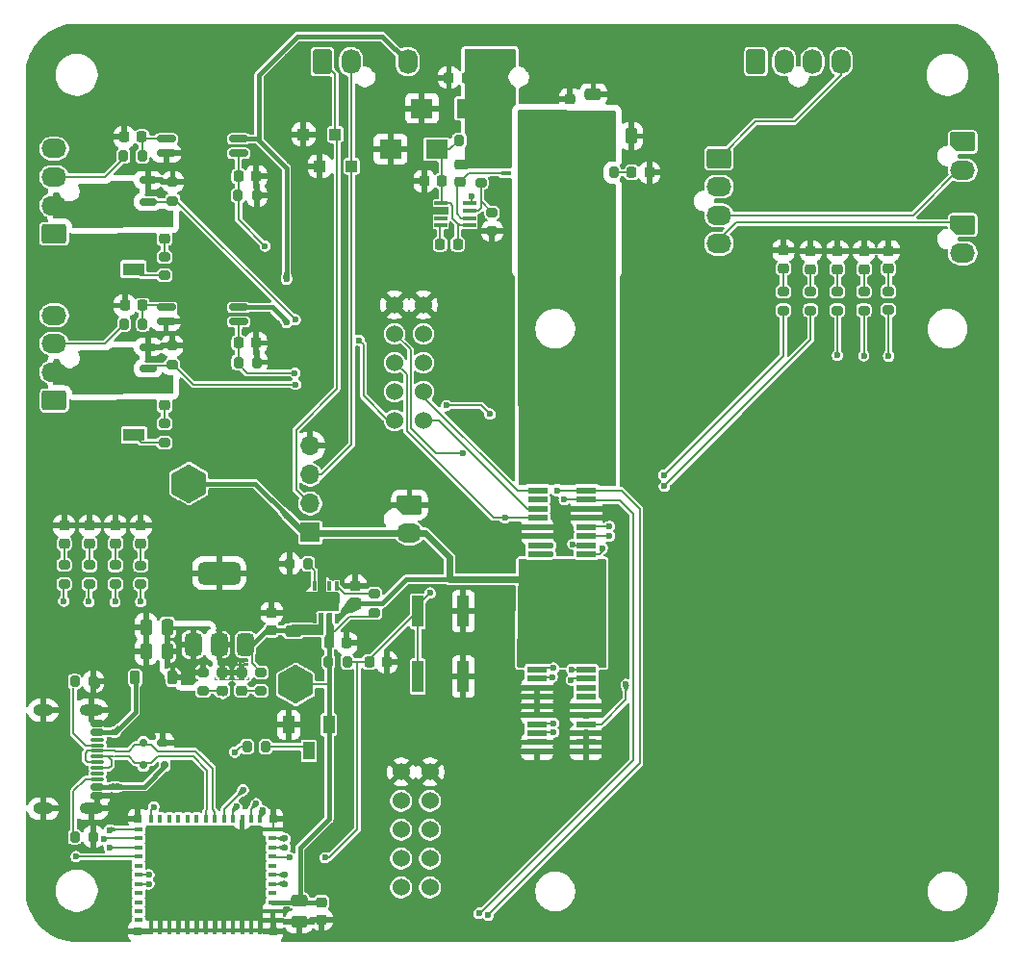
<source format=gbr>
%TF.GenerationSoftware,KiCad,Pcbnew,9.0.0*%
%TF.CreationDate,2025-08-25T23:02:16-05:00*%
%TF.ProjectId,VehicleControlUnit,56656869-636c-4654-936f-6e74726f6c55,rev?*%
%TF.SameCoordinates,Original*%
%TF.FileFunction,Copper,L1,Top*%
%TF.FilePolarity,Positive*%
%FSLAX46Y46*%
G04 Gerber Fmt 4.6, Leading zero omitted, Abs format (unit mm)*
G04 Created by KiCad (PCBNEW 9.0.0) date 2025-08-25 23:02:16*
%MOMM*%
%LPD*%
G01*
G04 APERTURE LIST*
G04 Aperture macros list*
%AMRoundRect*
0 Rectangle with rounded corners*
0 $1 Rounding radius*
0 $2 $3 $4 $5 $6 $7 $8 $9 X,Y pos of 4 corners*
0 Add a 4 corners polygon primitive as box body*
4,1,4,$2,$3,$4,$5,$6,$7,$8,$9,$2,$3,0*
0 Add four circle primitives for the rounded corners*
1,1,$1+$1,$2,$3*
1,1,$1+$1,$4,$5*
1,1,$1+$1,$6,$7*
1,1,$1+$1,$8,$9*
0 Add four rect primitives between the rounded corners*
20,1,$1+$1,$2,$3,$4,$5,0*
20,1,$1+$1,$4,$5,$6,$7,0*
20,1,$1+$1,$6,$7,$8,$9,0*
20,1,$1+$1,$8,$9,$2,$3,0*%
%AMFreePoly0*
4,1,7,1.500000,0.866025,1.500000,-0.866025,0.000000,-1.732051,-1.500000,-0.866025,-1.500000,0.866025,0.000000,1.732051,1.500000,0.866025,1.500000,0.866025,$1*%
%AMFreePoly1*
4,1,22,0.945671,0.830970,1.026777,0.776777,1.080970,0.695671,1.100000,0.600000,1.100000,-0.600000,1.080970,-0.695671,1.026777,-0.776777,0.945671,-0.830970,0.850000,-0.850000,-0.450000,-0.850000,-0.545671,-0.830970,-0.626777,-0.776777,-1.026777,-0.376777,-1.080970,-0.295671,-1.100000,-0.200000,-1.100000,0.600000,-1.080970,0.695671,-1.026777,0.776777,-0.945671,0.830970,-0.850000,0.850000,
0.850000,0.850000,0.945671,0.830970,0.945671,0.830970,$1*%
%AMFreePoly2*
4,1,6,0.725000,-0.725000,-0.725000,-0.725000,-0.725000,0.125000,-0.125000,0.725000,0.725000,0.725000,0.725000,-0.725000,0.725000,-0.725000,$1*%
G04 Aperture macros list end*
%TA.AperFunction,SMDPad,CuDef*%
%ADD10RoundRect,0.200000X0.275000X-0.200000X0.275000X0.200000X-0.275000X0.200000X-0.275000X-0.200000X0*%
%TD*%
%TA.AperFunction,SMDPad,CuDef*%
%ADD11RoundRect,0.200000X-0.275000X0.200000X-0.275000X-0.200000X0.275000X-0.200000X0.275000X0.200000X0*%
%TD*%
%TA.AperFunction,ComponentPad*%
%ADD12RoundRect,0.250000X0.600000X-0.850000X0.600000X0.850000X-0.600000X0.850000X-0.600000X-0.850000X0*%
%TD*%
%TA.AperFunction,ComponentPad*%
%ADD13O,1.700000X2.200000*%
%TD*%
%TA.AperFunction,SMDPad,CuDef*%
%ADD14RoundRect,0.040000X-0.120000X0.390000X-0.120000X-0.390000X0.120000X-0.390000X0.120000X0.390000X0*%
%TD*%
%TA.AperFunction,SMDPad,CuDef*%
%ADD15R,2.400000X1.650000*%
%TD*%
%TA.AperFunction,ConnectorPad*%
%ADD16FreePoly0,0.000000*%
%TD*%
%TA.AperFunction,ComponentPad*%
%ADD17RoundRect,0.250000X0.850000X0.600000X-0.850000X0.600000X-0.850000X-0.600000X0.850000X-0.600000X0*%
%TD*%
%TA.AperFunction,ComponentPad*%
%ADD18O,2.200000X1.700000*%
%TD*%
%TA.AperFunction,SMDPad,CuDef*%
%ADD19RoundRect,0.218750X-0.256250X0.218750X-0.256250X-0.218750X0.256250X-0.218750X0.256250X0.218750X0*%
%TD*%
%TA.AperFunction,SMDPad,CuDef*%
%ADD20RoundRect,0.150000X-0.425000X0.150000X-0.425000X-0.150000X0.425000X-0.150000X0.425000X0.150000X0*%
%TD*%
%TA.AperFunction,SMDPad,CuDef*%
%ADD21RoundRect,0.075000X-0.500000X0.075000X-0.500000X-0.075000X0.500000X-0.075000X0.500000X0.075000X0*%
%TD*%
%TA.AperFunction,HeatsinkPad*%
%ADD22O,2.100000X1.000000*%
%TD*%
%TA.AperFunction,HeatsinkPad*%
%ADD23O,1.800000X1.000000*%
%TD*%
%TA.AperFunction,ComponentPad*%
%ADD24FreePoly1,0.000000*%
%TD*%
%TA.AperFunction,SMDPad,CuDef*%
%ADD25RoundRect,0.200000X-0.200000X-0.275000X0.200000X-0.275000X0.200000X0.275000X-0.200000X0.275000X0*%
%TD*%
%TA.AperFunction,SMDPad,CuDef*%
%ADD26R,1.970000X1.670000*%
%TD*%
%TA.AperFunction,SMDPad,CuDef*%
%ADD27RoundRect,0.250000X0.300000X0.300000X-0.300000X0.300000X-0.300000X-0.300000X0.300000X-0.300000X0*%
%TD*%
%TA.AperFunction,SMDPad,CuDef*%
%ADD28RoundRect,0.200000X0.200000X0.275000X-0.200000X0.275000X-0.200000X-0.275000X0.200000X-0.275000X0*%
%TD*%
%TA.AperFunction,SMDPad,CuDef*%
%ADD29R,1.000000X2.750000*%
%TD*%
%TA.AperFunction,ComponentPad*%
%ADD30C,1.524000*%
%TD*%
%TA.AperFunction,SMDPad,CuDef*%
%ADD31RoundRect,0.150000X-0.662500X-0.150000X0.662500X-0.150000X0.662500X0.150000X-0.662500X0.150000X0*%
%TD*%
%TA.AperFunction,SMDPad,CuDef*%
%ADD32R,1.000000X1.600000*%
%TD*%
%TA.AperFunction,SMDPad,CuDef*%
%ADD33RoundRect,0.218750X0.218750X0.256250X-0.218750X0.256250X-0.218750X-0.256250X0.218750X-0.256250X0*%
%TD*%
%TA.AperFunction,ComponentPad*%
%ADD34FreePoly1,90.000000*%
%TD*%
%TA.AperFunction,SMDPad,CuDef*%
%ADD35RoundRect,0.225000X-0.225000X-0.250000X0.225000X-0.250000X0.225000X0.250000X-0.225000X0.250000X0*%
%TD*%
%TA.AperFunction,SMDPad,CuDef*%
%ADD36R,0.800000X0.400000*%
%TD*%
%TA.AperFunction,SMDPad,CuDef*%
%ADD37R,0.400000X0.800000*%
%TD*%
%TA.AperFunction,SMDPad,CuDef*%
%ADD38FreePoly2,180.000000*%
%TD*%
%TA.AperFunction,SMDPad,CuDef*%
%ADD39R,1.450000X1.450000*%
%TD*%
%TA.AperFunction,SMDPad,CuDef*%
%ADD40R,0.700000X0.700000*%
%TD*%
%TA.AperFunction,SMDPad,CuDef*%
%ADD41R,1.890000X1.140000*%
%TD*%
%TA.AperFunction,SMDPad,CuDef*%
%ADD42R,0.830000X0.400000*%
%TD*%
%TA.AperFunction,SMDPad,CuDef*%
%ADD43R,0.620000X0.400000*%
%TD*%
%TA.AperFunction,SMDPad,CuDef*%
%ADD44R,1.850000X2.250000*%
%TD*%
%TA.AperFunction,SMDPad,CuDef*%
%ADD45R,0.130000X0.050000*%
%TD*%
%TA.AperFunction,SMDPad,CuDef*%
%ADD46R,1.800000X0.550000*%
%TD*%
%TA.AperFunction,SMDPad,CuDef*%
%ADD47RoundRect,0.250000X0.475000X-0.250000X0.475000X0.250000X-0.475000X0.250000X-0.475000X-0.250000X0*%
%TD*%
%TA.AperFunction,ComponentPad*%
%ADD48RoundRect,0.250000X-0.850000X-0.600000X0.850000X-0.600000X0.850000X0.600000X-0.850000X0.600000X0*%
%TD*%
%TA.AperFunction,SMDPad,CuDef*%
%ADD49R,1.200000X0.450000*%
%TD*%
%TA.AperFunction,SMDPad,CuDef*%
%ADD50RoundRect,0.225000X0.225000X0.250000X-0.225000X0.250000X-0.225000X-0.250000X0.225000X-0.250000X0*%
%TD*%
%TA.AperFunction,SMDPad,CuDef*%
%ADD51RoundRect,0.225000X0.250000X-0.225000X0.250000X0.225000X-0.250000X0.225000X-0.250000X-0.225000X0*%
%TD*%
%TA.AperFunction,SMDPad,CuDef*%
%ADD52RoundRect,0.250000X-0.475000X0.250000X-0.475000X-0.250000X0.475000X-0.250000X0.475000X0.250000X0*%
%TD*%
%TA.AperFunction,SMDPad,CuDef*%
%ADD53RoundRect,0.375000X0.375000X-0.625000X0.375000X0.625000X-0.375000X0.625000X-0.375000X-0.625000X0*%
%TD*%
%TA.AperFunction,SMDPad,CuDef*%
%ADD54RoundRect,0.500000X1.400000X-0.500000X1.400000X0.500000X-1.400000X0.500000X-1.400000X-0.500000X0*%
%TD*%
%TA.AperFunction,SMDPad,CuDef*%
%ADD55RoundRect,0.225000X-0.250000X0.225000X-0.250000X-0.225000X0.250000X-0.225000X0.250000X0.225000X0*%
%TD*%
%TA.AperFunction,SMDPad,CuDef*%
%ADD56RoundRect,0.250000X0.250000X0.475000X-0.250000X0.475000X-0.250000X-0.475000X0.250000X-0.475000X0*%
%TD*%
%TA.AperFunction,SMDPad,CuDef*%
%ADD57RoundRect,0.150000X0.587500X0.150000X-0.587500X0.150000X-0.587500X-0.150000X0.587500X-0.150000X0*%
%TD*%
%TA.AperFunction,SMDPad,CuDef*%
%ADD58RoundRect,0.225000X0.225000X0.375000X-0.225000X0.375000X-0.225000X-0.375000X0.225000X-0.375000X0*%
%TD*%
%TA.AperFunction,SMDPad,CuDef*%
%ADD59RoundRect,0.175000X-0.325000X0.175000X-0.325000X-0.175000X0.325000X-0.175000X0.325000X0.175000X0*%
%TD*%
%TA.AperFunction,SMDPad,CuDef*%
%ADD60RoundRect,0.150000X-0.150000X0.200000X-0.150000X-0.200000X0.150000X-0.200000X0.150000X0.200000X0*%
%TD*%
%TA.AperFunction,SMDPad,CuDef*%
%ADD61RoundRect,0.250000X-0.250000X-0.475000X0.250000X-0.475000X0.250000X0.475000X-0.250000X0.475000X0*%
%TD*%
%TA.AperFunction,ComponentPad*%
%ADD62R,1.700000X1.700000*%
%TD*%
%TA.AperFunction,ComponentPad*%
%ADD63O,1.700000X1.700000*%
%TD*%
%TA.AperFunction,ViaPad*%
%ADD64C,0.600000*%
%TD*%
%TA.AperFunction,ViaPad*%
%ADD65C,0.800000*%
%TD*%
%TA.AperFunction,Conductor*%
%ADD66C,0.400000*%
%TD*%
%TA.AperFunction,Conductor*%
%ADD67C,0.200000*%
%TD*%
%TA.AperFunction,Conductor*%
%ADD68C,0.150000*%
%TD*%
%TA.AperFunction,Conductor*%
%ADD69C,0.600000*%
%TD*%
G04 APERTURE END LIST*
D10*
%TO.P,R4,1*%
%TO.N,/LED3*%
X181175000Y-85725000D03*
%TO.P,R4,2*%
%TO.N,Net-(LED3-A)*%
X181175000Y-84075000D03*
%TD*%
D11*
%TO.P,R7,1*%
%TO.N,/ESP/3V3_USB*%
X130475000Y-117575000D03*
%TO.P,R7,2*%
%TO.N,Net-(D3-A)*%
X130475000Y-119225000D03*
%TD*%
D12*
%TO.P,J14,1,24V*%
%TO.N,unconnected-(J14-24V-Pad1)*%
X174000000Y-63850000D03*
D13*
%TO.P,J14,2,GND*%
%TO.N,unconnected-(J14-GND-Pad2)*%
X176500000Y-63850000D03*
%TO.P,J14,3,CAN_H*%
%TO.N,/M_CAN_H*%
X179000000Y-63850000D03*
%TO.P,J14,4,CAN_L*%
%TO.N,/M_CAN_L*%
X181500000Y-63850000D03*
%TD*%
D14*
%TO.P,U1,1,STAT*%
%TO.N,Net-(U1-STAT)*%
X137125000Y-109975000D03*
%TO.P,U1,2,D0*%
%TO.N,unconnected-(U1-D0-Pad2)*%
X136475000Y-109975000D03*
%TO.P,U1,3,D1*%
%TO.N,GND*%
X135825000Y-109975000D03*
%TO.P,U1,4,ILIM*%
%TO.N,Net-(U1-ILIM)*%
X135175000Y-109975000D03*
%TO.P,U1,5,GND*%
%TO.N,GND*%
X135175000Y-112845000D03*
%TO.P,U1,6,IN2*%
%TO.N,/ESP/3V3_USB*%
X135825000Y-112845000D03*
%TO.P,U1,7,OUT*%
%TO.N,+3V3*%
X136475000Y-112845000D03*
%TO.P,U1,8,IN1*%
%TO.N,3V3_LSOM*%
X137125000Y-112845000D03*
D15*
%TO.P,U1,9,EXP*%
%TO.N,GND*%
X136150000Y-111410000D03*
%TD*%
D16*
%TO.P,24V_TP1,1,1*%
%TO.N,+24V*%
X159450000Y-77000000D03*
%TD*%
D17*
%TO.P,J7,1,Con+(24V)*%
%TO.N,+24V*%
X112267280Y-79000000D03*
D18*
%TO.P,J7,2,Con-*%
%TO.N,/ContactorDriver/MCon-*%
X112267280Y-76500000D03*
%TO.P,J7,3,Sense-*%
%TO.N,Net-(J7-Sense-)*%
X112267280Y-74000000D03*
%TO.P,J7,4,Sense+(24V)*%
%TO.N,+24V*%
X112267280Y-71500000D03*
%TD*%
D19*
%TO.P,LV4,1,K*%
%TO.N,GND*%
X113150000Y-104678647D03*
%TO.P,LV4,2,A*%
%TO.N,Net-(LV4-A)*%
X113150000Y-106253647D03*
%TD*%
D20*
%TO.P,J9,A1,GND*%
%TO.N,GND*%
X116090000Y-122050000D03*
%TO.P,J9,A4,VBUS*%
%TO.N,/ESP/VBUSB*%
X116090000Y-122850000D03*
D21*
%TO.P,J9,A5,CC1*%
%TO.N,/ESP/CC1*%
X116090000Y-124000000D03*
%TO.P,J9,A6,D+*%
%TO.N,/ESP/USB_D+*%
X116090000Y-125000000D03*
%TO.P,J9,A7,D-*%
%TO.N,/ESP/USB_D-*%
X116090000Y-125500000D03*
%TO.P,J9,A8,SBU1*%
%TO.N,unconnected-(J9-SBU1-PadA8)*%
X116090000Y-126500000D03*
D20*
%TO.P,J9,A9,VBUS*%
%TO.N,/ESP/VBUSB*%
X116090000Y-127650000D03*
%TO.P,J9,A12,GND*%
%TO.N,GND*%
X116090000Y-128450000D03*
%TO.P,J9,B1,GND*%
X116090000Y-128450000D03*
%TO.P,J9,B4,VBUS*%
%TO.N,/ESP/VBUSB*%
X116090000Y-127650000D03*
D21*
%TO.P,J9,B5,CC2*%
%TO.N,/ESP/CC2*%
X116090000Y-127000000D03*
%TO.P,J9,B6,D+*%
%TO.N,/ESP/USB_D+*%
X116090000Y-126000000D03*
%TO.P,J9,B7,D-*%
%TO.N,/ESP/USB_D-*%
X116090000Y-124500000D03*
%TO.P,J9,B8,SBU2*%
%TO.N,unconnected-(J9-SBU2-PadB8)*%
X116090000Y-123500000D03*
D20*
%TO.P,J9,B9,VBUS*%
%TO.N,/ESP/VBUSB*%
X116090000Y-122850000D03*
%TO.P,J9,B12,GND*%
%TO.N,GND*%
X116090000Y-122050000D03*
D22*
%TO.P,J9,S1,SHIELD*%
X115515000Y-120930000D03*
D23*
X111335000Y-120930000D03*
D22*
X115515000Y-129570000D03*
D23*
X111335000Y-129570000D03*
%TD*%
D24*
%TO.P,J16,1,CAN_H*%
%TO.N,/C_CAN_H*%
X192200000Y-78200000D03*
D18*
%TO.P,J16,2,CAN_L*%
%TO.N,/C_CAN_L*%
X192200000Y-80700000D03*
%TD*%
D25*
%TO.P,R23,1*%
%TO.N,/ESP/BOOT*%
X129235000Y-124120000D03*
%TO.P,R23,2*%
%TO.N,Net-(SW2-B)*%
X130885000Y-124120000D03*
%TD*%
%TO.P,R17,1*%
%TO.N,/MPre_Sense*%
X128460000Y-90300000D03*
%TO.P,R17,2*%
%TO.N,GND*%
X130110000Y-90300000D03*
%TD*%
D16*
%TO.P,3V31,1,1*%
%TO.N,+3V3*%
X133525000Y-118650000D03*
%TD*%
D19*
%TO.P,LED3,1,K*%
%TO.N,GND*%
X181175000Y-80512500D03*
%TO.P,LED3,2,A*%
%TO.N,Net-(LED3-A)*%
X181175000Y-82087500D03*
%TD*%
D26*
%TO.P,Z2,1,K*%
%TO.N,/Power/LV+*%
X148675000Y-67950000D03*
%TO.P,Z2,2,A*%
%TO.N,GND*%
X144625000Y-67950000D03*
%TD*%
D27*
%TO.P,D11,1,K*%
%TO.N,/Batt_Voltage*%
X138450000Y-73050000D03*
%TO.P,D11,2,A*%
%TO.N,GND*%
X135650000Y-73050000D03*
%TD*%
D28*
%TO.P,R8,1*%
%TO.N,Net-(U1-ILIM)*%
X134625000Y-108025000D03*
%TO.P,R8,2*%
%TO.N,GND*%
X132975000Y-108025000D03*
%TD*%
D29*
%TO.P,SW1,1,A*%
%TO.N,GND*%
X148260000Y-112195000D03*
%TO.P,SW1,2,A*%
X148260000Y-117945000D03*
%TO.P,SW1,3,B*%
%TO.N,/ESP_RESET*%
X144260000Y-112195000D03*
%TO.P,SW1,4,B*%
X144260000Y-117945000D03*
%TD*%
D10*
%TO.P,R20,1*%
%TO.N,/MPre_Enable*%
X122650000Y-90500000D03*
%TO.P,R20,2*%
%TO.N,GND*%
X122650000Y-88850000D03*
%TD*%
D30*
%TO.P,J13,1,GND*%
%TO.N,GND*%
X145336700Y-126353400D03*
%TO.P,J13,2,GND*%
X142796700Y-126353400D03*
%TO.P,J13,3,CH7*%
%TO.N,/ESP/IO5*%
X145336700Y-128893400D03*
%TO.P,J13,4,CH6*%
%TO.N,/ESP/IO4*%
X142796700Y-128893400D03*
%TO.P,J13,5,CH5*%
%TO.N,/ESP/IO7*%
X145336700Y-131433400D03*
%TO.P,J13,6,CH4*%
%TO.N,/ESP/IO6*%
X142796700Y-131433400D03*
%TO.P,J13,7,CH3*%
%TO.N,/ESP/IO9*%
X145336700Y-133973400D03*
%TO.P,J13,8,CH2*%
%TO.N,/ESP/IO8*%
X142796700Y-133973400D03*
%TO.P,J13,9,CH1*%
%TO.N,/ESP/IO12*%
X145336700Y-136513400D03*
%TO.P,J13,10,CH0*%
%TO.N,/ESP/IO10*%
X142796700Y-136513400D03*
%TD*%
D31*
%TO.P,U3,1*%
%TO.N,Net-(C15-Pad2)*%
X122137500Y-70640000D03*
%TO.P,U3,2*%
%TO.N,GND*%
X122137500Y-71910000D03*
%TO.P,U3,3*%
%TO.N,/M_Sense*%
X128512500Y-71910000D03*
%TO.P,U3,4*%
%TO.N,3V3_LSOM*%
X128512500Y-70640000D03*
%TD*%
D10*
%TO.P,R3,1*%
%TO.N,/LED2*%
X178825000Y-85725000D03*
%TO.P,R3,2*%
%TO.N,Net-(LED2-A)*%
X178825000Y-84075000D03*
%TD*%
D32*
%TO.P,SW2,1,A*%
%TO.N,+3V3*%
X136420000Y-122190000D03*
%TO.P,SW2,2,B*%
%TO.N,Net-(SW2-B)*%
X134670000Y-124490000D03*
%TO.P,SW2,3,C*%
%TO.N,GND*%
X132920000Y-122190000D03*
%TD*%
D33*
%TO.P,LVPWR1,1,K*%
%TO.N,GND*%
X164655000Y-73600000D03*
%TO.P,LVPWR1,2,A*%
%TO.N,Net-(LVPWR1-A)*%
X163080000Y-73600000D03*
%TD*%
D12*
%TO.P,J2,1,Pin_1*%
%TO.N,/Motor_Voltage*%
X135875000Y-63845000D03*
D13*
%TO.P,J2,2,Pin_2*%
%TO.N,/Batt_Voltage*%
X138375000Y-63845000D03*
%TO.P,J2,3,Pin_3*%
%TO.N,GND*%
X140875000Y-63845000D03*
%TO.P,J2,4,Pin_4*%
%TO.N,3V3_LSOM*%
X143375000Y-63845000D03*
%TD*%
D34*
%TO.P,J1,1,+24V*%
%TO.N,/Power/LV+*%
X151900000Y-63840000D03*
D13*
%TO.P,J1,2,GND*%
%TO.N,GND*%
X154400000Y-63840000D03*
%TD*%
D27*
%TO.P,D10,1,K*%
%TO.N,/Motor_Voltage*%
X137000000Y-70250000D03*
%TO.P,D10,2,A*%
%TO.N,GND*%
X134200000Y-70250000D03*
%TD*%
D35*
%TO.P,C15,1*%
%TO.N,GND*%
X118425000Y-70475000D03*
%TO.P,C15,2*%
%TO.N,Net-(C15-Pad2)*%
X119975000Y-70475000D03*
%TD*%
D11*
%TO.P,R28,1*%
%TO.N,/Power/LV+*%
X149800000Y-72825000D03*
%TO.P,R28,2*%
%TO.N,Net-(IC1-OV)*%
X149800000Y-74475000D03*
%TD*%
D36*
%TO.P,U4,1,GND*%
%TO.N,GND*%
X131500000Y-139400000D03*
%TO.P,U4,2,GND*%
X131500000Y-138600000D03*
%TO.P,U4,3,3V3*%
%TO.N,+3V3*%
X131500000Y-137800000D03*
%TO.P,U4,4,NC*%
%TO.N,unconnected-(U4-NC-Pad4)*%
X131500000Y-137000000D03*
%TO.P,U4,5,GPIO2/ADC1_CH2*%
%TO.N,/ESP/IO12*%
X131500000Y-136200000D03*
%TO.P,U4,6,GPIO3/ADC1_CH3*%
%TO.N,/ESP/IO10*%
X131500000Y-135400000D03*
%TO.P,U4,7,NC*%
%TO.N,unconnected-(U4-NC-Pad7)*%
X131500000Y-134600000D03*
%TO.P,U4,8,EN/CHIP_PU*%
%TO.N,/ESP_RESET*%
X131500000Y-133800000D03*
%TO.P,U4,9,MTMS/GPIO4/ADC1_CH4*%
%TO.N,/ESP/IO9*%
X131500000Y-133000000D03*
%TO.P,U4,10,MTDI/GPIO5/ADC1_CH5*%
%TO.N,/ESP/IO8*%
X131500000Y-132200000D03*
%TO.P,U4,11,GND*%
%TO.N,GND*%
X131500000Y-131400000D03*
D37*
%TO.P,U4,12,GPIO0/ADC1_CH0/XTAL_32K_P*%
%TO.N,/ESP/IO7*%
X130400000Y-130500000D03*
%TO.P,U4,13,GPIO1/ADC1_CH1/XTAL_32K_N*%
%TO.N,/ESP/IO6*%
X129600000Y-130500000D03*
%TO.P,U4,14,GND*%
%TO.N,GND*%
X128800000Y-130500000D03*
%TO.P,U4,15,MTCK/GPIO6/ADC1_CH6*%
%TO.N,/ESP/IO5*%
X128000000Y-130500000D03*
%TO.P,U4,16,MTDO/GPIO7*%
%TO.N,/ESP/IO4*%
X127200000Y-130500000D03*
%TO.P,U4,17,GPIO12/USB_D-*%
%TO.N,/ESP/USB_D-*%
X126400000Y-130500000D03*
%TO.P,U4,18,GPIO13/USB_D+*%
%TO.N,/ESP/USB_D+*%
X125600000Y-130500000D03*
%TO.P,U4,19,GPIO14*%
%TO.N,unconnected-(U4-GPIO14-Pad19)*%
X124800000Y-130500000D03*
%TO.P,U4,20,GPIO15*%
%TO.N,unconnected-(U4-GPIO15-Pad20)*%
X124000000Y-130500000D03*
%TO.P,U4,21,NC*%
%TO.N,unconnected-(U4-NC-Pad21)*%
X123200000Y-130500000D03*
%TO.P,U4,22,GPIO8*%
%TO.N,unconnected-(U4-GPIO8-Pad22)*%
X122400000Y-130500000D03*
%TO.P,U4,23,GPIO9*%
%TO.N,unconnected-(U4-GPIO9-Pad23)*%
X121600000Y-130500000D03*
%TO.P,U4,24,GPIO18*%
%TO.N,/ESP/BOOT*%
X120800000Y-130500000D03*
D36*
%TO.P,U4,25,GPIO19*%
%TO.N,/ESP/LED1*%
X119700000Y-131400000D03*
%TO.P,U4,26,GPIO20*%
%TO.N,/ESP/LED2*%
X119700000Y-132200000D03*
%TO.P,U4,27,GPIO21*%
%TO.N,/ESP/LED3*%
X119700000Y-133000000D03*
%TO.P,U4,28,GPIO22*%
%TO.N,/ESP/LED4*%
X119700000Y-133800000D03*
%TO.P,U4,29,GPIO23*%
%TO.N,unconnected-(U4-GPIO23-Pad29)*%
X119700000Y-134600000D03*
%TO.P,U4,30,U0RXD/GPIO17*%
%TO.N,/ESP_TX*%
X119700000Y-135400000D03*
%TO.P,U4,31,U0TXD/GPIO16*%
%TO.N,/ESP_RX*%
X119700000Y-136200000D03*
%TO.P,U4,32,NC*%
%TO.N,unconnected-(U4-NC-Pad32)*%
X119700000Y-137000000D03*
%TO.P,U4,33,NC*%
%TO.N,unconnected-(U4-NC-Pad33)*%
X119700000Y-137800000D03*
%TO.P,U4,34,NC*%
%TO.N,unconnected-(U4-NC-Pad34)*%
X119700000Y-138600000D03*
%TO.P,U4,35,NC*%
%TO.N,unconnected-(U4-NC-Pad35)*%
X119700000Y-139400000D03*
D37*
%TO.P,U4,36,GND*%
%TO.N,GND*%
X120800000Y-140300000D03*
%TO.P,U4,37,GND*%
X121600000Y-140300000D03*
%TO.P,U4,38,GND*%
X122400000Y-140300000D03*
%TO.P,U4,39,GND*%
X123200000Y-140300000D03*
%TO.P,U4,40,GND*%
X124000000Y-140300000D03*
%TO.P,U4,41,GND*%
X124800000Y-140300000D03*
%TO.P,U4,42,GND*%
X125600000Y-140300000D03*
%TO.P,U4,43,GND*%
X126400000Y-140300000D03*
%TO.P,U4,44,GND*%
X127200000Y-140300000D03*
%TO.P,U4,45,GND*%
X128000000Y-140300000D03*
%TO.P,U4,46,GND*%
X128800000Y-140300000D03*
%TO.P,U4,47,GND*%
X129600000Y-140300000D03*
%TO.P,U4,48,GND*%
X130400000Y-140300000D03*
D38*
%TO.P,U4,49,GND*%
X127575000Y-137375000D03*
D39*
X127575000Y-135400000D03*
X127575000Y-133425000D03*
X125600000Y-137375000D03*
X125600000Y-135400000D03*
X125600000Y-133425000D03*
X123625000Y-137375000D03*
X123625000Y-135400000D03*
X123625000Y-133425000D03*
D40*
%TO.P,U4,50,GND*%
X119650000Y-140350000D03*
%TO.P,U4,51,GND*%
X119650000Y-130450000D03*
%TO.P,U4,52,GND*%
X131550000Y-130450000D03*
%TO.P,U4,53,GND*%
X131550000Y-140350000D03*
%TD*%
D35*
%TO.P,C18,1*%
%TO.N,/ESP_RESET*%
X139985000Y-116690000D03*
%TO.P,C18,2*%
%TO.N,GND*%
X141535000Y-116690000D03*
%TD*%
D10*
%TO.P,R24,1*%
%TO.N,/ESP/LED1*%
X119900000Y-109816147D03*
%TO.P,R24,2*%
%TO.N,Net-(LV1-A)*%
X119900000Y-108166147D03*
%TD*%
D41*
%TO.P,D7,1,K*%
%TO.N,+24V*%
X119262500Y-82092500D03*
%TO.P,D7,2,A*%
%TO.N,/ContactorDriver/MCon-*%
X119262500Y-77892500D03*
%TD*%
D19*
%TO.P,LED4,1,K*%
%TO.N,GND*%
X183525000Y-80512500D03*
%TO.P,LED4,2,A*%
%TO.N,Net-(LED4-A)*%
X183525000Y-82087500D03*
%TD*%
D16*
%TO.P,3V3_LSOM1,1,1*%
%TO.N,3V3_LSOM*%
X124125000Y-100975000D03*
%TD*%
D42*
%TO.P,Q1,1,S_1*%
%TO.N,/Power/LV+*%
X152060000Y-71750000D03*
%TO.P,Q1,2,S_2*%
X152060000Y-72400000D03*
%TO.P,Q1,3,S_3*%
X152060000Y-73050000D03*
%TO.P,Q1,4,G*%
%TO.N,Net-(IC1-GATE)*%
X152060000Y-73700000D03*
D43*
%TO.P,Q1,5,D_1*%
%TO.N,+24V*%
X155235000Y-73700000D03*
%TO.P,Q1,6,D_2*%
X155235000Y-73050000D03*
%TO.P,Q1,7,D_3*%
X155235000Y-72400000D03*
%TO.P,Q1,8,D_4*%
X155235000Y-71750000D03*
D44*
%TO.P,Q1,9,D_5*%
X154000000Y-72725000D03*
D45*
%TO.P,Q1,10,D_6*%
X154860000Y-73875000D03*
%TO.P,Q1,11,D_7*%
X154860000Y-71575000D03*
%TD*%
D19*
%TO.P,LED1,1,K*%
%TO.N,GND*%
X176425000Y-80462500D03*
%TO.P,LED1,2,A*%
%TO.N,Net-(LED1-A)*%
X176425000Y-82037500D03*
%TD*%
D46*
%TO.P,J4,1,+3.3V*%
%TO.N,3V3_LSOM*%
X159100002Y-108786089D03*
%TO.P,J4,2,+3.3V*%
X154800061Y-108786090D03*
%TO.P,J4,3,+3.3V*%
X159100061Y-107986090D03*
%TO.P,J4,4,+3.3V*%
X154800000Y-107986090D03*
%TO.P,J4,5,I2C1_SDA*%
%TO.N,/MPre_Sense*%
X159100061Y-107186090D03*
%TO.P,J4,6,ICAN_H*%
%TO.N,/M_CAN_H*%
X154800000Y-107186089D03*
%TO.P,J4,7,I2C1_SCL*%
%TO.N,/M_Sense*%
X159100061Y-106386090D03*
%TO.P,J4,8,ICAN_L*%
%TO.N,/M_CAN_L*%
X154800000Y-106386091D03*
%TO.P,J4,9,I2C3_SDA*%
%TO.N,/LED2*%
X159100061Y-105586090D03*
%TO.P,J4,10,GND*%
%TO.N,GND*%
X154800000Y-105586090D03*
%TO.P,J4,11,I2C3_SCL*%
%TO.N,/LED1*%
X159100061Y-104786090D03*
%TO.P,J4,12,GND*%
%TO.N,GND*%
X154800000Y-104786092D03*
%TO.P,J4,13,GND*%
X159100061Y-103986090D03*
%TO.P,J4,14,SPI2_MISO*%
%TO.N,/ESP_RESET*%
X154800000Y-103986091D03*
%TO.P,J4,15,GND*%
%TO.N,GND*%
X159100061Y-103186090D03*
%TO.P,J4,16,SPI2_CS*%
%TO.N,/MPre_Enable*%
X154800000Y-103186090D03*
%TO.P,J4,17,UART5_TX*%
%TO.N,/ESP_TX*%
X159100002Y-102386091D03*
%TO.P,J4,18,SPI2_MOSI*%
%TO.N,unconnected-(J4A-SPI2_MOSI-Pad18)*%
X154800000Y-102386091D03*
%TO.P,J4,19,UART5_RX*%
%TO.N,/ESP_RX*%
X159100002Y-101586091D03*
%TO.P,J4,20,SPI2_SCK*%
%TO.N,/M_Enable*%
X154800000Y-101586091D03*
%TO.P,J4,21,24VExt*%
%TO.N,+24V*%
X159100002Y-100786092D03*
%TO.P,J4,22,24VExt*%
X154800000Y-100786092D03*
%TO.P,J4,23,24VExt*%
X159100002Y-99986091D03*
%TO.P,J4,24,24VExt*%
X154800000Y-99986091D03*
%TO.P,J4,25,GND*%
%TO.N,GND*%
X159050002Y-124540067D03*
%TO.P,J4,26,GND*%
X154750000Y-124540067D03*
%TO.P,J4,27,GND*%
X159050002Y-123740068D03*
%TO.P,J4,28,GND*%
X154750000Y-123740068D03*
%TO.P,J4,29,GND*%
X159050002Y-122940067D03*
%TO.P,J4,30,CCAN_H*%
%TO.N,/C_CAN_H*%
X154750000Y-122940067D03*
%TO.P,J4,31,ADC1_IN10*%
%TO.N,/LED5*%
X159050002Y-122140069D03*
%TO.P,J4,32,CCAN_L*%
%TO.N,/C_CAN_L*%
X154750000Y-122140069D03*
%TO.P,J4,33,GNDA*%
%TO.N,GND*%
X159050002Y-121340068D03*
%TO.P,J4,34,GNDA*%
X154750000Y-121340068D03*
%TO.P,J4,35,GNDA*%
X159050002Y-120540070D03*
%TO.P,J4,36,GNDA*%
X154750000Y-120540070D03*
%TO.P,J4,37,+3.3VA*%
%TO.N,unconnected-(J4B-+3.3VA-Pad37)*%
X159050002Y-119740069D03*
%TO.P,J4,38,GND*%
%TO.N,GND*%
X154750000Y-119740069D03*
%TO.P,J4,39,+3.3VA*%
%TO.N,unconnected-(J4B-+3.3VA-Pad39)*%
X159050002Y-118940068D03*
%TO.P,J4,40,GND*%
%TO.N,GND*%
X154750000Y-118940068D03*
%TO.P,J4,41,ADC1_IN11*%
%TO.N,/Motor_Voltage*%
X159050002Y-118140069D03*
%TO.P,J4,42,ADC1_IN2*%
%TO.N,/LED4*%
X154750000Y-118140069D03*
%TO.P,J4,43,ADC1_IN12*%
%TO.N,/Batt_Voltage*%
X159050002Y-117340069D03*
%TO.P,J4,44,ADC1_IN3*%
%TO.N,/LED3*%
X154750000Y-117340069D03*
%TO.P,J4,45,+3.3V*%
%TO.N,3V3_LSOM*%
X159050002Y-116540070D03*
%TO.P,J4,46,+3.3V*%
X154750000Y-116540070D03*
%TO.P,J4,47,+3.3V*%
X159050002Y-115740069D03*
%TO.P,J4,48,+3.3V*%
X154750000Y-115740069D03*
%TD*%
D19*
%TO.P,LV3,1,K*%
%TO.N,GND*%
X115400000Y-104678647D03*
%TO.P,LV3,2,A*%
%TO.N,Net-(LV3-A)*%
X115400000Y-106253647D03*
%TD*%
D25*
%TO.P,R10,1*%
%TO.N,/ESP/CC1*%
X114075000Y-118400000D03*
%TO.P,R10,2*%
%TO.N,GND*%
X115725000Y-118400000D03*
%TD*%
D35*
%TO.P,C20,1*%
%TO.N,GND*%
X144825000Y-74350000D03*
%TO.P,C20,2*%
%TO.N,/Power/RPP_EN*%
X146375000Y-74350000D03*
%TD*%
D47*
%TO.P,C3,1*%
%TO.N,+24V*%
X159700000Y-68650000D03*
%TO.P,C3,2*%
%TO.N,GND*%
X159700000Y-66750000D03*
%TD*%
D48*
%TO.P,J8,1,Pin_1*%
%TO.N,/M_CAN_L*%
X170750000Y-72350000D03*
D18*
%TO.P,J8,2,Pin_2*%
%TO.N,/M_CAN_H*%
X170750000Y-74850000D03*
%TO.P,J8,3,Pin_3*%
%TO.N,/C_CAN_L*%
X170750000Y-77350000D03*
%TO.P,J8,4,Pin_4*%
%TO.N,/C_CAN_H*%
X170750000Y-79850000D03*
%TD*%
D10*
%TO.P,R9,1*%
%TO.N,+3V3*%
X140460000Y-112335000D03*
%TO.P,R9,2*%
%TO.N,Net-(U1-STAT)*%
X140460000Y-110685000D03*
%TD*%
D49*
%TO.P,IC1,1,EN/UVLO*%
%TO.N,/Power/RPP_EN*%
X146300000Y-76300000D03*
%TO.P,IC1,2,GND*%
%TO.N,GND*%
X146300000Y-76950000D03*
%TO.P,IC1,3,N.C*%
%TO.N,unconnected-(IC1-N.C-Pad3)*%
X146300000Y-77600000D03*
%TO.P,IC1,4,VCAP*%
%TO.N,Net-(IC1-VCAP)*%
X146300000Y-78250000D03*
%TO.P,IC1,5,VS*%
%TO.N,/Power/RPP_EN*%
X148800000Y-78250000D03*
%TO.P,IC1,6,GATE*%
%TO.N,Net-(IC1-GATE)*%
X148800000Y-77600000D03*
%TO.P,IC1,7,OV*%
%TO.N,Net-(IC1-OV)*%
X148800000Y-76950000D03*
%TO.P,IC1,8,SRC*%
%TO.N,+24V*%
X148800000Y-76300000D03*
%TD*%
D50*
%TO.P,C14,1*%
%TO.N,GND*%
X130052280Y-73930000D03*
%TO.P,C14,2*%
%TO.N,/M_Sense*%
X128502280Y-73930000D03*
%TD*%
D51*
%TO.P,C2,1*%
%TO.N,Net-(IC1-GATE)*%
X148000000Y-74425000D03*
%TO.P,C2,2*%
%TO.N,/Power/LV+*%
X148000000Y-72875000D03*
%TD*%
D52*
%TO.P,C11,1*%
%TO.N,+3V3*%
X133800000Y-137650000D03*
%TO.P,C11,2*%
%TO.N,GND*%
X133800000Y-139550000D03*
%TD*%
D10*
%TO.P,R26,1*%
%TO.N,/ESP/LED3*%
X115400000Y-109803647D03*
%TO.P,R26,2*%
%TO.N,Net-(LV3-A)*%
X115400000Y-108153647D03*
%TD*%
D41*
%TO.P,D8,1,K*%
%TO.N,+24V*%
X119285000Y-96700000D03*
%TO.P,D8,2,A*%
%TO.N,/ContactorDriver/M_PreCon-*%
X119285000Y-92500000D03*
%TD*%
D50*
%TO.P,C16,1*%
%TO.N,GND*%
X130060000Y-88600000D03*
%TO.P,C16,2*%
%TO.N,/MPre_Sense*%
X128510000Y-88600000D03*
%TD*%
D10*
%TO.P,R5,1*%
%TO.N,/LED4*%
X183500000Y-85725000D03*
%TO.P,R5,2*%
%TO.N,Net-(LED4-A)*%
X183500000Y-84075000D03*
%TD*%
D53*
%TO.P,U8,1,IN*%
%TO.N,/ESP/5V_USB*%
X124500000Y-115150000D03*
%TO.P,U8,2,GND*%
%TO.N,GND*%
X126800000Y-115150000D03*
D54*
X126800000Y-108850000D03*
D53*
%TO.P,U8,3,OUT*%
%TO.N,/ESP/3V3_USB*%
X129100000Y-115150000D03*
%TD*%
D10*
%TO.P,R15,1*%
%TO.N,/M_Enable*%
X122700000Y-76075000D03*
%TO.P,R15,2*%
%TO.N,GND*%
X122700000Y-74425000D03*
%TD*%
D55*
%TO.P,C9,1*%
%TO.N,+3V3*%
X135800000Y-137800000D03*
%TO.P,C9,2*%
%TO.N,GND*%
X135800000Y-139350000D03*
%TD*%
D56*
%TO.P,C13,1*%
%TO.N,/ESP/5V_USB*%
X122250000Y-113600000D03*
%TO.P,C13,2*%
%TO.N,GND*%
X120350000Y-113600000D03*
%TD*%
D25*
%TO.P,R14,1*%
%TO.N,Net-(J7-Sense-)*%
X118375000Y-72150000D03*
%TO.P,R14,2*%
%TO.N,Net-(C15-Pad2)*%
X120025000Y-72150000D03*
%TD*%
D31*
%TO.P,U2,1*%
%TO.N,Net-(C17-Pad2)*%
X122112500Y-85465000D03*
%TO.P,U2,2*%
%TO.N,GND*%
X122112500Y-86735000D03*
%TO.P,U2,3*%
%TO.N,/MPre_Sense*%
X128487500Y-86735000D03*
%TO.P,U2,4*%
%TO.N,3V3_LSOM*%
X128487500Y-85465000D03*
%TD*%
D25*
%TO.P,R19,1*%
%TO.N,Net-(J6-Sense-)*%
X118425000Y-86925000D03*
%TO.P,R19,2*%
%TO.N,Net-(C17-Pad2)*%
X120075000Y-86925000D03*
%TD*%
D10*
%TO.P,R25,1*%
%TO.N,/ESP/LED2*%
X117650000Y-109803647D03*
%TO.P,R25,2*%
%TO.N,Net-(LV2-A)*%
X117650000Y-108153647D03*
%TD*%
D19*
%TO.P,D3,1,K*%
%TO.N,GND*%
X128775000Y-117612500D03*
%TO.P,D3,2,A*%
%TO.N,Net-(D3-A)*%
X128775000Y-119187500D03*
%TD*%
%TO.P,LED2,1,K*%
%TO.N,GND*%
X178825000Y-80512500D03*
%TO.P,LED2,2,A*%
%TO.N,Net-(LED2-A)*%
X178825000Y-82087500D03*
%TD*%
D10*
%TO.P,R2,1*%
%TO.N,/LED1*%
X176425000Y-85725000D03*
%TO.P,R2,2*%
%TO.N,Net-(LED1-A)*%
X176425000Y-84075000D03*
%TD*%
D51*
%TO.P,C8,1*%
%TO.N,/ESP/3V3_USB*%
X131400000Y-113875000D03*
%TO.P,C8,2*%
%TO.N,GND*%
X131400000Y-112325000D03*
%TD*%
D17*
%TO.P,J6,1,Con+(24V)*%
%TO.N,+24V*%
X112275000Y-93670000D03*
D18*
%TO.P,J6,2,Con-*%
%TO.N,/ContactorDriver/M_PreCon-*%
X112275000Y-91170000D03*
%TO.P,J6,3,Sense-*%
%TO.N,Net-(J6-Sense-)*%
X112275000Y-88670000D03*
%TO.P,J6,4,Sense+(24V)*%
%TO.N,+24V*%
X112275000Y-86170000D03*
%TD*%
D57*
%TO.P,Q2,1,G*%
%TO.N,/M_Enable*%
X120512500Y-76162500D03*
%TO.P,Q2,2,S*%
%TO.N,GND*%
X120512500Y-74262500D03*
%TO.P,Q2,3,D*%
%TO.N,/ContactorDriver/MCon-*%
X118637500Y-75212500D03*
%TD*%
D19*
%TO.P,D2,1,K*%
%TO.N,GND*%
X127050000Y-117612500D03*
%TO.P,D2,2,A*%
%TO.N,Net-(D2-A)*%
X127050000Y-119187500D03*
%TD*%
D11*
%TO.P,R13,1*%
%TO.N,Net-(IC1-OV)*%
X150800000Y-77125000D03*
%TO.P,R13,2*%
%TO.N,GND*%
X150800000Y-78775000D03*
%TD*%
D25*
%TO.P,R1,1*%
%TO.N,+24V*%
X159875000Y-73600000D03*
%TO.P,R1,2*%
%TO.N,Net-(LVPWR1-A)*%
X161525000Y-73600000D03*
%TD*%
D10*
%TO.P,R29,1*%
%TO.N,/LED5*%
X185675000Y-85700000D03*
%TO.P,R29,2*%
%TO.N,Net-(LED5-A)*%
X185675000Y-84050000D03*
%TD*%
D11*
%TO.P,R6,1*%
%TO.N,/ESP/5V_USB*%
X125375000Y-117575000D03*
%TO.P,R6,2*%
%TO.N,Net-(D2-A)*%
X125375000Y-119225000D03*
%TD*%
D56*
%TO.P,C7,1*%
%TO.N,/ESP/5V_USB*%
X122250000Y-115750000D03*
%TO.P,C7,2*%
%TO.N,GND*%
X120350000Y-115750000D03*
%TD*%
D58*
%TO.P,D4,1,K*%
%TO.N,/ESP/5V_USB*%
X122700000Y-118050000D03*
%TO.P,D4,2,A*%
%TO.N,/ESP/VBUSB*%
X119400000Y-118050000D03*
%TD*%
D19*
%TO.P,LV2,1,K*%
%TO.N,GND*%
X117650000Y-104678647D03*
%TO.P,LV2,2,A*%
%TO.N,Net-(LV2-A)*%
X117650000Y-106253647D03*
%TD*%
D51*
%TO.P,C4,1*%
%TO.N,+24V*%
X157650000Y-68675000D03*
%TO.P,C4,2*%
%TO.N,GND*%
X157650000Y-67125000D03*
%TD*%
D19*
%TO.P,LED5,1,K*%
%TO.N,GND*%
X185675000Y-80487500D03*
%TO.P,LED5,2,A*%
%TO.N,Net-(LED5-A)*%
X185675000Y-82062500D03*
%TD*%
D30*
%TO.P,J5,1,GND*%
%TO.N,GND*%
X144750000Y-85250000D03*
%TO.P,J5,2,GND*%
X142210000Y-85250000D03*
%TO.P,J5,3,CH7*%
%TO.N,/ESP_TX*%
X144750000Y-87790000D03*
%TO.P,J5,4,CH6*%
%TO.N,/ESP_RX*%
X142210000Y-87790000D03*
%TO.P,J5,5,CH5*%
%TO.N,unconnected-(J5-CH5-Pad5)*%
X144750000Y-90330000D03*
%TO.P,J5,6,CH4*%
%TO.N,/ESP_RESET*%
X142210000Y-90330000D03*
%TO.P,J5,7,CH3*%
%TO.N,/M_Enable*%
X144750000Y-92870000D03*
%TO.P,J5,8,CH2*%
%TO.N,/MPre_Sense*%
X142210000Y-92870000D03*
%TO.P,J5,9,CH1*%
%TO.N,/MPre_Enable*%
X144750000Y-95410000D03*
%TO.P,J5,10,CH0*%
%TO.N,/M_Sense*%
X142210000Y-95410000D03*
%TD*%
D25*
%TO.P,R22,1*%
%TO.N,+3V3*%
X136405000Y-116650000D03*
%TO.P,R22,2*%
%TO.N,/ESP_RESET*%
X138055000Y-116650000D03*
%TD*%
D35*
%TO.P,C12,1*%
%TO.N,+3V3*%
X136450000Y-115000000D03*
%TO.P,C12,2*%
%TO.N,GND*%
X138000000Y-115000000D03*
%TD*%
D57*
%TO.P,Q3,1,G*%
%TO.N,/MPre_Enable*%
X120512500Y-90850000D03*
%TO.P,Q3,2,S*%
%TO.N,GND*%
X120512500Y-88950000D03*
%TO.P,Q3,3,D*%
%TO.N,/ContactorDriver/M_PreCon-*%
X118637500Y-89900000D03*
%TD*%
D50*
%TO.P,C1,1*%
%TO.N,/Power/RPP_EN*%
X147775000Y-79900000D03*
%TO.P,C1,2*%
%TO.N,Net-(IC1-VCAP)*%
X146225000Y-79900000D03*
%TD*%
D24*
%TO.P,J15,1,CAN_H*%
%TO.N,/C_CAN_H*%
X192200000Y-70900000D03*
D18*
%TO.P,J15,2,CAN_L*%
%TO.N,/C_CAN_L*%
X192200000Y-73400000D03*
%TD*%
D47*
%TO.P,C10,1*%
%TO.N,/ESP/3V3_USB*%
X133300000Y-113950000D03*
%TO.P,C10,2*%
%TO.N,GND*%
X133300000Y-112050000D03*
%TD*%
D19*
%TO.P,Con1,1,K*%
%TO.N,/ContactorDriver/MCon-*%
X121977280Y-77842500D03*
%TO.P,Con1,2,A*%
%TO.N,Net-(Con1-A)*%
X121977280Y-79417500D03*
%TD*%
D10*
%TO.P,R27,1*%
%TO.N,/ESP/LED4*%
X113150000Y-109791147D03*
%TO.P,R27,2*%
%TO.N,Net-(LV4-A)*%
X113150000Y-108141147D03*
%TD*%
D28*
%TO.P,R18,1*%
%TO.N,/Power/LV+*%
X149525000Y-70750000D03*
%TO.P,R18,2*%
%TO.N,/Power/RPP_EN*%
X147875000Y-70750000D03*
%TD*%
D59*
%TO.P,D1,1,A*%
%TO.N,GND*%
X121800000Y-123750000D03*
D60*
%TO.P,D1,2,K*%
%TO.N,/ESP/USB_D-*%
X120100000Y-123750000D03*
%TO.P,D1,3,K*%
%TO.N,/ESP/USB_D+*%
X120100000Y-125750000D03*
%TO.P,D1,4,K*%
%TO.N,/ESP/VBUSB*%
X122000000Y-125750000D03*
%TD*%
D61*
%TO.P,C21,1*%
%TO.N,+24V*%
X161150000Y-70400000D03*
%TO.P,C21,2*%
%TO.N,GND*%
X163050000Y-70400000D03*
%TD*%
D35*
%TO.P,C17,1*%
%TO.N,GND*%
X118475000Y-85300000D03*
%TO.P,C17,2*%
%TO.N,Net-(C17-Pad2)*%
X120025000Y-85300000D03*
%TD*%
D11*
%TO.P,R21,1*%
%TO.N,Net-(Con2-A)*%
X121985000Y-95695000D03*
%TO.P,R21,2*%
%TO.N,+24V*%
X121985000Y-97345000D03*
%TD*%
D19*
%TO.P,Con2,1,K*%
%TO.N,/ContactorDriver/M_PreCon-*%
X121985000Y-92525000D03*
%TO.P,Con2,2,A*%
%TO.N,Net-(Con2-A)*%
X121985000Y-94100000D03*
%TD*%
D11*
%TO.P,R16,1*%
%TO.N,Net-(Con1-A)*%
X121982280Y-81005000D03*
%TO.P,R16,2*%
%TO.N,+24V*%
X121982280Y-82655000D03*
%TD*%
D24*
%TO.P,J3,1,Pin_1*%
%TO.N,GND*%
X143530000Y-102840000D03*
D18*
%TO.P,J3,2,Pin_2*%
%TO.N,3V3_LSOM*%
X143530000Y-105340000D03*
%TD*%
D19*
%TO.P,LV1,1,K*%
%TO.N,GND*%
X119900000Y-104678647D03*
%TO.P,LV1,2,A*%
%TO.N,Net-(LV1-A)*%
X119900000Y-106253647D03*
%TD*%
D25*
%TO.P,R11,1*%
%TO.N,/ESP/CC2*%
X114075000Y-132050000D03*
%TO.P,R11,2*%
%TO.N,GND*%
X115725000Y-132050000D03*
%TD*%
D50*
%TO.P,C5,1*%
%TO.N,/Power/LV+*%
X148550000Y-65250000D03*
%TO.P,C5,2*%
%TO.N,GND*%
X147000000Y-65250000D03*
%TD*%
D16*
%TO.P,LVGND_TP1,1,1*%
%TO.N,GND*%
X124100000Y-104950000D03*
%TD*%
D51*
%TO.P,C6,1*%
%TO.N,3V3_LSOM*%
X138760000Y-111495000D03*
%TO.P,C6,2*%
%TO.N,GND*%
X138760000Y-109945000D03*
%TD*%
D62*
%TO.P,J10,1,Pin_1*%
%TO.N,3V3_LSOM*%
X134800000Y-105275000D03*
D63*
%TO.P,J10,2,Pin_2*%
%TO.N,/Motor_Voltage*%
X134800000Y-102735000D03*
%TO.P,J10,3,Pin_3*%
%TO.N,/Batt_Voltage*%
X134800000Y-100195000D03*
%TO.P,J10,4,Pin_4*%
%TO.N,GND*%
X134800000Y-97655000D03*
%TD*%
D26*
%TO.P,Z1,1,K*%
%TO.N,/Power/RPP_EN*%
X145925000Y-71550000D03*
%TO.P,Z1,2,A*%
%TO.N,GND*%
X141875000Y-71550000D03*
%TD*%
D25*
%TO.P,R12,1*%
%TO.N,/M_Sense*%
X128452280Y-75630000D03*
%TO.P,R12,2*%
%TO.N,GND*%
X130102280Y-75630000D03*
%TD*%
D64*
%TO.N,GND*%
X173500000Y-79500000D03*
X165200000Y-99300000D03*
X167400000Y-74500000D03*
X160000000Y-131000000D03*
X163000000Y-83600000D03*
X181000000Y-67000000D03*
X164048403Y-66000000D03*
X126800000Y-110800000D03*
X184500000Y-87000000D03*
X151940000Y-117800000D03*
X138000000Y-125000000D03*
X111050000Y-113200000D03*
D65*
X121600000Y-138600000D03*
D64*
X192200000Y-75400000D03*
X119400000Y-123000000D03*
X163000000Y-96000000D03*
X111050000Y-104900000D03*
X158550000Y-127950000D03*
X173500000Y-91000000D03*
X185575000Y-101300000D03*
X123100000Y-123700000D03*
D65*
X129600000Y-132300000D03*
D64*
X180300000Y-76100000D03*
X161350000Y-103550000D03*
X167400000Y-77000000D03*
X167750000Y-71900000D03*
X176000000Y-93500000D03*
X158300000Y-65350000D03*
X188000000Y-75700000D03*
X149800000Y-108100000D03*
X126950000Y-129000000D03*
X164000000Y-127000000D03*
X167400000Y-84500000D03*
X163000000Y-87000000D03*
X195000000Y-78200000D03*
X190600000Y-68950000D03*
X174000000Y-95500000D03*
X169500000Y-95000000D03*
X138740000Y-99130000D03*
X167400000Y-88500000D03*
X195000000Y-74200000D03*
X182500000Y-87000000D03*
X163000000Y-90000000D03*
X126230000Y-125210000D03*
X118200000Y-140400000D03*
X134400000Y-115875000D03*
X163000000Y-80300000D03*
X190000000Y-91000000D03*
X131600000Y-108400000D03*
X139500000Y-95300000D03*
X123050000Y-125600000D03*
X187675000Y-99075000D03*
X162000000Y-124000000D03*
X131250000Y-115500000D03*
X167400000Y-97600000D03*
X152600000Y-106600000D03*
X195000000Y-72200000D03*
X163000000Y-77400000D03*
X173500000Y-88000000D03*
X182800000Y-76100000D03*
X117700000Y-118850000D03*
X160900000Y-125900000D03*
X169500000Y-84500000D03*
X178000000Y-91500000D03*
X170000000Y-107000000D03*
X125150000Y-128100000D03*
X111050000Y-110900000D03*
X169500000Y-86500000D03*
X181575000Y-105300000D03*
X155150000Y-131550000D03*
X147850000Y-105800000D03*
X131000000Y-127000000D03*
X157050000Y-129400000D03*
X162000000Y-129000000D03*
X132850000Y-63450000D03*
X126890000Y-125860000D03*
X177500000Y-87000000D03*
X157000000Y-120000000D03*
X177800000Y-76100000D03*
X117950000Y-123700000D03*
X127040000Y-127860000D03*
X133950000Y-89400000D03*
X141850000Y-97150000D03*
X163000000Y-93000000D03*
X123850000Y-123700000D03*
X153000000Y-133000000D03*
X111050000Y-127200000D03*
X118550000Y-125650000D03*
X170500000Y-98500000D03*
X120000000Y-126700000D03*
X177000000Y-71000000D03*
X195000000Y-68200000D03*
X152000000Y-112000000D03*
X195000000Y-76200000D03*
X128000000Y-126670000D03*
D65*
X129600000Y-138650000D03*
D64*
X179000000Y-69000000D03*
X135500000Y-86300000D03*
X147000000Y-137000000D03*
X135200000Y-140800000D03*
X125400000Y-124200000D03*
X140950000Y-91600000D03*
X170000000Y-69000000D03*
X110200000Y-132000000D03*
X135300000Y-91250000D03*
X117875000Y-117225000D03*
X111050000Y-107200000D03*
X140000000Y-122000000D03*
X189750000Y-80750000D03*
X146750000Y-102125000D03*
X175500000Y-87000000D03*
X175000000Y-73000000D03*
X180000000Y-89500000D03*
X142900000Y-97400000D03*
X167400000Y-86500000D03*
X156800000Y-124400000D03*
X167000000Y-66000000D03*
X175575000Y-111300000D03*
X111050000Y-116900000D03*
X182000000Y-95000000D03*
X147000000Y-125000000D03*
X167000000Y-69000000D03*
X124000000Y-125600000D03*
X134775000Y-120700000D03*
X163500000Y-99000000D03*
X111000000Y-109000000D03*
X146650000Y-91850000D03*
X179575000Y-107300000D03*
X115837500Y-118875000D03*
X135000000Y-123000000D03*
X145440000Y-108140000D03*
X158000000Y-133000000D03*
X151600000Y-108500000D03*
X165000000Y-122000000D03*
X167400000Y-79800000D03*
X167400000Y-82100000D03*
X187000000Y-92000000D03*
X147000000Y-129000000D03*
X176000000Y-66000000D03*
X183575000Y-103300000D03*
X111000000Y-103000000D03*
X121000000Y-123250000D03*
X151350000Y-135550000D03*
X195000000Y-80400000D03*
X121775000Y-108825000D03*
X167400000Y-91000000D03*
X132850000Y-66350000D03*
X166000000Y-111000000D03*
X173500000Y-82500000D03*
X195000000Y-70200000D03*
X110250000Y-136200000D03*
X175500000Y-89500000D03*
X152600000Y-104850000D03*
X162000000Y-115000000D03*
X118000000Y-126400000D03*
X187000000Y-79000000D03*
X125150000Y-127250000D03*
X110250000Y-133900000D03*
X165000000Y-124000000D03*
X141110000Y-113760000D03*
X138000000Y-120000000D03*
X120975000Y-98900000D03*
X161800000Y-106900000D03*
X140000000Y-126000000D03*
X173000000Y-69000000D03*
X111000000Y-123000000D03*
X184500000Y-78750000D03*
X119250000Y-126300000D03*
X170000000Y-66000000D03*
X169500000Y-91000000D03*
X123000000Y-120000000D03*
X125000000Y-126400000D03*
X144250000Y-100050000D03*
X111050000Y-119200000D03*
X173500000Y-85500000D03*
X184000000Y-92000000D03*
X111000000Y-115000000D03*
X163500000Y-101300000D03*
X178000000Y-99000000D03*
X125050000Y-129000000D03*
X192000000Y-83450000D03*
X189850000Y-96750000D03*
X111050000Y-124900000D03*
X180000000Y-87000000D03*
X118000000Y-135000000D03*
X181800000Y-129600000D03*
X147000000Y-133000000D03*
X135100000Y-136550000D03*
X173500000Y-76100000D03*
X136500000Y-95300000D03*
X133900000Y-94400000D03*
X127020000Y-126800000D03*
X137900000Y-130750000D03*
X138100000Y-136500000D03*
X120200000Y-122800000D03*
X134000000Y-131000000D03*
D65*
X121600000Y-132250000D03*
D64*
X164500000Y-104200000D03*
X124650000Y-123700000D03*
X167400000Y-95000000D03*
X118700000Y-123400000D03*
X146380000Y-110930000D03*
%TO.N,/ESP/BOOT*%
X121050000Y-129425000D03*
X128160000Y-124600000D03*
%TO.N,/ESP/VBUSB*%
X117650000Y-127650000D03*
X117650000Y-122850000D03*
%TO.N,/LED4*%
X183500000Y-89725000D03*
X156100000Y-118000000D03*
%TO.N,/Batt_Voltage*%
X157800000Y-117340069D03*
%TO.N,/M_CAN_L*%
X155950000Y-106386091D03*
%TO.N,/C_CAN_H*%
X156200000Y-122850000D03*
%TO.N,/M_Enable*%
X133486140Y-86563860D03*
%TO.N,/Motor_Voltage*%
X157750000Y-118250000D03*
%TO.N,/LED3*%
X156200000Y-117200000D03*
X181175000Y-89675000D03*
%TO.N,/ESP_RX*%
X120600000Y-136200000D03*
X150450000Y-138950000D03*
X148200000Y-98300000D03*
X156500000Y-101600000D03*
%TO.N,/MPre_Enable*%
X133500000Y-92250000D03*
%TO.N,/C_CAN_L*%
X156200000Y-122050000D03*
%TO.N,/ESP_TX*%
X149640000Y-138790000D03*
X157150000Y-102386091D03*
X120600000Y-135400000D03*
%TO.N,/LED1*%
X165925000Y-100225000D03*
X161100000Y-104750000D03*
%TO.N,/LED2*%
X165950000Y-101200000D03*
X161100000Y-105586090D03*
%TO.N,/M_CAN_H*%
X155950000Y-107186089D03*
%TO.N,/ESP/LED1*%
X119875000Y-111366147D03*
X117150000Y-131450000D03*
%TO.N,/ESP/LED2*%
X117625000Y-111366147D03*
X116650000Y-132250000D03*
%TO.N,/ESP/LED3*%
X115325000Y-111366147D03*
X117125000Y-133000000D03*
%TO.N,/ESP/LED4*%
X114200000Y-133800000D03*
X113125000Y-111316147D03*
%TO.N,/M_Sense*%
X130825000Y-80075000D03*
X157900000Y-106300000D03*
X139125000Y-88375000D03*
%TO.N,/MPre_Sense*%
X160500000Y-106650000D03*
X133450000Y-91250000D03*
X150600000Y-94850000D03*
X146800000Y-94100000D03*
%TO.N,/ESP/IO5*%
X128310000Y-129390000D03*
%TO.N,/ESP/IO8*%
X132600000Y-132200000D03*
%TO.N,/ESP/IO6*%
X130050000Y-129150000D03*
%TO.N,/ESP/IO7*%
X130600000Y-129750000D03*
%TO.N,/ESP/IO9*%
X132600000Y-133000000D03*
%TO.N,/ESP/IO10*%
X132600000Y-135400000D03*
%TO.N,/ESP/IO12*%
X132600000Y-136200000D03*
%TO.N,3V3_LSOM*%
X132710000Y-83000000D03*
X132710000Y-86800000D03*
X132725000Y-103775000D03*
%TO.N,+24V*%
X154000000Y-87000000D03*
X159000000Y-94000000D03*
X153375000Y-99075000D03*
X154000000Y-96000000D03*
D65*
X156400000Y-81225000D03*
D64*
X157000000Y-96000000D03*
X156500000Y-98100000D03*
X161250000Y-100750000D03*
X153375000Y-100675000D03*
D65*
X154400000Y-69450000D03*
D64*
X156500000Y-99500000D03*
X155000000Y-98100000D03*
D65*
X159000000Y-70250000D03*
X156400000Y-73250000D03*
X158400000Y-79225000D03*
D64*
X161250000Y-99500000D03*
X119277280Y-82030000D03*
X157000000Y-90000000D03*
D65*
X154350000Y-77200000D03*
X159450000Y-77000000D03*
X156400000Y-77225000D03*
X154350000Y-79175000D03*
X154350000Y-81225000D03*
D64*
X160000000Y-90000000D03*
D65*
X158400000Y-81225000D03*
D64*
X154000000Y-84000000D03*
D65*
X154400000Y-75250000D03*
D64*
X149000000Y-75700000D03*
X160000000Y-87000000D03*
X157000000Y-84000000D03*
D65*
X160400000Y-81225000D03*
D64*
X159500000Y-98100000D03*
X158000000Y-98100000D03*
X154000000Y-90000000D03*
X119285000Y-96700000D03*
D65*
X156400000Y-75250000D03*
X160400000Y-79225000D03*
D64*
X154000000Y-94000000D03*
D65*
X156400000Y-69450000D03*
X156400000Y-79225000D03*
X156400000Y-71250000D03*
D64*
X160000000Y-84000000D03*
%TO.N,/ESP_RESET*%
X145350000Y-110600000D03*
X136100000Y-133900000D03*
X151963909Y-103986091D03*
X133000000Y-133900000D03*
%TO.N,/LED5*%
X185675000Y-89750000D03*
X162575000Y-118650000D03*
%TO.N,/ESP/IO4*%
X128900000Y-127925000D03*
%TD*%
D66*
%TO.N,GND*%
X116025000Y-118687500D02*
X116025000Y-118480000D01*
D67*
X128800000Y-132200000D02*
X127575000Y-133425000D01*
X128800000Y-130500000D02*
X128800000Y-132200000D01*
X131550000Y-131350000D02*
X131500000Y-131400000D01*
D66*
X115837500Y-118875000D02*
X116025000Y-118687500D01*
D67*
X131550000Y-130450000D02*
X131550000Y-131350000D01*
D66*
%TO.N,+3V3*%
X131500000Y-137800000D02*
X135800000Y-137800000D01*
D67*
X136375000Y-118650000D02*
X136450000Y-118575000D01*
D66*
X136450000Y-130450000D02*
X136450000Y-118575000D01*
D67*
X140460000Y-112335000D02*
X140145000Y-112650000D01*
X136980000Y-113920000D02*
X136780000Y-113920000D01*
D66*
X136450000Y-118575000D02*
X136450000Y-115000000D01*
D67*
X133525000Y-118650000D02*
X136375000Y-118650000D01*
D66*
X134000000Y-137750000D02*
X133900000Y-137650000D01*
X133900000Y-133000000D02*
X136450000Y-130450000D01*
X133900000Y-137650000D02*
X133900000Y-133000000D01*
D67*
X138250000Y-112650000D02*
X136980000Y-113920000D01*
X136780000Y-113920000D02*
X136920000Y-113920000D01*
X140145000Y-112650000D02*
X138250000Y-112650000D01*
%TO.N,/ESP/BOOT*%
X128640000Y-124120000D02*
X128160000Y-124600000D01*
X121050000Y-129425000D02*
X120800000Y-129675000D01*
X129235000Y-124120000D02*
X128640000Y-124120000D01*
X120800000Y-129675000D02*
X120800000Y-130500000D01*
%TO.N,/ESP/5V_USB*%
X123100000Y-117650000D02*
X122700000Y-118050000D01*
%TO.N,/ESP/3V3_USB*%
X129650000Y-115700000D02*
X129650000Y-116750000D01*
D66*
X130975000Y-113875000D02*
X133450000Y-113875000D01*
X129100000Y-115150000D02*
X129700000Y-115150000D01*
D67*
X129650000Y-116750000D02*
X130475000Y-117575000D01*
D66*
X129700000Y-115150000D02*
X130975000Y-113875000D01*
D67*
X129100000Y-115150000D02*
X129650000Y-115700000D01*
D66*
X133450000Y-113875000D02*
X133475000Y-113850000D01*
D67*
%TO.N,Net-(Con1-A)*%
X121977280Y-79417500D02*
X121982280Y-79422500D01*
X121982280Y-79422500D02*
X121982280Y-81005000D01*
D66*
%TO.N,/ESP/VBUSB*%
X117650000Y-127650000D02*
X120200000Y-127650000D01*
X119412500Y-121087500D02*
X119412500Y-118162500D01*
X120200000Y-127650000D02*
X122100000Y-125750000D01*
X117650000Y-122850000D02*
X119412500Y-121087500D01*
X117650000Y-122850000D02*
X116650000Y-122850000D01*
X117650000Y-127650000D02*
X116650000Y-127650000D01*
D67*
%TO.N,/ESP/USB_D-*%
X119387499Y-123950000D02*
X118812499Y-124525000D01*
X115000000Y-124700000D02*
X115000000Y-125300000D01*
X115000000Y-125300000D02*
X115200000Y-125500000D01*
X121387501Y-124525000D02*
X120812501Y-123950000D01*
X126200000Y-126031802D02*
X124693198Y-124525000D01*
X126400000Y-129850000D02*
X126200000Y-129650000D01*
X115200000Y-125500000D02*
X116090000Y-125500000D01*
X116090000Y-124500000D02*
X117675000Y-124500000D01*
X118812499Y-124525000D02*
X117700000Y-124525000D01*
X120812501Y-123950000D02*
X119387499Y-123950000D01*
X126400000Y-130500000D02*
X126400000Y-129850000D01*
X124693198Y-124525000D02*
X121387501Y-124525000D01*
X115200000Y-124500000D02*
X115000000Y-124700000D01*
X116090000Y-124500000D02*
X115200000Y-124500000D01*
X117675000Y-124500000D02*
X117700000Y-124525000D01*
X126200000Y-129650000D02*
X126200000Y-126031802D01*
%TO.N,/ESP/USB_D+*%
X117300000Y-125800000D02*
X117100000Y-126000000D01*
X125750000Y-126218198D02*
X125750000Y-129650000D01*
X125600000Y-129800000D02*
X125600000Y-130500000D01*
X117000000Y-125000000D02*
X117300000Y-125300000D01*
X125750000Y-129650000D02*
X125600000Y-129800000D01*
X116675000Y-125000000D02*
X117450000Y-125000000D01*
X119387499Y-125550000D02*
X120812501Y-125550000D01*
X117100000Y-126000000D02*
X116675000Y-126000000D01*
X117300000Y-125300000D02*
X117300000Y-125800000D01*
X121387501Y-124975000D02*
X124506802Y-124975000D01*
X117562501Y-124975000D02*
X118812499Y-124975000D01*
X124506802Y-124975000D02*
X125750000Y-126218198D01*
X117500000Y-125000000D02*
X117000000Y-125000000D01*
X118812499Y-124975000D02*
X119387499Y-125550000D01*
X120812501Y-125550000D02*
X121387501Y-124975000D01*
%TO.N,/ESP/CC1*%
X115000000Y-124000000D02*
X116090000Y-124000000D01*
X113975000Y-118962500D02*
X113975000Y-122975000D01*
X113975000Y-122975000D02*
X115000000Y-124000000D01*
%TO.N,/ESP/CC2*%
X115000000Y-127000000D02*
X113975000Y-128025000D01*
X115000000Y-127000000D02*
X116090000Y-127000000D01*
X113975000Y-128025000D02*
X113975000Y-131550000D01*
%TO.N,/LED4*%
X156100000Y-118000000D02*
X155680138Y-118000000D01*
X183500000Y-89725000D02*
X183500000Y-85725000D01*
X155680138Y-118000000D02*
X155540069Y-118140069D01*
X155540069Y-118140069D02*
X154750000Y-118140069D01*
%TO.N,/Batt_Voltage*%
X134805000Y-100200000D02*
X135800000Y-100200000D01*
X138450000Y-97550000D02*
X138450000Y-63920000D01*
X138450000Y-63920000D02*
X138375000Y-63845000D01*
X159050002Y-117340069D02*
X157800000Y-117340069D01*
X135800000Y-100200000D02*
X138450000Y-97550000D01*
X157800000Y-117340069D02*
X157659931Y-117340069D01*
X134800000Y-100195000D02*
X134805000Y-100200000D01*
%TO.N,/M_CAN_L*%
X170750000Y-72350000D02*
X174000000Y-69100000D01*
X155950000Y-106386091D02*
X154800000Y-106386091D01*
X174000000Y-69100000D02*
X177400000Y-69100000D01*
X181500000Y-65000000D02*
X181500000Y-63850000D01*
X177400000Y-69100000D02*
X181500000Y-65000000D01*
%TO.N,/C_CAN_H*%
X170750000Y-79850000D02*
X170750000Y-79500000D01*
X156200000Y-122850000D02*
X156200000Y-122930134D01*
X156119866Y-122850000D02*
X154840067Y-122850000D01*
X156200000Y-122930134D02*
X156119866Y-122850000D01*
X170750000Y-79500000D02*
X172250000Y-78000000D01*
X172250000Y-78000000D02*
X192200000Y-78000000D01*
X154840067Y-122850000D02*
X154750000Y-122940067D01*
%TO.N,/M_Enable*%
X153036091Y-101586091D02*
X154800000Y-101586091D01*
X133486140Y-86563860D02*
X122677280Y-75755000D01*
X122269780Y-76162500D02*
X122552280Y-75880000D01*
X120512500Y-76162500D02*
X122269780Y-76162500D01*
X144800000Y-92860000D02*
X144800000Y-93350000D01*
X144800000Y-93350000D02*
X153036091Y-101586091D01*
%TO.N,/Motor_Voltage*%
X157859931Y-118140069D02*
X157750000Y-118250000D01*
X159050002Y-118140069D02*
X157859931Y-118140069D01*
X133550000Y-96225000D02*
X137150000Y-92625000D01*
X137000000Y-70250000D02*
X137000000Y-64970000D01*
X134855000Y-102790000D02*
X133550000Y-101485000D01*
X137000000Y-64970000D02*
X135875000Y-63845000D01*
X133550000Y-101485000D02*
X133550000Y-96225000D01*
X137150000Y-92625000D02*
X137150000Y-70100000D01*
%TO.N,/LED3*%
X156200000Y-117200000D02*
X154890069Y-117200000D01*
X154890069Y-117200000D02*
X154750000Y-117340069D01*
X181175000Y-89675000D02*
X181175000Y-85725000D01*
%TO.N,/ESP_RX*%
X163800000Y-125600000D02*
X163800000Y-103200000D01*
D68*
X148200000Y-98300000D02*
X145850000Y-98300000D01*
D67*
X150450000Y-138950000D02*
X163800000Y-125600000D01*
X162186091Y-101586091D02*
X159100002Y-101586091D01*
X156513909Y-101586091D02*
X156500000Y-101600000D01*
X119700000Y-136200000D02*
X120600000Y-136200000D01*
D68*
X143630000Y-96080000D02*
X143630000Y-89150000D01*
D67*
X159100002Y-101586091D02*
X156513909Y-101586091D01*
X163800000Y-103200000D02*
X162186091Y-101586091D01*
D68*
X145850000Y-98300000D02*
X143630000Y-96080000D01*
X143630000Y-89150000D02*
X142260000Y-87780000D01*
D67*
%TO.N,/MPre_Enable*%
X133500000Y-92250000D02*
X124510000Y-92250000D01*
X122510000Y-90600000D02*
X122685000Y-90425000D01*
X124510000Y-92250000D02*
X122685000Y-90425000D01*
X153936090Y-103186090D02*
X146150000Y-95400000D01*
X154800000Y-103186090D02*
X153936090Y-103186090D01*
X120722500Y-90600000D02*
X122510000Y-90600000D01*
X146150000Y-95400000D02*
X144800000Y-95400000D01*
%TO.N,/C_CAN_L*%
X156119862Y-122050000D02*
X154840069Y-122050000D01*
X187850000Y-77350000D02*
X192200000Y-73000000D01*
X154840069Y-122050000D02*
X154750000Y-122140069D01*
X156200000Y-122050000D02*
X156200000Y-122130138D01*
X156200000Y-122130138D02*
X156119862Y-122050000D01*
X170750000Y-77350000D02*
X187850000Y-77350000D01*
%TO.N,/ESP_TX*%
X159163911Y-102450000D02*
X159100002Y-102386091D01*
X149810000Y-138690000D02*
X163200000Y-125300000D01*
X149740000Y-138690000D02*
X149810000Y-138690000D01*
X149640000Y-138790000D02*
X149740000Y-138690000D01*
X163200000Y-125300000D02*
X163200000Y-103600000D01*
X157150000Y-102386091D02*
X159100002Y-102386091D01*
X162050000Y-102450000D02*
X159163911Y-102450000D01*
X163200000Y-103600000D02*
X162050000Y-102450000D01*
X120600000Y-135400000D02*
X119700000Y-135400000D01*
%TO.N,/LED1*%
X159136151Y-104750000D02*
X159100061Y-104786090D01*
X165925000Y-100225000D02*
X176425000Y-89725000D01*
X159113971Y-104800000D02*
X159100061Y-104786090D01*
X161100000Y-104750000D02*
X159136151Y-104750000D01*
X176425000Y-89725000D02*
X176425000Y-85725000D01*
%TO.N,/LED2*%
X161100000Y-105586090D02*
X159100061Y-105586090D01*
X178825000Y-88325000D02*
X178825000Y-85725000D01*
X165950000Y-101200000D02*
X178825000Y-88325000D01*
%TO.N,/M_CAN_H*%
X155950000Y-107186089D02*
X154800000Y-107186089D01*
%TO.N,Net-(J6-Sense-)*%
X112275000Y-88670000D02*
X116740000Y-88670000D01*
X118460000Y-86850000D02*
X118510000Y-86900000D01*
X116740000Y-88670000D02*
X118510000Y-86900000D01*
%TO.N,Net-(LV1-A)*%
X119875000Y-107941147D02*
X119875000Y-106291147D01*
%TO.N,/ESP/LED1*%
X117150000Y-131450000D02*
X117200000Y-131400000D01*
X119875000Y-111366147D02*
X119875000Y-109766147D01*
X117200000Y-131400000D02*
X119700000Y-131400000D01*
%TO.N,/ESP/LED2*%
X116650000Y-132250000D02*
X116700000Y-132200000D01*
X117625000Y-109916147D02*
X117625000Y-111366147D01*
X116700000Y-132200000D02*
X119700000Y-132200000D01*
%TO.N,/ESP/LED3*%
X115325000Y-109966147D02*
X115375000Y-109916147D01*
X117125000Y-133000000D02*
X119700000Y-133000000D01*
X115325000Y-111366147D02*
X115325000Y-109966147D01*
%TO.N,/ESP/LED4*%
X114200000Y-133800000D02*
X119700000Y-133800000D01*
X113125000Y-111316147D02*
X113125000Y-110016147D01*
X113125000Y-110016147D02*
X112875000Y-109766147D01*
%TO.N,/M_Sense*%
X130825000Y-80075000D02*
X128500000Y-77750000D01*
X139500000Y-88750000D02*
X139500000Y-93250000D01*
X128812500Y-71925000D02*
X128477280Y-72260220D01*
X128500000Y-75677720D02*
X128452280Y-75630000D01*
X139125000Y-88375000D02*
X139500000Y-88750000D01*
X128477280Y-72260220D02*
X128477280Y-75605000D01*
X157900000Y-106300000D02*
X157986090Y-106386090D01*
X141650000Y-95400000D02*
X142260000Y-95400000D01*
X128500000Y-77750000D02*
X128500000Y-75677720D01*
X139500000Y-93250000D02*
X141650000Y-95400000D01*
X157986090Y-106386090D02*
X159100061Y-106386090D01*
%TO.N,/MPre_Sense*%
X133450000Y-91250000D02*
X129250000Y-91250000D01*
X160213910Y-107186090D02*
X159100061Y-107186090D01*
X128460000Y-90460000D02*
X128460000Y-90300000D01*
X160500000Y-106650000D02*
X160500000Y-106900000D01*
X129250000Y-91250000D02*
X128460000Y-90460000D01*
X128485000Y-86735000D02*
X128485000Y-90275000D01*
X149850000Y-94100000D02*
X146800000Y-94100000D01*
X150600000Y-94850000D02*
X149850000Y-94100000D01*
X160500000Y-106900000D02*
X160213910Y-107186090D01*
%TO.N,Net-(Con2-A)*%
X121985000Y-94100000D02*
X121985000Y-95695000D01*
%TO.N,Net-(D2-A)*%
X125412500Y-119187500D02*
X127050000Y-119187500D01*
X125375000Y-119225000D02*
X125412500Y-119187500D01*
X127112500Y-119650000D02*
X127150000Y-119612500D01*
%TO.N,Net-(D3-A)*%
X128775000Y-119187500D02*
X130437500Y-119187500D01*
X130437500Y-119187500D02*
X130475000Y-119225000D01*
%TO.N,/ESP/IO5*%
X128000000Y-129700000D02*
X128000000Y-130500000D01*
X128310000Y-129390000D02*
X128000000Y-129700000D01*
%TO.N,/ESP/IO8*%
X131500000Y-132200000D02*
X132600000Y-132200000D01*
%TO.N,/ESP/IO6*%
X129600000Y-130500000D02*
X129600000Y-129600000D01*
X129600000Y-129600000D02*
X130050000Y-129150000D01*
%TO.N,/ESP/IO7*%
X130400000Y-130500000D02*
X130400000Y-129950000D01*
X130400000Y-129950000D02*
X130600000Y-129750000D01*
%TO.N,/ESP/IO9*%
X131500000Y-133000000D02*
X132600000Y-133000000D01*
%TO.N,/ESP/IO10*%
X131500000Y-135400000D02*
X132600000Y-135400000D01*
%TO.N,/ESP/IO12*%
X131500000Y-136200000D02*
X132600000Y-136200000D01*
D66*
%TO.N,3V3_LSOM*%
X131465000Y-85465000D02*
X128485000Y-85465000D01*
D69*
X147050000Y-109400000D02*
X147900000Y-109400000D01*
X147050000Y-109400000D02*
X147050000Y-107480000D01*
X147900000Y-109400000D02*
X154186151Y-109400000D01*
D66*
X132710000Y-83000000D02*
X132710000Y-73210000D01*
D69*
X134280000Y-105330000D02*
X132725000Y-103775000D01*
X154186151Y-109400000D02*
X154800061Y-108786090D01*
D66*
X132725000Y-103775000D02*
X132725000Y-103750000D01*
X139675000Y-111495000D02*
X138760000Y-111495000D01*
X141130000Y-111510000D02*
X139690000Y-111510000D01*
X141155000Y-61625000D02*
X143375000Y-63845000D01*
X130295000Y-65005000D02*
X133675000Y-61625000D01*
X130150000Y-70650000D02*
X128505000Y-70650000D01*
X130295000Y-70795000D02*
X130150000Y-70650000D01*
X128505000Y-70650000D02*
X128500000Y-70655000D01*
D69*
X147050000Y-107480000D02*
X144900000Y-105330000D01*
D66*
X132710000Y-73210000D02*
X130295000Y-70795000D01*
X132710000Y-86800000D02*
X132710000Y-86710000D01*
X143240000Y-109400000D02*
X141130000Y-111510000D01*
X139690000Y-111510000D02*
X139675000Y-111495000D01*
X132710000Y-86710000D02*
X131465000Y-85465000D01*
X129950000Y-100975000D02*
X124125000Y-100975000D01*
X132725000Y-103750000D02*
X129950000Y-100975000D01*
X130295000Y-70795000D02*
X130295000Y-65005000D01*
D69*
X135950000Y-105330000D02*
X134280000Y-105330000D01*
D66*
X147050000Y-109400000D02*
X143240000Y-109400000D01*
X133675000Y-61625000D02*
X141155000Y-61625000D01*
D69*
X144900000Y-105330000D02*
X135950000Y-105330000D01*
D67*
%TO.N,/Power/RPP_EN*%
X147950000Y-78250000D02*
X148800000Y-78250000D01*
X146375000Y-75850000D02*
X146375000Y-72000000D01*
X147775000Y-79900000D02*
X147775000Y-78075000D01*
X147100000Y-76300000D02*
X147300000Y-76500000D01*
X146375000Y-72000000D02*
X145925000Y-71550000D01*
X146375000Y-76225000D02*
X146375000Y-74200000D01*
X147300000Y-76500000D02*
X147300000Y-77600000D01*
X147775000Y-78075000D02*
X147650000Y-77950000D01*
X146300000Y-76300000D02*
X147100000Y-76300000D01*
X147875000Y-70750000D02*
X147075000Y-71550000D01*
X147650000Y-77950000D02*
X147950000Y-78250000D01*
X147300000Y-77600000D02*
X147650000Y-77950000D01*
X146300000Y-76300000D02*
X146375000Y-76225000D01*
X147075000Y-71550000D02*
X145925000Y-71550000D01*
%TO.N,Net-(LED1-A)*%
X176425000Y-83988500D02*
X176425000Y-82237500D01*
%TO.N,Net-(LED2-A)*%
X178825000Y-84063500D02*
X178825000Y-82287500D01*
%TO.N,Net-(LED3-A)*%
X181174000Y-84060524D02*
X181174000Y-82309524D01*
%TO.N,Net-(LED4-A)*%
X183524000Y-84060524D02*
X183524000Y-82310524D01*
%TO.N,Net-(LV2-A)*%
X117625000Y-107941147D02*
X117625000Y-106291147D01*
%TO.N,Net-(LV3-A)*%
X115375000Y-107941147D02*
X115375000Y-106291147D01*
%TO.N,Net-(LV4-A)*%
X113150000Y-106403647D02*
X113150000Y-108053647D01*
%TO.N,Net-(LVPWR1-A)*%
X163300000Y-73600000D02*
X161612500Y-73600000D01*
%TO.N,+24V*%
X121982280Y-82655000D02*
X119902280Y-82655000D01*
X149000000Y-75700000D02*
X149000000Y-76100000D01*
X121985000Y-97345000D02*
X119930000Y-97345000D01*
X119902280Y-82655000D02*
X119277280Y-82030000D01*
X149000000Y-76100000D02*
X148800000Y-76300000D01*
X119930000Y-97345000D02*
X119285000Y-96700000D01*
%TO.N,Net-(IC1-VCAP)*%
X146225000Y-78325000D02*
X146300000Y-78250000D01*
X146225000Y-79900000D02*
X146225000Y-78325000D01*
%TO.N,Net-(IC1-GATE)*%
X148100000Y-77600000D02*
X148800000Y-77600000D01*
X147700000Y-77200000D02*
X148100000Y-77600000D01*
X148000000Y-74425000D02*
X147700000Y-74725000D01*
X148000000Y-74425000D02*
X148775000Y-73650000D01*
X148775000Y-73650000D02*
X152010000Y-73650000D01*
X147700000Y-74725000D02*
X147700000Y-77200000D01*
X152010000Y-73650000D02*
X152060000Y-73700000D01*
%TO.N,Net-(J7-Sense-)*%
X116732280Y-74000000D02*
X118502280Y-72230000D01*
X112267280Y-74000000D02*
X116732280Y-74000000D01*
%TO.N,/ESP_RESET*%
X138940000Y-116650000D02*
X139805000Y-116650000D01*
X138055000Y-116650000D02*
X138940000Y-116650000D01*
D68*
X150936091Y-103986091D02*
X143280000Y-96330000D01*
D67*
X131500000Y-133800000D02*
X131600000Y-133900000D01*
X154800000Y-103986091D02*
X151963909Y-103986091D01*
X136450000Y-133900000D02*
X138940000Y-131410000D01*
X136100000Y-133900000D02*
X136450000Y-133900000D01*
X131600000Y-133900000D02*
X133000000Y-133900000D01*
D68*
X151963909Y-103986091D02*
X150936091Y-103986091D01*
D67*
X144260000Y-111690000D02*
X144260000Y-112195000D01*
X138940000Y-131410000D02*
X138940000Y-116650000D01*
X145350000Y-110600000D02*
X144260000Y-111690000D01*
D68*
X143280000Y-91340000D02*
X142260000Y-90320000D01*
X143280000Y-96330000D02*
X143280000Y-91340000D01*
D67*
X139805000Y-116650000D02*
X144260000Y-112195000D01*
X144260000Y-117945000D02*
X144260000Y-111690000D01*
%TO.N,Net-(IC1-OV)*%
X149800000Y-76700000D02*
X149550000Y-76950000D01*
X149800000Y-74475000D02*
X149800000Y-76125000D01*
X149550000Y-76950000D02*
X148800000Y-76950000D01*
X149800000Y-74475000D02*
X149800000Y-76700000D01*
X149800000Y-76125000D02*
X150800000Y-77125000D01*
%TO.N,Net-(U1-ILIM)*%
X135150000Y-108650000D02*
X135150000Y-109925000D01*
X134625000Y-108125000D02*
X135150000Y-108650000D01*
%TO.N,Net-(U1-STAT)*%
X137850000Y-110700000D02*
X140450000Y-110700000D01*
X137125000Y-109975000D02*
X137850000Y-110700000D01*
%TO.N,Net-(SW2-B)*%
X130885000Y-124120000D02*
X134300000Y-124120000D01*
X134300000Y-124120000D02*
X134670000Y-124490000D01*
%TO.N,Net-(C15-Pad2)*%
X120102280Y-70630000D02*
X121937280Y-70630000D01*
X120000000Y-72325000D02*
X120000000Y-70700000D01*
X120000000Y-70700000D02*
X119950000Y-70650000D01*
%TO.N,Net-(C17-Pad2)*%
X120110000Y-85300000D02*
X121945000Y-85300000D01*
X121945000Y-85300000D02*
X122110000Y-85465000D01*
X120025000Y-86875000D02*
X120075000Y-86925000D01*
X120025000Y-85300000D02*
X120025000Y-86875000D01*
%TO.N,Net-(LED5-A)*%
X185675000Y-84050000D02*
X185675000Y-82062500D01*
%TO.N,/LED5*%
X162575000Y-120000000D02*
X160434931Y-122140069D01*
X162575000Y-118650000D02*
X162575000Y-120000000D01*
X160434931Y-122140069D02*
X159050002Y-122140069D01*
X185675000Y-89750000D02*
X185675000Y-85700000D01*
%TO.N,/ESP/IO4*%
X127200000Y-130500000D02*
X127200000Y-129625000D01*
X127200000Y-129625000D02*
X128900000Y-127925000D01*
%TD*%
%TA.AperFunction,Conductor*%
%TO.N,+24V*%
G36*
X161700000Y-101025276D02*
G01*
X161680315Y-101092315D01*
X161627511Y-101138070D01*
X161575279Y-101149274D01*
X160306421Y-101141896D01*
X160239497Y-101121822D01*
X160219461Y-101105579D01*
X160172767Y-101058885D01*
X160069994Y-101013506D01*
X160044867Y-101010591D01*
X158155145Y-101010591D01*
X158155119Y-101010593D01*
X158130014Y-101013504D01*
X158130010Y-101013506D01*
X158027236Y-101058884D01*
X158027232Y-101058887D01*
X157994493Y-101091626D01*
X157933169Y-101125110D01*
X157906093Y-101127941D01*
X156905807Y-101122126D01*
X156844529Y-101105515D01*
X156731790Y-101040425D01*
X156731784Y-101040423D01*
X156579057Y-100999500D01*
X156420943Y-100999500D01*
X156268216Y-101040423D01*
X156268215Y-101040423D01*
X156163575Y-101100836D01*
X156147828Y-101105006D01*
X156135819Y-101112626D01*
X156100855Y-101117446D01*
X155981274Y-101116751D01*
X155914350Y-101096677D01*
X155894314Y-101080434D01*
X155872765Y-101058885D01*
X155769992Y-101013506D01*
X155744865Y-101010591D01*
X153855143Y-101010591D01*
X153855117Y-101010593D01*
X153830012Y-101013504D01*
X153830008Y-101013506D01*
X153727234Y-101058884D01*
X153727233Y-101058885D01*
X153719348Y-101066771D01*
X153658023Y-101100254D01*
X153630948Y-101103085D01*
X153223157Y-101100715D01*
X153156233Y-101080641D01*
X153110786Y-101027572D01*
X153099879Y-100976844D01*
X153086428Y-87235258D01*
X154599500Y-87235258D01*
X154599500Y-87464741D01*
X154624446Y-87654215D01*
X154629452Y-87692238D01*
X154629453Y-87692240D01*
X154688842Y-87913887D01*
X154776650Y-88125876D01*
X154776657Y-88125890D01*
X154891392Y-88324617D01*
X155031081Y-88506661D01*
X155031089Y-88506670D01*
X155193330Y-88668911D01*
X155193338Y-88668918D01*
X155375382Y-88808607D01*
X155375385Y-88808608D01*
X155375388Y-88808611D01*
X155574112Y-88923344D01*
X155574117Y-88923346D01*
X155574123Y-88923349D01*
X155665480Y-88961190D01*
X155786113Y-89011158D01*
X156007762Y-89070548D01*
X156235266Y-89100500D01*
X156235273Y-89100500D01*
X156464727Y-89100500D01*
X156464734Y-89100500D01*
X156692238Y-89070548D01*
X156913887Y-89011158D01*
X157125888Y-88923344D01*
X157324612Y-88808611D01*
X157506661Y-88668919D01*
X157506665Y-88668914D01*
X157506670Y-88668911D01*
X157668911Y-88506670D01*
X157668914Y-88506665D01*
X157668919Y-88506661D01*
X157808611Y-88324612D01*
X157923344Y-88125888D01*
X158011158Y-87913887D01*
X158070548Y-87692238D01*
X158100500Y-87464734D01*
X158100500Y-87235266D01*
X158070548Y-87007762D01*
X158011158Y-86786113D01*
X157923344Y-86574112D01*
X157808611Y-86375388D01*
X157808608Y-86375385D01*
X157808607Y-86375382D01*
X157668918Y-86193338D01*
X157668911Y-86193330D01*
X157506670Y-86031089D01*
X157506661Y-86031081D01*
X157324617Y-85891392D01*
X157125890Y-85776657D01*
X157125876Y-85776650D01*
X156913887Y-85688842D01*
X156692238Y-85629452D01*
X156654215Y-85624446D01*
X156464741Y-85599500D01*
X156464734Y-85599500D01*
X156235266Y-85599500D01*
X156235258Y-85599500D01*
X156018715Y-85628009D01*
X156007762Y-85629452D01*
X155914076Y-85654554D01*
X155786112Y-85688842D01*
X155574123Y-85776650D01*
X155574109Y-85776657D01*
X155375382Y-85891392D01*
X155193338Y-86031081D01*
X155031081Y-86193338D01*
X154891392Y-86375382D01*
X154776657Y-86574109D01*
X154776650Y-86574123D01*
X154688842Y-86786112D01*
X154629453Y-87007759D01*
X154629451Y-87007770D01*
X154599500Y-87235258D01*
X153086428Y-87235258D01*
X153081622Y-82325000D01*
X161700000Y-82325000D01*
X161700000Y-101025276D01*
G37*
%TD.AperFunction*%
%TD*%
%TA.AperFunction,Conductor*%
%TO.N,/ESP/IO12*%
G36*
X132537655Y-135910792D02*
G01*
X132543696Y-135917402D01*
X132544165Y-135919070D01*
X132600530Y-136197680D01*
X132600530Y-136202320D01*
X132544165Y-136480929D01*
X132539165Y-136488358D01*
X132530377Y-136490077D01*
X132528709Y-136489608D01*
X132013476Y-136302796D01*
X132006866Y-136296755D01*
X132005764Y-136291797D01*
X132005764Y-136108202D01*
X132009191Y-136099929D01*
X132013473Y-136097204D01*
X132528711Y-135910391D01*
X132537655Y-135910792D01*
G37*
%TD.AperFunction*%
%TD*%
%TA.AperFunction,Conductor*%
%TO.N,/ESP/IO7*%
G36*
X130319560Y-129694170D02*
G01*
X130597683Y-129748547D01*
X130601961Y-129750318D01*
X130787916Y-129875315D01*
X130837642Y-129908740D01*
X130842596Y-129916199D01*
X130840825Y-129924977D01*
X130839388Y-129926723D01*
X130503427Y-130262685D01*
X130495154Y-130266112D01*
X130311818Y-130266112D01*
X130303545Y-130262685D01*
X130300118Y-130254412D01*
X130300119Y-130254295D01*
X130303404Y-129926723D01*
X130305622Y-129705534D01*
X130309131Y-129697298D01*
X130317438Y-129693955D01*
X130319560Y-129694170D01*
G37*
%TD.AperFunction*%
%TD*%
%TA.AperFunction,Conductor*%
%TO.N,/ESP/VBUSB*%
G36*
X117588981Y-122559682D02*
G01*
X117593734Y-122566943D01*
X117650530Y-122847680D01*
X117650530Y-122852320D01*
X117593734Y-123133056D01*
X117588734Y-123140485D01*
X117580239Y-123142259D01*
X117065437Y-123051701D01*
X117057883Y-123046893D01*
X117055764Y-123040178D01*
X117055764Y-122659821D01*
X117059191Y-122651548D01*
X117065435Y-122648298D01*
X117580239Y-122557740D01*
X117588981Y-122559682D01*
G37*
%TD.AperFunction*%
%TD*%
%TA.AperFunction,Conductor*%
%TO.N,/ESP/VBUSB*%
G36*
X117588981Y-127359682D02*
G01*
X117593734Y-127366943D01*
X117650530Y-127647680D01*
X117650530Y-127652320D01*
X117593734Y-127933056D01*
X117588734Y-127940485D01*
X117580239Y-127942259D01*
X117065437Y-127851701D01*
X117057883Y-127846893D01*
X117055764Y-127840178D01*
X117055764Y-127459821D01*
X117059191Y-127451548D01*
X117065435Y-127448298D01*
X117580239Y-127357740D01*
X117588981Y-127359682D01*
G37*
%TD.AperFunction*%
%TD*%
%TA.AperFunction,Conductor*%
%TO.N,/ESP/5V_USB*%
G36*
X125892247Y-113549949D02*
G01*
X125959156Y-113570065D01*
X126004569Y-113623163D01*
X126014066Y-113692384D01*
X125984632Y-113755752D01*
X125955575Y-113778098D01*
X125956373Y-113779346D01*
X125950704Y-113782969D01*
X125802278Y-113902277D01*
X125802277Y-113902278D01*
X125682969Y-114050704D01*
X125619213Y-114179258D01*
X125571792Y-114230570D01*
X125504157Y-114248099D01*
X125437782Y-114226280D01*
X125401393Y-114187284D01*
X125372774Y-114138892D01*
X125372767Y-114138883D01*
X125261116Y-114027232D01*
X125261108Y-114027226D01*
X125125188Y-113946844D01*
X125125185Y-113946843D01*
X124973553Y-113902789D01*
X124973547Y-113902788D01*
X124938118Y-113900000D01*
X124750000Y-113900000D01*
X124750000Y-116400000D01*
X124938106Y-116400000D01*
X124938118Y-116399999D01*
X124973547Y-116397211D01*
X124973553Y-116397210D01*
X125125185Y-116353156D01*
X125125188Y-116353155D01*
X125261108Y-116272773D01*
X125261116Y-116272767D01*
X125372767Y-116161116D01*
X125372776Y-116161105D01*
X125401393Y-116112716D01*
X125452461Y-116065032D01*
X125521203Y-116052528D01*
X125585792Y-116079173D01*
X125619213Y-116120742D01*
X125682967Y-116249292D01*
X125682969Y-116249295D01*
X125802277Y-116397721D01*
X125802278Y-116397722D01*
X125950704Y-116517030D01*
X125950707Y-116517032D01*
X126106094Y-116594096D01*
X126157407Y-116641517D01*
X126175000Y-116705184D01*
X126175000Y-116957551D01*
X126155315Y-117024590D01*
X126102511Y-117070345D01*
X126033353Y-117080289D01*
X125977367Y-117057321D01*
X125862648Y-116972655D01*
X125862645Y-116972653D01*
X125734602Y-116927850D01*
X125704207Y-116925000D01*
X125625000Y-116925000D01*
X125625000Y-117451000D01*
X125605315Y-117518039D01*
X125552511Y-117563794D01*
X125501000Y-117575000D01*
X125375000Y-117575000D01*
X125375000Y-117701000D01*
X125355315Y-117768039D01*
X125302511Y-117813794D01*
X125251000Y-117825000D01*
X124650001Y-117825000D01*
X124650001Y-117829196D01*
X124652851Y-117859606D01*
X124697653Y-117987645D01*
X124778207Y-118096792D01*
X124862097Y-118158705D01*
X124904347Y-118214352D01*
X124909806Y-118284008D01*
X124876739Y-118345558D01*
X124825354Y-118376860D01*
X124810396Y-118381521D01*
X124810394Y-118381521D01*
X124810394Y-118381522D01*
X124737604Y-118425525D01*
X124664813Y-118469529D01*
X124544525Y-118589818D01*
X124514099Y-118640150D01*
X124462571Y-118687337D01*
X124407982Y-118700000D01*
X123507989Y-118700000D01*
X123440950Y-118680315D01*
X123395195Y-118627511D01*
X123385251Y-118558353D01*
X123391809Y-118532663D01*
X123393916Y-118527013D01*
X123393916Y-118527012D01*
X123399999Y-118470428D01*
X123400000Y-118470427D01*
X123400000Y-118300000D01*
X122824000Y-118300000D01*
X122756961Y-118280315D01*
X122711206Y-118227511D01*
X122700000Y-118176000D01*
X122700000Y-118050000D01*
X122574000Y-118050000D01*
X122506961Y-118030315D01*
X122461206Y-117977511D01*
X122450000Y-117926000D01*
X122450000Y-117800000D01*
X122950000Y-117800000D01*
X123399999Y-117800000D01*
X123399999Y-117629566D01*
X123399998Y-117629560D01*
X123393918Y-117572992D01*
X123346186Y-117445018D01*
X123346184Y-117445015D01*
X123306654Y-117392209D01*
X123264329Y-117335670D01*
X123244456Y-117320793D01*
X124650000Y-117320793D01*
X124650000Y-117325000D01*
X125125000Y-117325000D01*
X125125000Y-116925000D01*
X125124999Y-116924999D01*
X125045804Y-116925000D01*
X125015393Y-116927851D01*
X124887354Y-116972653D01*
X124778207Y-117053207D01*
X124697653Y-117162354D01*
X124652850Y-117290395D01*
X124652850Y-117290399D01*
X124650000Y-117320793D01*
X123244456Y-117320793D01*
X123154984Y-117253815D01*
X123154983Y-117253814D01*
X123027010Y-117206083D01*
X122970428Y-117200000D01*
X122950000Y-117200000D01*
X122950000Y-117800000D01*
X122450000Y-117800000D01*
X122450000Y-117199999D01*
X122429579Y-117200000D01*
X122429560Y-117200001D01*
X122372993Y-117206081D01*
X122245018Y-117253813D01*
X122245011Y-117253817D01*
X122223310Y-117270063D01*
X122157846Y-117294480D01*
X122089573Y-117279628D01*
X122040168Y-117230223D01*
X122025000Y-117170796D01*
X122025000Y-116845589D01*
X122025000Y-116725000D01*
X122500000Y-116725000D01*
X122547828Y-116725000D01*
X122547844Y-116724999D01*
X122607372Y-116718598D01*
X122607379Y-116718596D01*
X122742086Y-116668354D01*
X122742093Y-116668350D01*
X122857187Y-116582190D01*
X122857190Y-116582187D01*
X122943350Y-116467093D01*
X122943354Y-116467086D01*
X122993596Y-116332379D01*
X122993598Y-116332372D01*
X122999999Y-116272844D01*
X123000000Y-116272827D01*
X123000000Y-116000000D01*
X122500000Y-116000000D01*
X122500000Y-116725000D01*
X122025000Y-116725000D01*
X122025000Y-115838118D01*
X123500000Y-115838118D01*
X123502788Y-115873547D01*
X123502789Y-115873553D01*
X123546843Y-116025185D01*
X123546844Y-116025188D01*
X123627226Y-116161108D01*
X123627232Y-116161116D01*
X123738883Y-116272767D01*
X123738891Y-116272773D01*
X123874811Y-116353155D01*
X123874814Y-116353156D01*
X124026446Y-116397210D01*
X124026452Y-116397211D01*
X124061881Y-116399999D01*
X124061894Y-116400000D01*
X124250000Y-116400000D01*
X124250000Y-115400000D01*
X123500000Y-115400000D01*
X123500000Y-115838118D01*
X122025000Y-115838118D01*
X122025000Y-114575000D01*
X122500000Y-114575000D01*
X122512319Y-114587319D01*
X122545804Y-114648642D01*
X122540820Y-114718334D01*
X122512319Y-114762681D01*
X122500000Y-114775000D01*
X122500000Y-115500000D01*
X123000000Y-115500000D01*
X123000000Y-115227172D01*
X122999999Y-115227155D01*
X122993598Y-115167627D01*
X122993596Y-115167620D01*
X122943354Y-115032913D01*
X122943350Y-115032906D01*
X122857190Y-114917812D01*
X122857187Y-114917809D01*
X122742093Y-114831649D01*
X122742086Y-114831645D01*
X122633598Y-114791182D01*
X122577664Y-114749311D01*
X122553247Y-114683847D01*
X122568099Y-114615574D01*
X122617504Y-114566168D01*
X122633598Y-114558818D01*
X122742086Y-114518354D01*
X122742093Y-114518350D01*
X122817525Y-114461881D01*
X123500000Y-114461881D01*
X123500000Y-114900000D01*
X124250000Y-114900000D01*
X124250000Y-113900000D01*
X124061881Y-113900000D01*
X124026452Y-113902788D01*
X124026446Y-113902789D01*
X123874814Y-113946843D01*
X123874811Y-113946844D01*
X123738891Y-114027226D01*
X123738883Y-114027232D01*
X123627232Y-114138883D01*
X123627226Y-114138891D01*
X123546844Y-114274811D01*
X123546843Y-114274814D01*
X123502789Y-114426446D01*
X123502788Y-114426452D01*
X123500000Y-114461881D01*
X122817525Y-114461881D01*
X122857187Y-114432190D01*
X122857190Y-114432187D01*
X122892409Y-114385142D01*
X122943350Y-114317093D01*
X122943354Y-114317086D01*
X122993596Y-114182379D01*
X122993598Y-114182372D01*
X122999999Y-114122844D01*
X123000000Y-114122827D01*
X123000000Y-113850000D01*
X122500000Y-113850000D01*
X122500000Y-114575000D01*
X122025000Y-114575000D01*
X122025000Y-113652355D01*
X122072489Y-113611206D01*
X122124000Y-113600000D01*
X122250000Y-113600000D01*
X122250000Y-113526451D01*
X125892247Y-113549949D01*
G37*
%TD.AperFunction*%
%TD*%
%TA.AperFunction,Conductor*%
%TO.N,/ESP/VBUSB*%
G36*
X118234563Y-127448298D02*
G01*
X118242117Y-127453106D01*
X118244236Y-127459821D01*
X118244236Y-127840178D01*
X118240809Y-127848451D01*
X118234563Y-127851701D01*
X117719760Y-127942259D01*
X117711018Y-127940317D01*
X117706265Y-127933056D01*
X117689462Y-127850000D01*
X117649469Y-127652318D01*
X117649469Y-127647680D01*
X117687475Y-127459821D01*
X117706265Y-127366942D01*
X117711265Y-127359514D01*
X117719760Y-127357740D01*
X118234563Y-127448298D01*
G37*
%TD.AperFunction*%
%TD*%
%TA.AperFunction,Conductor*%
%TO.N,GND*%
G36*
X136200000Y-110525000D02*
G01*
X137221520Y-110525000D01*
X137256206Y-110535185D01*
X137276848Y-110551819D01*
X137400000Y-110674971D01*
X137400000Y-111525000D01*
X135450000Y-111525000D01*
X135450000Y-112199455D01*
X135437926Y-112205890D01*
X135437915Y-112205897D01*
X135435736Y-112207786D01*
X135421616Y-112218356D01*
X135419184Y-112219919D01*
X135419175Y-112219925D01*
X135398920Y-112234767D01*
X135394067Y-112241114D01*
X135394066Y-112241113D01*
X135387761Y-112249356D01*
X135385097Y-112251667D01*
X135367162Y-112269240D01*
X135352465Y-112295510D01*
X135347081Y-112302551D01*
X135347078Y-112302557D01*
X135343366Y-112307411D01*
X135343362Y-112307418D01*
X135334593Y-112326615D01*
X135332492Y-112331214D01*
X135322512Y-112349056D01*
X135319206Y-112360311D01*
X135315533Y-112368355D01*
X135314332Y-112370985D01*
X135314325Y-112371001D01*
X135305311Y-112394437D01*
X135305310Y-112394440D01*
X135304640Y-112402633D01*
X135303288Y-112411705D01*
X135303451Y-112411729D01*
X135302821Y-112416113D01*
X135295636Y-112466102D01*
X135294500Y-112474002D01*
X135294500Y-113070500D01*
X135274815Y-113137539D01*
X135222011Y-113183294D01*
X135170500Y-113194500D01*
X134350000Y-113194500D01*
X134350000Y-110525000D01*
X135450000Y-110525000D01*
X135450000Y-109966427D01*
X135450500Y-109964562D01*
X135450500Y-108800000D01*
X136200000Y-108800000D01*
X136200000Y-110525000D01*
G37*
%TD.AperFunction*%
%TD*%
%TA.AperFunction,Conductor*%
%TO.N,/Power/LV+*%
G36*
X152738532Y-62754917D02*
G01*
X152805566Y-62774619D01*
X152851308Y-62827435D01*
X152862500Y-62878917D01*
X152862500Y-64241537D01*
X152842815Y-64308576D01*
X152790011Y-64354331D01*
X152785953Y-64356098D01*
X152723455Y-64381985D01*
X152575965Y-64480535D01*
X152575961Y-64480538D01*
X152450538Y-64605961D01*
X152450535Y-64605965D01*
X152351990Y-64753446D01*
X152351983Y-64753459D01*
X152284106Y-64917332D01*
X152284103Y-64917341D01*
X152249500Y-65091304D01*
X152249500Y-65268695D01*
X152284103Y-65442658D01*
X152284106Y-65442667D01*
X152351983Y-65606540D01*
X152351990Y-65606553D01*
X152450535Y-65754034D01*
X152450538Y-65754038D01*
X152575961Y-65879461D01*
X152575965Y-65879464D01*
X152723448Y-65978010D01*
X152723449Y-65978010D01*
X152723453Y-65978013D01*
X152785954Y-66003901D01*
X152840355Y-66047740D01*
X152862421Y-66114033D01*
X152862500Y-66118461D01*
X152862500Y-67592645D01*
X152842815Y-67659684D01*
X152805783Y-67696804D01*
X152789454Y-67707351D01*
X152789449Y-67707355D01*
X152736755Y-67753229D01*
X152736751Y-67753233D01*
X152642797Y-67862166D01*
X152642797Y-67862167D01*
X152583325Y-67993183D01*
X152564465Y-68057959D01*
X152563940Y-68059641D01*
X152563789Y-68060281D01*
X152543642Y-68202731D01*
X152543642Y-68202740D01*
X152554847Y-73075215D01*
X152535316Y-73142299D01*
X152482618Y-73188176D01*
X152430847Y-73199500D01*
X151600143Y-73199500D01*
X151600117Y-73199502D01*
X151575012Y-73202413D01*
X151575008Y-73202414D01*
X151492301Y-73238934D01*
X151442215Y-73249500D01*
X148835339Y-73249500D01*
X148835323Y-73249499D01*
X148827727Y-73249499D01*
X148722274Y-73249499D01*
X148620413Y-73276793D01*
X148548499Y-73318312D01*
X148480601Y-73334785D01*
X148414574Y-73311933D01*
X148371383Y-73257012D01*
X148362500Y-73210925D01*
X148362500Y-71497051D01*
X148382185Y-71430012D01*
X148412185Y-71397787D01*
X148432546Y-71382546D01*
X148518796Y-71267331D01*
X148569091Y-71132483D01*
X148575500Y-71072873D01*
X148575499Y-70427128D01*
X148569091Y-70367517D01*
X148518796Y-70232669D01*
X148518795Y-70232668D01*
X148518793Y-70232664D01*
X148432548Y-70117457D01*
X148432546Y-70117454D01*
X148432544Y-70117452D01*
X148432541Y-70117449D01*
X148412187Y-70102212D01*
X148370317Y-70046278D01*
X148362500Y-70002947D01*
X148362500Y-62877822D01*
X148382185Y-62810783D01*
X148434989Y-62765028D01*
X148486527Y-62753822D01*
X152738532Y-62754917D01*
G37*
%TD.AperFunction*%
%TD*%
%TA.AperFunction,Conductor*%
%TO.N,GND*%
G36*
X128450000Y-114015991D02*
G01*
X128434770Y-114022300D01*
X128434767Y-114022301D01*
X128434767Y-114022302D01*
X128425272Y-114029588D01*
X128314549Y-114114549D01*
X128222300Y-114234770D01*
X128164313Y-114374763D01*
X128164313Y-114374764D01*
X128149500Y-114487272D01*
X128149500Y-115812727D01*
X128160483Y-115896144D01*
X128164313Y-115925236D01*
X128222302Y-116065233D01*
X128314549Y-116185451D01*
X128434767Y-116277698D01*
X128450000Y-116284007D01*
X128450000Y-116800000D01*
X129349500Y-116776935D01*
X129349500Y-116789562D01*
X129369979Y-116865989D01*
X129371511Y-116868642D01*
X129372999Y-116883564D01*
X129368324Y-116908379D01*
X129367723Y-116933624D01*
X129361965Y-116942130D01*
X129360064Y-116952226D01*
X129342712Y-116970576D01*
X129328561Y-116991486D01*
X129319118Y-116995529D01*
X129312060Y-117002995D01*
X129287543Y-117009051D01*
X129264333Y-117018991D01*
X129254202Y-117017287D01*
X129244230Y-117019751D01*
X129220333Y-117011592D01*
X129195431Y-117007405D01*
X129193318Y-117006354D01*
X129162259Y-116990529D01*
X129064207Y-116975000D01*
X129025000Y-116975000D01*
X129025000Y-118249999D01*
X129064211Y-118249999D01*
X129064211Y-118249998D01*
X129162259Y-118234470D01*
X129162260Y-118234470D01*
X129280454Y-118174247D01*
X129280458Y-118174244D01*
X129374244Y-118080458D01*
X129374247Y-118080454D01*
X129425000Y-117980846D01*
X129425000Y-118300000D01*
X126400000Y-118300000D01*
X126400000Y-117980846D01*
X126450752Y-118080454D01*
X126450755Y-118080458D01*
X126544541Y-118174244D01*
X126544545Y-118174247D01*
X126662740Y-118234470D01*
X126760788Y-118249999D01*
X126800000Y-118249999D01*
X127300000Y-118249999D01*
X127339211Y-118249999D01*
X127339211Y-118249998D01*
X127437259Y-118234470D01*
X127437260Y-118234470D01*
X127555454Y-118174247D01*
X127555458Y-118174244D01*
X127649244Y-118080458D01*
X127649247Y-118080454D01*
X127709470Y-117962259D01*
X127724999Y-117864211D01*
X128100001Y-117864211D01*
X128115529Y-117962259D01*
X128115529Y-117962260D01*
X128175752Y-118080454D01*
X128175755Y-118080458D01*
X128269541Y-118174244D01*
X128269545Y-118174247D01*
X128387740Y-118234470D01*
X128485788Y-118249999D01*
X128525000Y-118249999D01*
X128525000Y-117862500D01*
X128100001Y-117862500D01*
X128100001Y-117864211D01*
X127724999Y-117864211D01*
X127725000Y-117864207D01*
X127725000Y-117862500D01*
X127300000Y-117862500D01*
X127300000Y-118249999D01*
X126800000Y-118249999D01*
X126800000Y-117362500D01*
X127300000Y-117362500D01*
X127724999Y-117362500D01*
X127724999Y-117360792D01*
X128100000Y-117360792D01*
X128100000Y-117362500D01*
X128525000Y-117362500D01*
X128525000Y-116975000D01*
X128485799Y-116975000D01*
X128387737Y-116990531D01*
X128269545Y-117050752D01*
X128269541Y-117050755D01*
X128175755Y-117144541D01*
X128175752Y-117144545D01*
X128115529Y-117262740D01*
X128100000Y-117360792D01*
X127724999Y-117360792D01*
X127724999Y-117360789D01*
X127724998Y-117360787D01*
X127709470Y-117262740D01*
X127709470Y-117262739D01*
X127649247Y-117144545D01*
X127649244Y-117144541D01*
X127555458Y-117050755D01*
X127555454Y-117050752D01*
X127437259Y-116990529D01*
X127339207Y-116975000D01*
X127300000Y-116975000D01*
X127300000Y-117362500D01*
X126800000Y-117362500D01*
X126800000Y-116993375D01*
X126740091Y-116956959D01*
X126739005Y-116955767D01*
X126737461Y-116955314D01*
X126715571Y-116930052D01*
X126693030Y-116905316D01*
X126692760Y-116903727D01*
X126691706Y-116902510D01*
X126680500Y-116850999D01*
X126680500Y-116705190D01*
X126680499Y-116705176D01*
X126662240Y-116570548D01*
X126662240Y-116570546D01*
X126644647Y-116506879D01*
X126591187Y-116381969D01*
X126577735Y-116365401D01*
X126571289Y-116350000D01*
X127050000Y-116350000D01*
X127212683Y-116350000D01*
X127212697Y-116349999D01*
X127325104Y-116335199D01*
X127325108Y-116335198D01*
X127464978Y-116277263D01*
X127585094Y-116185094D01*
X127677263Y-116064978D01*
X127735198Y-115925108D01*
X127735199Y-115925104D01*
X127749999Y-115812697D01*
X127750000Y-115812683D01*
X127750000Y-115400000D01*
X127050000Y-115400000D01*
X127050000Y-116350000D01*
X126571289Y-116350000D01*
X126550760Y-116300949D01*
X126550000Y-116287241D01*
X126550000Y-114900000D01*
X127050000Y-114900000D01*
X127750000Y-114900000D01*
X127750000Y-114487316D01*
X127749999Y-114487302D01*
X127735199Y-114374895D01*
X127735198Y-114374891D01*
X127677263Y-114235021D01*
X127585094Y-114114905D01*
X127464978Y-114022736D01*
X127325108Y-113964801D01*
X127325104Y-113964800D01*
X127212697Y-113950000D01*
X127050000Y-113950000D01*
X127050000Y-114900000D01*
X126550000Y-114900000D01*
X126550000Y-113950000D01*
X126532513Y-113932513D01*
X126499028Y-113871190D01*
X126501444Y-113809132D01*
X126513946Y-113767551D01*
X126514875Y-113623674D01*
X126505378Y-113554453D01*
X126465734Y-113416143D01*
X126400000Y-113312392D01*
X126400000Y-112875000D01*
X128450000Y-112875000D01*
X128450000Y-114015991D01*
G37*
%TD.AperFunction*%
%TD*%
%TA.AperFunction,Conductor*%
%TO.N,3V3_LSOM*%
G36*
X132908452Y-82409191D02*
G01*
X132911702Y-82415437D01*
X133002259Y-82930239D01*
X133000317Y-82938981D01*
X132993056Y-82943734D01*
X132712320Y-83000530D01*
X132707680Y-83000530D01*
X132426943Y-82943734D01*
X132419514Y-82938734D01*
X132417740Y-82930239D01*
X132508298Y-82415437D01*
X132513106Y-82407883D01*
X132519821Y-82405764D01*
X132900179Y-82405764D01*
X132908452Y-82409191D01*
G37*
%TD.AperFunction*%
%TD*%
%TA.AperFunction,Conductor*%
%TO.N,/ContactorDriver/MCon-*%
G36*
X119217539Y-74349685D02*
G01*
X119263294Y-74402489D01*
X119274500Y-74454000D01*
X119274500Y-74478201D01*
X119277401Y-74515067D01*
X119277402Y-74515073D01*
X119323254Y-74672893D01*
X119323255Y-74672896D01*
X119406917Y-74814362D01*
X119406923Y-74814370D01*
X119523129Y-74930576D01*
X119523133Y-74930579D01*
X119523135Y-74930581D01*
X119664602Y-75014244D01*
X119687874Y-75021005D01*
X119710288Y-75035318D01*
X119734483Y-75046368D01*
X119739280Y-75053832D01*
X119746758Y-75058608D01*
X119757875Y-75082768D01*
X119772257Y-75105146D01*
X119774112Y-75118052D01*
X119775966Y-75122080D01*
X119777280Y-75140081D01*
X119777280Y-75284917D01*
X119757595Y-75351956D01*
X119704791Y-75397711D01*
X119687878Y-75403992D01*
X119664609Y-75410752D01*
X119664603Y-75410755D01*
X119523137Y-75494417D01*
X119523129Y-75494423D01*
X119406923Y-75610629D01*
X119406917Y-75610637D01*
X119323255Y-75752103D01*
X119323254Y-75752106D01*
X119277402Y-75909926D01*
X119277401Y-75909932D01*
X119274500Y-75946798D01*
X119274500Y-76378201D01*
X119277401Y-76415067D01*
X119277402Y-76415073D01*
X119323254Y-76572893D01*
X119323255Y-76572896D01*
X119406917Y-76714362D01*
X119406923Y-76714370D01*
X119523129Y-76830576D01*
X119523133Y-76830579D01*
X119523135Y-76830581D01*
X119664602Y-76914244D01*
X119706224Y-76926336D01*
X119822426Y-76960097D01*
X119822429Y-76960097D01*
X119822431Y-76960098D01*
X119859306Y-76963000D01*
X119859314Y-76963000D01*
X121165686Y-76963000D01*
X121165694Y-76963000D01*
X121202569Y-76960098D01*
X121202571Y-76960097D01*
X121202573Y-76960097D01*
X121244191Y-76948005D01*
X121360398Y-76914244D01*
X121501865Y-76830581D01*
X121533126Y-76799320D01*
X121594448Y-76765834D01*
X121620808Y-76763000D01*
X121870981Y-76763000D01*
X121938020Y-76782685D01*
X121958663Y-76799320D01*
X121989811Y-76830469D01*
X121989813Y-76830470D01*
X121989815Y-76830472D01*
X122135394Y-76918478D01*
X122297804Y-76969086D01*
X122368384Y-76975500D01*
X122368387Y-76975500D01*
X122653280Y-76975500D01*
X122720319Y-76995185D01*
X122766074Y-77047989D01*
X122777280Y-77099500D01*
X122777280Y-78306583D01*
X122757595Y-78373622D01*
X122704791Y-78419377D01*
X122653865Y-78430582D01*
X113992364Y-78471461D01*
X113925233Y-78452093D01*
X113879229Y-78399505D01*
X113869016Y-78353086D01*
X113867939Y-78353141D01*
X113867778Y-78349981D01*
X113857279Y-78247203D01*
X113857278Y-78247200D01*
X113802094Y-78080666D01*
X113709992Y-77931344D01*
X113585936Y-77807288D01*
X113436614Y-77715186D01*
X113270077Y-77660001D01*
X113270075Y-77660000D01*
X113167296Y-77649500D01*
X112308202Y-77649500D01*
X112241163Y-77629815D01*
X112195408Y-77577011D01*
X112184202Y-77525410D01*
X112185313Y-76048009D01*
X112185745Y-75474407D01*
X112205480Y-75407382D01*
X112258318Y-75361667D01*
X112309745Y-75350500D01*
X112607365Y-75350500D01*
X112674404Y-75370185D01*
X112720159Y-75422989D01*
X112728982Y-75450309D01*
X112741383Y-75512658D01*
X112741386Y-75512667D01*
X112809263Y-75676540D01*
X112809270Y-75676553D01*
X112907815Y-75824034D01*
X112907818Y-75824038D01*
X113033241Y-75949461D01*
X113033245Y-75949464D01*
X113180726Y-76048009D01*
X113180739Y-76048016D01*
X113303643Y-76098923D01*
X113344614Y-76115894D01*
X113344616Y-76115894D01*
X113344621Y-76115896D01*
X113518584Y-76150499D01*
X113518587Y-76150500D01*
X113518589Y-76150500D01*
X113695973Y-76150500D01*
X113695974Y-76150499D01*
X113753962Y-76138964D01*
X113869938Y-76115896D01*
X113869941Y-76115894D01*
X113869946Y-76115894D01*
X114033827Y-76048013D01*
X114181315Y-75949464D01*
X114306744Y-75824035D01*
X114405293Y-75676547D01*
X114473174Y-75512666D01*
X114480785Y-75474407D01*
X114502566Y-75364902D01*
X114507780Y-75338691D01*
X114507780Y-75161309D01*
X114507780Y-75161306D01*
X114507779Y-75161304D01*
X114473176Y-74987341D01*
X114473173Y-74987332D01*
X114405296Y-74823459D01*
X114405286Y-74823441D01*
X114385207Y-74793390D01*
X114364329Y-74726713D01*
X114382814Y-74659333D01*
X114434793Y-74612643D01*
X114488309Y-74600500D01*
X116645611Y-74600500D01*
X116645627Y-74600501D01*
X116653223Y-74600501D01*
X116811334Y-74600501D01*
X116811337Y-74600501D01*
X116964065Y-74559577D01*
X117014184Y-74530639D01*
X117100996Y-74480520D01*
X117212800Y-74368716D01*
X117212800Y-74368714D01*
X117215196Y-74366319D01*
X117276519Y-74332834D01*
X117302878Y-74330000D01*
X119150500Y-74330000D01*
X119217539Y-74349685D01*
G37*
%TD.AperFunction*%
%TD*%
%TA.AperFunction,Conductor*%
%TO.N,/LED5*%
G36*
X162855930Y-118705835D02*
G01*
X162863358Y-118710834D01*
X162865077Y-118719622D01*
X162864608Y-118721290D01*
X162677796Y-119236524D01*
X162671755Y-119243134D01*
X162666797Y-119244236D01*
X162483203Y-119244236D01*
X162474930Y-119240809D01*
X162472204Y-119236524D01*
X162424544Y-119105078D01*
X162285391Y-118721288D01*
X162285792Y-118712344D01*
X162292402Y-118706303D01*
X162294056Y-118705837D01*
X162572682Y-118649469D01*
X162577318Y-118649469D01*
X162855930Y-118705835D01*
G37*
%TD.AperFunction*%
%TD*%
%TA.AperFunction,Conductor*%
%TO.N,3V3_LSOM*%
G36*
X132466849Y-103206977D02*
G01*
X132882836Y-103518933D01*
X132887398Y-103526638D01*
X132885565Y-103534761D01*
X132727015Y-103773734D01*
X132723734Y-103777015D01*
X132485370Y-103935161D01*
X132476582Y-103936880D01*
X132469153Y-103931880D01*
X132469112Y-103931819D01*
X132203967Y-103526638D01*
X132181096Y-103491689D01*
X132179434Y-103482890D01*
X132182612Y-103477012D01*
X132451560Y-103208064D01*
X132459832Y-103204638D01*
X132466849Y-103206977D01*
G37*
%TD.AperFunction*%
%TD*%
%TA.AperFunction,Conductor*%
%TO.N,/ESP/LED1*%
G36*
X117220564Y-131159005D02*
G01*
X117253910Y-131167983D01*
X117735579Y-131297669D01*
X117742676Y-131303128D01*
X117744236Y-131308966D01*
X117744236Y-131492547D01*
X117740809Y-131500820D01*
X117737482Y-131503150D01*
X117325742Y-131695209D01*
X117316796Y-131695601D01*
X117311086Y-131691133D01*
X117183160Y-131500820D01*
X117151726Y-131454056D01*
X117149956Y-131445279D01*
X117149969Y-131445210D01*
X117206055Y-131167980D01*
X117211054Y-131160554D01*
X117219842Y-131158835D01*
X117220564Y-131159005D01*
G37*
%TD.AperFunction*%
%TD*%
%TA.AperFunction,Conductor*%
%TO.N,/ESP/VBUSB*%
G36*
X117935710Y-122295335D02*
G01*
X118204664Y-122564289D01*
X118208091Y-122572562D01*
X118205972Y-122579277D01*
X117905986Y-123007331D01*
X117898432Y-123012139D01*
X117889937Y-123010365D01*
X117651265Y-122852015D01*
X117647984Y-122848734D01*
X117489634Y-122610062D01*
X117487915Y-122601274D01*
X117492666Y-122594015D01*
X117920724Y-122294026D01*
X117929464Y-122292085D01*
X117935710Y-122295335D01*
G37*
%TD.AperFunction*%
%TD*%
%TA.AperFunction,Conductor*%
%TO.N,/ContactorDriver/M_PreCon-*%
G36*
X119217539Y-89017029D02*
G01*
X119263294Y-89069833D01*
X119274500Y-89121344D01*
X119274500Y-89165701D01*
X119277401Y-89202567D01*
X119277402Y-89202573D01*
X119323254Y-89360393D01*
X119323255Y-89360396D01*
X119406917Y-89501862D01*
X119406923Y-89501870D01*
X119523129Y-89618076D01*
X119523133Y-89618079D01*
X119523135Y-89618081D01*
X119664602Y-89701744D01*
X119695593Y-89710747D01*
X119718006Y-89725060D01*
X119742203Y-89736111D01*
X119747000Y-89743576D01*
X119754479Y-89748352D01*
X119765597Y-89772514D01*
X119779977Y-89794889D01*
X119781832Y-89807793D01*
X119783687Y-89811824D01*
X119785000Y-89829824D01*
X119785000Y-89970174D01*
X119765315Y-90037213D01*
X119712511Y-90082968D01*
X119695598Y-90089250D01*
X119664602Y-90098255D01*
X119523137Y-90181917D01*
X119523129Y-90181923D01*
X119406923Y-90298129D01*
X119406917Y-90298137D01*
X119323255Y-90439603D01*
X119323254Y-90439606D01*
X119277402Y-90597426D01*
X119277401Y-90597432D01*
X119274500Y-90634298D01*
X119274500Y-91065701D01*
X119277401Y-91102567D01*
X119277402Y-91102573D01*
X119323254Y-91260393D01*
X119323255Y-91260396D01*
X119406917Y-91401862D01*
X119406923Y-91401870D01*
X119523129Y-91518076D01*
X119523133Y-91518079D01*
X119523135Y-91518081D01*
X119664602Y-91601744D01*
X119706224Y-91613836D01*
X119822426Y-91647597D01*
X119822429Y-91647597D01*
X119822431Y-91647598D01*
X119859306Y-91650500D01*
X119859314Y-91650500D01*
X121165686Y-91650500D01*
X121165694Y-91650500D01*
X121202569Y-91647598D01*
X121202571Y-91647597D01*
X121202573Y-91647597D01*
X121244191Y-91635505D01*
X121360398Y-91601744D01*
X121501865Y-91518081D01*
X121618081Y-91401865D01*
X121701164Y-91261379D01*
X121709464Y-91253628D01*
X121714183Y-91243297D01*
X121734544Y-91230211D01*
X121752233Y-91213696D01*
X121764925Y-91210686D01*
X121772961Y-91205523D01*
X121807896Y-91200500D01*
X121833480Y-91200500D01*
X121900519Y-91220185D01*
X121921161Y-91236819D01*
X121939811Y-91255469D01*
X121939813Y-91255470D01*
X121939815Y-91255472D01*
X122085394Y-91343478D01*
X122247804Y-91394086D01*
X122318384Y-91400500D01*
X122661000Y-91400500D01*
X122728039Y-91420185D01*
X122773794Y-91472989D01*
X122785000Y-91524500D01*
X122785000Y-92948927D01*
X122765315Y-93015966D01*
X122712511Y-93061721D01*
X122661585Y-93072926D01*
X113997647Y-93113817D01*
X113930516Y-93094449D01*
X113884512Y-93041861D01*
X113873704Y-93002419D01*
X113864999Y-92917203D01*
X113864998Y-92917200D01*
X113829335Y-92809577D01*
X113809814Y-92750666D01*
X113717712Y-92601344D01*
X113593656Y-92477288D01*
X113444334Y-92385186D01*
X113277797Y-92330001D01*
X113277795Y-92330000D01*
X113175016Y-92319500D01*
X112315933Y-92319500D01*
X112248894Y-92299815D01*
X112203139Y-92247011D01*
X112191933Y-92195405D01*
X112192353Y-91647598D01*
X112193503Y-90144404D01*
X112213239Y-90077381D01*
X112266078Y-90031666D01*
X112317503Y-90020500D01*
X112615085Y-90020500D01*
X112682124Y-90040185D01*
X112727879Y-90092989D01*
X112736702Y-90120309D01*
X112749103Y-90182658D01*
X112749106Y-90182667D01*
X112816983Y-90346540D01*
X112816990Y-90346553D01*
X112915535Y-90494034D01*
X112915538Y-90494038D01*
X113040961Y-90619461D01*
X113040965Y-90619464D01*
X113188446Y-90718009D01*
X113188459Y-90718016D01*
X113311363Y-90768923D01*
X113352334Y-90785894D01*
X113352336Y-90785894D01*
X113352341Y-90785896D01*
X113526304Y-90820499D01*
X113526307Y-90820500D01*
X113526309Y-90820500D01*
X113703693Y-90820500D01*
X113703694Y-90820499D01*
X113761682Y-90808964D01*
X113877658Y-90785896D01*
X113877661Y-90785894D01*
X113877666Y-90785894D01*
X114041547Y-90718013D01*
X114189035Y-90619464D01*
X114314464Y-90494035D01*
X114413013Y-90346547D01*
X114480894Y-90182666D01*
X114497685Y-90098255D01*
X114506805Y-90052402D01*
X114515500Y-90008691D01*
X114515500Y-89831309D01*
X114515500Y-89831306D01*
X114515499Y-89831304D01*
X114480896Y-89657341D01*
X114480893Y-89657332D01*
X114413016Y-89493459D01*
X114413006Y-89493441D01*
X114392927Y-89463390D01*
X114372049Y-89396713D01*
X114390534Y-89329333D01*
X114442513Y-89282643D01*
X114496029Y-89270500D01*
X116653331Y-89270500D01*
X116653347Y-89270501D01*
X116660943Y-89270501D01*
X116819054Y-89270501D01*
X116819057Y-89270501D01*
X116971785Y-89229577D01*
X117021904Y-89200639D01*
X117108716Y-89150520D01*
X117220520Y-89038716D01*
X117220520Y-89038714D01*
X117225572Y-89033663D01*
X117286895Y-89000178D01*
X117313254Y-88997344D01*
X119150500Y-88997344D01*
X119217539Y-89017029D01*
G37*
%TD.AperFunction*%
%TD*%
%TA.AperFunction,Conductor*%
%TO.N,/ESP/IO4*%
G36*
X128660362Y-127764986D02*
G01*
X128661872Y-127765835D01*
X128898734Y-127922984D01*
X128902015Y-127926265D01*
X129059164Y-128163127D01*
X129060883Y-128171915D01*
X129055883Y-128179344D01*
X129054373Y-128180193D01*
X128557953Y-128412422D01*
X128549007Y-128412823D01*
X128544722Y-128410097D01*
X128414902Y-128280277D01*
X128411475Y-128272004D01*
X128412575Y-128267051D01*
X128644806Y-127770625D01*
X128651416Y-127764585D01*
X128660362Y-127764986D01*
G37*
%TD.AperFunction*%
%TD*%
%TA.AperFunction,Conductor*%
%TO.N,/ESP/IO8*%
G36*
X132537655Y-131910792D02*
G01*
X132543696Y-131917402D01*
X132544165Y-131919070D01*
X132600530Y-132197680D01*
X132600530Y-132202320D01*
X132544165Y-132480929D01*
X132539165Y-132488358D01*
X132530377Y-132490077D01*
X132528709Y-132489608D01*
X132013476Y-132302796D01*
X132006866Y-132296755D01*
X132005764Y-132291797D01*
X132005764Y-132108202D01*
X132009191Y-132099929D01*
X132013473Y-132097204D01*
X132528711Y-131910391D01*
X132537655Y-131910792D01*
G37*
%TD.AperFunction*%
%TD*%
%TA.AperFunction,Conductor*%
%TO.N,3V3_LSOM*%
G36*
X132485977Y-86202240D02*
G01*
X132869100Y-86543809D01*
X132872995Y-86551872D01*
X132871063Y-86559010D01*
X132712015Y-86798734D01*
X132708734Y-86802015D01*
X132471206Y-86959606D01*
X132462418Y-86961325D01*
X132454989Y-86956325D01*
X132454458Y-86955443D01*
X132371091Y-86802015D01*
X132199059Y-86485408D01*
X132198121Y-86476505D01*
X132201065Y-86471553D01*
X132469919Y-86202699D01*
X132478191Y-86199273D01*
X132485977Y-86202240D01*
G37*
%TD.AperFunction*%
%TD*%
%TA.AperFunction,Conductor*%
%TO.N,3V3_LSOM*%
G36*
X153776429Y-107619685D02*
G01*
X153778281Y-107620898D01*
X153821769Y-107649956D01*
X153821770Y-107649957D01*
X153880247Y-107661588D01*
X153880250Y-107661589D01*
X153880252Y-107661589D01*
X155719747Y-107661589D01*
X155719748Y-107661589D01*
X155732168Y-107659118D01*
X155788456Y-107660958D01*
X155884108Y-107686589D01*
X155884111Y-107686589D01*
X156015890Y-107686589D01*
X156015892Y-107686589D01*
X156143186Y-107652481D01*
X156205311Y-107616612D01*
X156267311Y-107600000D01*
X158009450Y-107600000D01*
X158076489Y-107619685D01*
X158078342Y-107620899D01*
X158121829Y-107649957D01*
X158121831Y-107649958D01*
X158180308Y-107661589D01*
X158180311Y-107661590D01*
X158180313Y-107661590D01*
X160019811Y-107661590D01*
X160019812Y-107661589D01*
X160034629Y-107658642D01*
X160078290Y-107649958D01*
X160078292Y-107649957D01*
X160121780Y-107620899D01*
X160188457Y-107600020D01*
X160190672Y-107600000D01*
X160726000Y-107600000D01*
X160793039Y-107619685D01*
X160838794Y-107672489D01*
X160850000Y-107724000D01*
X160850000Y-117026000D01*
X160830315Y-117093039D01*
X160777511Y-117138794D01*
X160726000Y-117150000D01*
X160273088Y-117150000D01*
X160206049Y-117130315D01*
X160160294Y-117077511D01*
X160151470Y-117050190D01*
X160150502Y-117045323D01*
X160150502Y-117045321D01*
X160138869Y-116986838D01*
X160107286Y-116939571D01*
X160094554Y-116920516D01*
X160028232Y-116876201D01*
X160028231Y-116876200D01*
X159969754Y-116864569D01*
X159969750Y-116864569D01*
X158130254Y-116864569D01*
X158130251Y-116864569D01*
X158059793Y-116878584D01*
X158058922Y-116874205D01*
X158012850Y-116878907D01*
X158001130Y-116875432D01*
X158001037Y-116875781D01*
X157993187Y-116873677D01*
X157993186Y-116873677D01*
X157865892Y-116839569D01*
X157734108Y-116839569D01*
X157606812Y-116873677D01*
X157492686Y-116939569D01*
X157492683Y-116939571D01*
X157399502Y-117032752D01*
X157399498Y-117032758D01*
X157367604Y-117088000D01*
X157317037Y-117136216D01*
X157260217Y-117150000D01*
X156799907Y-117150000D01*
X156732868Y-117130315D01*
X156687113Y-117077511D01*
X156680132Y-117058094D01*
X156678014Y-117050190D01*
X156666392Y-117006814D01*
X156600500Y-116892686D01*
X156507314Y-116799500D01*
X156450250Y-116766554D01*
X156393187Y-116733608D01*
X156329539Y-116716554D01*
X156265892Y-116699500D01*
X156134108Y-116699500D01*
X156006812Y-116733608D01*
X155892686Y-116799500D01*
X155892682Y-116799503D01*
X155848290Y-116843895D01*
X155786967Y-116877379D01*
X155736419Y-116877830D01*
X155669752Y-116864569D01*
X155669748Y-116864569D01*
X153830252Y-116864569D01*
X153830247Y-116864569D01*
X153771770Y-116876200D01*
X153771769Y-116876201D01*
X153705447Y-116920516D01*
X153661133Y-116986837D01*
X153648532Y-117050190D01*
X153616147Y-117112102D01*
X153555431Y-117146676D01*
X153526914Y-117150000D01*
X153123730Y-117150000D01*
X153056691Y-117130315D01*
X153010936Y-117077511D01*
X152999737Y-117024681D01*
X153000643Y-116939571D01*
X153098695Y-107722681D01*
X153119092Y-107655855D01*
X153172379Y-107610664D01*
X153222688Y-107600000D01*
X153709390Y-107600000D01*
X153776429Y-107619685D01*
G37*
%TD.AperFunction*%
%TD*%
%TA.AperFunction,Conductor*%
%TO.N,/ESP/IO5*%
G36*
X128305209Y-129388063D02*
G01*
X128312671Y-129393014D01*
X128312704Y-129393064D01*
X128469747Y-129629038D01*
X128471478Y-129637824D01*
X128466489Y-129645260D01*
X128465835Y-129645665D01*
X128136431Y-129834900D01*
X128105966Y-129852402D01*
X128102707Y-129854274D01*
X128096879Y-129855829D01*
X127914565Y-129855829D01*
X127906292Y-129852402D01*
X127902865Y-129844129D01*
X127903140Y-129841607D01*
X127919006Y-129769738D01*
X128013302Y-129342623D01*
X128018431Y-129335285D01*
X128026970Y-129333664D01*
X128305209Y-129388063D01*
G37*
%TD.AperFunction*%
%TD*%
%TA.AperFunction,Conductor*%
%TO.N,+3V3*%
G36*
X136693453Y-112369685D02*
G01*
X136739208Y-112422489D01*
X136749152Y-112491647D01*
X136749152Y-112491648D01*
X136744500Y-112524002D01*
X136744500Y-113151007D01*
X136749197Y-113194686D01*
X136760397Y-113246174D01*
X136762342Y-113254133D01*
X136762890Y-113256373D01*
X136805900Y-113337085D01*
X136829713Y-113364567D01*
X136858738Y-113428122D01*
X136860000Y-113445769D01*
X136860000Y-114776000D01*
X136840315Y-114843039D01*
X136787511Y-114888794D01*
X136736000Y-114900000D01*
X136199000Y-114900000D01*
X136131961Y-114880315D01*
X136086206Y-114827511D01*
X136075000Y-114776000D01*
X136075000Y-114474836D01*
X136094685Y-114407797D01*
X136112220Y-114386263D01*
X136117843Y-114380754D01*
X136162490Y-114300937D01*
X136182175Y-114233898D01*
X136190500Y-114176000D01*
X136190500Y-112474000D01*
X136210185Y-112406961D01*
X136262989Y-112361206D01*
X136314500Y-112350000D01*
X136626414Y-112350000D01*
X136693453Y-112369685D01*
G37*
%TD.AperFunction*%
%TD*%
%TA.AperFunction,Conductor*%
%TO.N,/ESP/IO6*%
G36*
X129810362Y-128989986D02*
G01*
X129811872Y-128990835D01*
X130048734Y-129147984D01*
X130052015Y-129151265D01*
X130209164Y-129388127D01*
X130210883Y-129396915D01*
X130205883Y-129404344D01*
X130204373Y-129405193D01*
X129707953Y-129637422D01*
X129699007Y-129637823D01*
X129694722Y-129635097D01*
X129564902Y-129505277D01*
X129561475Y-129497004D01*
X129562575Y-129492051D01*
X129794806Y-128995625D01*
X129801416Y-128989585D01*
X129810362Y-128989986D01*
G37*
%TD.AperFunction*%
%TD*%
%TA.AperFunction,Conductor*%
%TO.N,/ESP/IO10*%
G36*
X132537655Y-135110792D02*
G01*
X132543696Y-135117402D01*
X132544165Y-135119070D01*
X132600530Y-135397680D01*
X132600530Y-135402320D01*
X132544165Y-135680929D01*
X132539165Y-135688358D01*
X132530377Y-135690077D01*
X132528709Y-135689608D01*
X132013476Y-135502796D01*
X132006866Y-135496755D01*
X132005764Y-135491797D01*
X132005764Y-135308202D01*
X132009191Y-135299929D01*
X132013473Y-135297204D01*
X132528711Y-135110391D01*
X132537655Y-135110792D01*
G37*
%TD.AperFunction*%
%TD*%
%TA.AperFunction,Conductor*%
%TO.N,/ESP/IO9*%
G36*
X132537655Y-132710792D02*
G01*
X132543696Y-132717402D01*
X132544165Y-132719070D01*
X132600530Y-132997680D01*
X132600530Y-133002320D01*
X132544165Y-133280929D01*
X132539165Y-133288358D01*
X132530377Y-133290077D01*
X132528709Y-133289608D01*
X132013476Y-133102796D01*
X132006866Y-133096755D01*
X132005764Y-133091797D01*
X132005764Y-132908202D01*
X132009191Y-132899929D01*
X132013473Y-132897204D01*
X132528711Y-132710391D01*
X132537655Y-132710792D01*
G37*
%TD.AperFunction*%
%TD*%
%TA.AperFunction,Conductor*%
%TO.N,3V3_LSOM*%
G36*
X139174394Y-111059685D02*
G01*
X139220149Y-111112489D01*
X139231348Y-111162638D01*
X139239152Y-111872859D01*
X139220205Y-111940110D01*
X139171173Y-111984848D01*
X138666610Y-112240323D01*
X138477398Y-112336127D01*
X138421386Y-112349500D01*
X138210438Y-112349500D01*
X138179867Y-112357691D01*
X138134008Y-112369979D01*
X138134007Y-112369980D01*
X138088461Y-112396277D01*
X138088460Y-112396278D01*
X138065490Y-112409539D01*
X138065487Y-112409541D01*
X137236348Y-113238681D01*
X137209420Y-113253384D01*
X137183602Y-113269977D01*
X137177401Y-113270868D01*
X137175025Y-113272166D01*
X137148667Y-113275000D01*
X137074000Y-113275000D01*
X137006961Y-113255315D01*
X136961206Y-113202511D01*
X136950000Y-113151000D01*
X136950000Y-112524000D01*
X136969685Y-112456961D01*
X137022489Y-112411206D01*
X137074000Y-112400000D01*
X137299999Y-112400000D01*
X137300000Y-112400000D01*
X137307557Y-112389618D01*
X137362923Y-112347004D01*
X137383616Y-112340978D01*
X137393115Y-112339089D01*
X137429666Y-112314666D01*
X137454089Y-112278115D01*
X137460500Y-112245884D01*
X137460500Y-112219867D01*
X137480185Y-112152828D01*
X137484249Y-112146890D01*
X137602206Y-111984848D01*
X138252858Y-111091022D01*
X138308227Y-111048408D01*
X138353109Y-111040000D01*
X139107355Y-111040000D01*
X139174394Y-111059685D01*
G37*
%TD.AperFunction*%
%TD*%
%TA.AperFunction,Conductor*%
%TO.N,GND*%
G36*
X118703705Y-125295185D02*
G01*
X118724347Y-125311819D01*
X119147039Y-125734511D01*
X119202988Y-125790460D01*
X119202990Y-125790461D01*
X119202994Y-125790464D01*
X119254473Y-125820185D01*
X119271510Y-125830021D01*
X119347937Y-125850500D01*
X119427061Y-125850500D01*
X119475500Y-125850500D01*
X119542539Y-125870185D01*
X119588294Y-125922989D01*
X119599500Y-125974500D01*
X119599500Y-125983260D01*
X119609426Y-126051391D01*
X119660803Y-126156485D01*
X119743514Y-126239196D01*
X119743515Y-126239196D01*
X119743517Y-126239198D01*
X119848607Y-126290573D01*
X119882673Y-126295536D01*
X119916739Y-126300500D01*
X119916740Y-126300500D01*
X120283261Y-126300500D01*
X120305971Y-126297191D01*
X120351393Y-126290573D01*
X120456483Y-126239198D01*
X120539198Y-126156483D01*
X120590573Y-126051393D01*
X120600500Y-125983260D01*
X120600500Y-125974500D01*
X120620185Y-125907461D01*
X120672989Y-125861706D01*
X120724500Y-125850500D01*
X120852061Y-125850500D01*
X120852063Y-125850500D01*
X120928490Y-125830021D01*
X120997012Y-125790460D01*
X121052961Y-125734511D01*
X121287819Y-125499653D01*
X121307255Y-125489040D01*
X121323989Y-125474540D01*
X121337320Y-125472623D01*
X121349142Y-125466168D01*
X121371228Y-125467747D01*
X121393147Y-125464596D01*
X121405398Y-125470191D01*
X121418834Y-125471152D01*
X121436560Y-125484422D01*
X121456703Y-125493621D01*
X121463985Y-125504952D01*
X121474767Y-125513024D01*
X121482504Y-125533769D01*
X121494477Y-125552399D01*
X121497628Y-125574317D01*
X121499184Y-125578488D01*
X121499500Y-125587334D01*
X121499500Y-125732745D01*
X121479815Y-125799784D01*
X121463181Y-125820426D01*
X120070426Y-127213181D01*
X120009103Y-127246666D01*
X119982745Y-127249500D01*
X118300025Y-127249500D01*
X118276289Y-127246248D01*
X118276164Y-127246961D01*
X117755362Y-127155348D01*
X117755296Y-127155342D01*
X117754055Y-127155353D01*
X117737734Y-127155352D01*
X117715892Y-127149500D01*
X117584108Y-127149500D01*
X117562287Y-127155346D01*
X117545959Y-127155346D01*
X117545691Y-127155267D01*
X117544642Y-127155347D01*
X117445531Y-127172781D01*
X117029833Y-127245906D01*
X117029829Y-127245907D01*
X117025163Y-127246728D01*
X117025098Y-127246360D01*
X117000175Y-127249500D01*
X116987281Y-127249500D01*
X116920242Y-127229815D01*
X116874487Y-127177011D01*
X116864543Y-127107853D01*
X116865470Y-127102438D01*
X116865498Y-127102141D01*
X116865500Y-127102133D01*
X116865499Y-126897868D01*
X116849515Y-126817505D01*
X116849513Y-126817502D01*
X116844841Y-126806222D01*
X116846285Y-126805623D01*
X116829563Y-126752211D01*
X116845517Y-126694056D01*
X116844842Y-126693777D01*
X116847070Y-126688396D01*
X116848049Y-126684831D01*
X116849452Y-126682647D01*
X116849516Y-126682493D01*
X116865499Y-126602136D01*
X116865500Y-126602133D01*
X116865499Y-126424500D01*
X116885183Y-126357461D01*
X116937987Y-126311706D01*
X116989499Y-126300500D01*
X117139560Y-126300500D01*
X117139562Y-126300500D01*
X117215989Y-126280021D01*
X117284511Y-126240460D01*
X117340460Y-126184511D01*
X117540460Y-125984511D01*
X117580022Y-125915988D01*
X117600500Y-125839562D01*
X117600500Y-125760438D01*
X117600500Y-125399500D01*
X117620185Y-125332461D01*
X117672989Y-125286706D01*
X117724500Y-125275500D01*
X118636666Y-125275500D01*
X118703705Y-125295185D01*
G37*
%TD.AperFunction*%
%TA.AperFunction,Conductor*%
G36*
X128574764Y-116335687D02*
G01*
X128687280Y-116350500D01*
X129225500Y-116350500D01*
X129292539Y-116370185D01*
X129338294Y-116422989D01*
X129349500Y-116474500D01*
X129349500Y-116570304D01*
X129329815Y-116637343D01*
X129277011Y-116683098D01*
X129207853Y-116693042D01*
X129186497Y-116688010D01*
X129177585Y-116685057D01*
X129079150Y-116675000D01*
X129025000Y-116675000D01*
X129025000Y-116785256D01*
X128525000Y-116798076D01*
X128525000Y-116675000D01*
X128524999Y-116674999D01*
X128470864Y-116675000D01*
X128470847Y-116675001D01*
X128450000Y-116677130D01*
X128450000Y-116284007D01*
X128574764Y-116335687D01*
G37*
%TD.AperFunction*%
%TA.AperFunction,Conductor*%
G36*
X136150000Y-111536000D02*
G01*
X136130315Y-111603039D01*
X136077511Y-111648794D01*
X136026000Y-111660000D01*
X135450000Y-111660000D01*
X135450000Y-111525000D01*
X136150000Y-111525000D01*
X136150000Y-111536000D01*
G37*
%TD.AperFunction*%
%TA.AperFunction,Conductor*%
G36*
X190852702Y-60500617D02*
G01*
X191236771Y-60517386D01*
X191247506Y-60518326D01*
X191625971Y-60568152D01*
X191636597Y-60570025D01*
X192009284Y-60652648D01*
X192019710Y-60655442D01*
X192383765Y-60770227D01*
X192393911Y-60773920D01*
X192746578Y-60920000D01*
X192756369Y-60924566D01*
X193094942Y-61100816D01*
X193104310Y-61106224D01*
X193426244Y-61311318D01*
X193435105Y-61317523D01*
X193737930Y-61549889D01*
X193746217Y-61556843D01*
X194027635Y-61814715D01*
X194035284Y-61822364D01*
X194293156Y-62103782D01*
X194300110Y-62112069D01*
X194532476Y-62414894D01*
X194538681Y-62423755D01*
X194743775Y-62745689D01*
X194749183Y-62755057D01*
X194925430Y-63093623D01*
X194930002Y-63103427D01*
X195076075Y-63456078D01*
X195079775Y-63466244D01*
X195194554Y-63830278D01*
X195197354Y-63840727D01*
X195279971Y-64213389D01*
X195281849Y-64224042D01*
X195331671Y-64602473D01*
X195332614Y-64613249D01*
X195349382Y-64997297D01*
X195349500Y-65002706D01*
X195349500Y-136797293D01*
X195349382Y-136802702D01*
X195332614Y-137186750D01*
X195331671Y-137197526D01*
X195281849Y-137575957D01*
X195279971Y-137586610D01*
X195197354Y-137959272D01*
X195194554Y-137969721D01*
X195079775Y-138333755D01*
X195076075Y-138343921D01*
X194930002Y-138696572D01*
X194925430Y-138706376D01*
X194749183Y-139044942D01*
X194743775Y-139054310D01*
X194538681Y-139376244D01*
X194532476Y-139385105D01*
X194300110Y-139687930D01*
X194293156Y-139696217D01*
X194035284Y-139977635D01*
X194027635Y-139985284D01*
X193746217Y-140243156D01*
X193737930Y-140250110D01*
X193435105Y-140482476D01*
X193426244Y-140488681D01*
X193104310Y-140693775D01*
X193094942Y-140699183D01*
X192756376Y-140875430D01*
X192746572Y-140880002D01*
X192393921Y-141026075D01*
X192383755Y-141029775D01*
X192019721Y-141144554D01*
X192009272Y-141147354D01*
X191636610Y-141229971D01*
X191625957Y-141231849D01*
X191247526Y-141281671D01*
X191236750Y-141282614D01*
X190919564Y-141296462D01*
X190878905Y-141298238D01*
X190852703Y-141299382D01*
X190847294Y-141299500D01*
X132324000Y-141299500D01*
X132315314Y-141296949D01*
X132306353Y-141298238D01*
X132282312Y-141287259D01*
X132256961Y-141279815D01*
X132251033Y-141272974D01*
X132242797Y-141269213D01*
X132228507Y-141246978D01*
X132211206Y-141227011D01*
X132208918Y-141216496D01*
X132205023Y-141210435D01*
X132200000Y-141175500D01*
X132200000Y-141162070D01*
X132219685Y-141095031D01*
X132249693Y-141062801D01*
X132257187Y-141057190D01*
X132343352Y-140942088D01*
X132343354Y-140942086D01*
X132393596Y-140807379D01*
X132393598Y-140807372D01*
X132399999Y-140747844D01*
X132400000Y-140747827D01*
X132400000Y-140600000D01*
X130694000Y-140600000D01*
X130626961Y-140580315D01*
X130581206Y-140527511D01*
X130576672Y-140506672D01*
X130570000Y-140500000D01*
X120630000Y-140500000D01*
X120620023Y-140509976D01*
X120610315Y-140543039D01*
X120557511Y-140588794D01*
X120506000Y-140600000D01*
X118800000Y-140600000D01*
X118800000Y-140747844D01*
X118806401Y-140807372D01*
X118806403Y-140807379D01*
X118856645Y-140942086D01*
X118856647Y-140942088D01*
X118942812Y-141057190D01*
X118950307Y-141062801D01*
X118953044Y-141066458D01*
X118957203Y-141068357D01*
X118973796Y-141094176D01*
X118992180Y-141118733D01*
X118993196Y-141124363D01*
X118994977Y-141127135D01*
X119000000Y-141162070D01*
X119000000Y-141175500D01*
X118980315Y-141242539D01*
X118927511Y-141288294D01*
X118876000Y-141299500D01*
X114252706Y-141299500D01*
X114247297Y-141299382D01*
X114221095Y-141298238D01*
X114119281Y-141293792D01*
X113863249Y-141282614D01*
X113852473Y-141281671D01*
X113474042Y-141231849D01*
X113463389Y-141229971D01*
X113090727Y-141147354D01*
X113080278Y-141144554D01*
X112716244Y-141029775D01*
X112706078Y-141026075D01*
X112353427Y-140880002D01*
X112343623Y-140875430D01*
X112005057Y-140699183D01*
X111995689Y-140693775D01*
X111673755Y-140488681D01*
X111664894Y-140482476D01*
X111362069Y-140250110D01*
X111353782Y-140243156D01*
X111072364Y-139985284D01*
X111064715Y-139977635D01*
X110806843Y-139696217D01*
X110799889Y-139687930D01*
X110567523Y-139385105D01*
X110561318Y-139376244D01*
X110436454Y-139180247D01*
X110356223Y-139054309D01*
X110350816Y-139044942D01*
X110349981Y-139043338D01*
X110174566Y-138706369D01*
X110169997Y-138696572D01*
X110023920Y-138343911D01*
X110020224Y-138333755D01*
X109905442Y-137969710D01*
X109902648Y-137959284D01*
X109820025Y-137586597D01*
X109818152Y-137575971D01*
X109768326Y-137197506D01*
X109767386Y-137186771D01*
X109750618Y-136802702D01*
X109750500Y-136797293D01*
X109750500Y-136678711D01*
X112399500Y-136678711D01*
X112399500Y-136921288D01*
X112409494Y-136997206D01*
X112431162Y-137161789D01*
X112457752Y-137261022D01*
X112493947Y-137396104D01*
X112586773Y-137620205D01*
X112586776Y-137620212D01*
X112708064Y-137830289D01*
X112708066Y-137830292D01*
X112708067Y-137830293D01*
X112855733Y-138022736D01*
X112855739Y-138022743D01*
X113027256Y-138194260D01*
X113027263Y-138194266D01*
X113136675Y-138278220D01*
X113219711Y-138341936D01*
X113429788Y-138463224D01*
X113653900Y-138556054D01*
X113888211Y-138618838D01*
X114068586Y-138642584D01*
X114128711Y-138650500D01*
X114128712Y-138650500D01*
X114371289Y-138650500D01*
X114419388Y-138644167D01*
X114611789Y-138618838D01*
X114846100Y-138556054D01*
X115070212Y-138463224D01*
X115280289Y-138341936D01*
X115472738Y-138194265D01*
X115644265Y-138022738D01*
X115791936Y-137830289D01*
X115913224Y-137620212D01*
X116006054Y-137396100D01*
X116068838Y-137161789D01*
X116100500Y-136921288D01*
X116100500Y-136678712D01*
X116100091Y-136675609D01*
X116077994Y-136507759D01*
X116068838Y-136438211D01*
X116006054Y-136203900D01*
X115913224Y-135979788D01*
X115791936Y-135769711D01*
X115644265Y-135577262D01*
X115644260Y-135577256D01*
X115472743Y-135405739D01*
X115472736Y-135405733D01*
X115280293Y-135258067D01*
X115280292Y-135258066D01*
X115280289Y-135258064D01*
X115070212Y-135136776D01*
X115052533Y-135129453D01*
X114846104Y-135043947D01*
X114660044Y-134994092D01*
X114611789Y-134981162D01*
X114611788Y-134981161D01*
X114611785Y-134981161D01*
X114371289Y-134949500D01*
X114371288Y-134949500D01*
X114128712Y-134949500D01*
X114128711Y-134949500D01*
X113888214Y-134981161D01*
X113653895Y-135043947D01*
X113429794Y-135136773D01*
X113429785Y-135136777D01*
X113219706Y-135258067D01*
X113027263Y-135405733D01*
X113027256Y-135405739D01*
X112855739Y-135577256D01*
X112855733Y-135577263D01*
X112708067Y-135769706D01*
X112586777Y-135979785D01*
X112586773Y-135979794D01*
X112493947Y-136203895D01*
X112431161Y-136438214D01*
X112399500Y-136678711D01*
X109750500Y-136678711D01*
X109750500Y-129946880D01*
X109770185Y-129879841D01*
X109822989Y-129834086D01*
X109892147Y-129824142D01*
X109955703Y-129853167D01*
X109989061Y-129899428D01*
X110048807Y-130043671D01*
X110048814Y-130043684D01*
X110158248Y-130207462D01*
X110158251Y-130207466D01*
X110297533Y-130346748D01*
X110297537Y-130346751D01*
X110461315Y-130456185D01*
X110461328Y-130456192D01*
X110643306Y-130531569D01*
X110643318Y-130531572D01*
X110836504Y-130569999D01*
X110836508Y-130570000D01*
X111085000Y-130570000D01*
X111085000Y-129870000D01*
X111585000Y-129870000D01*
X111585000Y-130570000D01*
X111833492Y-130570000D01*
X111833495Y-130569999D01*
X112026681Y-130531572D01*
X112026693Y-130531569D01*
X112208671Y-130456192D01*
X112208684Y-130456185D01*
X112372462Y-130346751D01*
X112372466Y-130346748D01*
X112511748Y-130207466D01*
X112511751Y-130207462D01*
X112621185Y-130043684D01*
X112621192Y-130043671D01*
X112696569Y-129861692D01*
X112696569Y-129861690D01*
X112704862Y-129820000D01*
X111901988Y-129820000D01*
X111919205Y-129810060D01*
X111975060Y-129754205D01*
X112014556Y-129685796D01*
X112035000Y-129609496D01*
X112035000Y-129530504D01*
X112014556Y-129454204D01*
X111975060Y-129385795D01*
X111919205Y-129329940D01*
X111901988Y-129320000D01*
X112704862Y-129320000D01*
X112696569Y-129278309D01*
X112696569Y-129278307D01*
X112621192Y-129096328D01*
X112621185Y-129096315D01*
X112511751Y-128932537D01*
X112511748Y-128932533D01*
X112372466Y-128793251D01*
X112372462Y-128793248D01*
X112208684Y-128683814D01*
X112208671Y-128683807D01*
X112026693Y-128608430D01*
X112026681Y-128608427D01*
X111833495Y-128570000D01*
X111585000Y-128570000D01*
X111585000Y-129270000D01*
X111085000Y-129270000D01*
X111085000Y-128570000D01*
X110836504Y-128570000D01*
X110643318Y-128608427D01*
X110643306Y-128608430D01*
X110461328Y-128683807D01*
X110461315Y-128683814D01*
X110297537Y-128793248D01*
X110297533Y-128793251D01*
X110158251Y-128932533D01*
X110158248Y-128932537D01*
X110048814Y-129096315D01*
X110048807Y-129096328D01*
X109989061Y-129240571D01*
X109945220Y-129294975D01*
X109878926Y-129317040D01*
X109811227Y-129299761D01*
X109763616Y-129248624D01*
X109750500Y-129193119D01*
X109750500Y-121306880D01*
X109770185Y-121239841D01*
X109822989Y-121194086D01*
X109892147Y-121184142D01*
X109955703Y-121213167D01*
X109989061Y-121259428D01*
X110048807Y-121403671D01*
X110048814Y-121403684D01*
X110158248Y-121567462D01*
X110158251Y-121567466D01*
X110297533Y-121706748D01*
X110297537Y-121706751D01*
X110461315Y-121816185D01*
X110461328Y-121816192D01*
X110643306Y-121891569D01*
X110643318Y-121891572D01*
X110836504Y-121929999D01*
X110836508Y-121930000D01*
X111085000Y-121930000D01*
X111085000Y-121230000D01*
X111585000Y-121230000D01*
X111585000Y-121930000D01*
X111833492Y-121930000D01*
X111833495Y-121929999D01*
X112026681Y-121891572D01*
X112026693Y-121891569D01*
X112208671Y-121816192D01*
X112208684Y-121816185D01*
X112372462Y-121706751D01*
X112372466Y-121706748D01*
X112511748Y-121567466D01*
X112511751Y-121567462D01*
X112621185Y-121403684D01*
X112621192Y-121403671D01*
X112696569Y-121221692D01*
X112696569Y-121221690D01*
X112704862Y-121180000D01*
X111901988Y-121180000D01*
X111919205Y-121170060D01*
X111975060Y-121114205D01*
X112014556Y-121045796D01*
X112035000Y-120969496D01*
X112035000Y-120890504D01*
X112014556Y-120814204D01*
X111975060Y-120745795D01*
X111919205Y-120689940D01*
X111901988Y-120680000D01*
X112704862Y-120680000D01*
X112696569Y-120638309D01*
X112696569Y-120638307D01*
X112621192Y-120456328D01*
X112621185Y-120456315D01*
X112511751Y-120292537D01*
X112511748Y-120292533D01*
X112372466Y-120153251D01*
X112372462Y-120153248D01*
X112208684Y-120043814D01*
X112208671Y-120043807D01*
X112026693Y-119968430D01*
X112026681Y-119968427D01*
X111833495Y-119930000D01*
X111585000Y-119930000D01*
X111585000Y-120630000D01*
X111085000Y-120630000D01*
X111085000Y-119930000D01*
X110836504Y-119930000D01*
X110643318Y-119968427D01*
X110643306Y-119968430D01*
X110461328Y-120043807D01*
X110461315Y-120043814D01*
X110297537Y-120153248D01*
X110297533Y-120153251D01*
X110158251Y-120292533D01*
X110158248Y-120292537D01*
X110048814Y-120456315D01*
X110048807Y-120456328D01*
X109989061Y-120600571D01*
X109945220Y-120654975D01*
X109878926Y-120677040D01*
X109811227Y-120659761D01*
X109763616Y-120608624D01*
X109750500Y-120553119D01*
X109750500Y-118093475D01*
X113474500Y-118093475D01*
X113474500Y-118706517D01*
X113481466Y-118750499D01*
X113489354Y-118800304D01*
X113546950Y-118913342D01*
X113636658Y-119003050D01*
X113636660Y-119003051D01*
X113638181Y-119004572D01*
X113671666Y-119065895D01*
X113674500Y-119092254D01*
X113674500Y-123014562D01*
X113682170Y-123043186D01*
X113694979Y-123090990D01*
X113694980Y-123090991D01*
X113717514Y-123130021D01*
X113717515Y-123130022D01*
X113733272Y-123157316D01*
X113734540Y-123159511D01*
X114759540Y-124184511D01*
X114815489Y-124240460D01*
X114815491Y-124240461D01*
X114821940Y-124245410D01*
X114820955Y-124246692D01*
X114831682Y-124257942D01*
X114851696Y-124272924D01*
X114855377Y-124282792D01*
X114862646Y-124290416D01*
X114867376Y-124314962D01*
X114876114Y-124338387D01*
X114873874Y-124348680D01*
X114875868Y-124359023D01*
X114866577Y-124382230D01*
X114861263Y-124406661D01*
X114851661Y-124419486D01*
X114849900Y-124423888D01*
X114840113Y-124434915D01*
X114815491Y-124459538D01*
X114815489Y-124459540D01*
X114759541Y-124515487D01*
X114759535Y-124515495D01*
X114719982Y-124584004D01*
X114719979Y-124584009D01*
X114706759Y-124633347D01*
X114699500Y-124660438D01*
X114699500Y-125339562D01*
X114707182Y-125368230D01*
X114719980Y-125415993D01*
X114719981Y-125415994D01*
X114738810Y-125448606D01*
X114738812Y-125448608D01*
X114759488Y-125484422D01*
X114759540Y-125484511D01*
X115015489Y-125740460D01*
X115084012Y-125780022D01*
X115160438Y-125800500D01*
X115190500Y-125800500D01*
X115257539Y-125820185D01*
X115303294Y-125872989D01*
X115314500Y-125924499D01*
X115314500Y-126102129D01*
X115330486Y-126182498D01*
X115335159Y-126193780D01*
X115333714Y-126194378D01*
X115350436Y-126247788D01*
X115334482Y-126305938D01*
X115335159Y-126306219D01*
X115332926Y-126311609D01*
X115331950Y-126315168D01*
X115330550Y-126317345D01*
X115330484Y-126317505D01*
X115314500Y-126397863D01*
X115314500Y-126397865D01*
X115314501Y-126575499D01*
X115294817Y-126642539D01*
X115242013Y-126688294D01*
X115190501Y-126699500D01*
X114960438Y-126699500D01*
X114932624Y-126706953D01*
X114884009Y-126719979D01*
X114884004Y-126719982D01*
X114815495Y-126759535D01*
X114815487Y-126759541D01*
X113734541Y-127840487D01*
X113734535Y-127840495D01*
X113694982Y-127909004D01*
X113694979Y-127909009D01*
X113674500Y-127985439D01*
X113674500Y-131357745D01*
X113654815Y-131424784D01*
X113638181Y-131445426D01*
X113546954Y-131536652D01*
X113546951Y-131536657D01*
X113489352Y-131649698D01*
X113474500Y-131743475D01*
X113474500Y-132356517D01*
X113480738Y-132395900D01*
X113489354Y-132450304D01*
X113546950Y-132563342D01*
X113546952Y-132563344D01*
X113546954Y-132563347D01*
X113636652Y-132653045D01*
X113636654Y-132653046D01*
X113636658Y-132653050D01*
X113727821Y-132699500D01*
X113749698Y-132710647D01*
X113843475Y-132725499D01*
X113843481Y-132725500D01*
X114306518Y-132725499D01*
X114400304Y-132710646D01*
X114513342Y-132653050D01*
X114603050Y-132563342D01*
X114627995Y-132514384D01*
X114675967Y-132463591D01*
X114743788Y-132446796D01*
X114809923Y-132469333D01*
X114853375Y-132524048D01*
X114856863Y-132533791D01*
X114881981Y-132614396D01*
X114969927Y-132759877D01*
X115090122Y-132880072D01*
X115235604Y-132968019D01*
X115235603Y-132968019D01*
X115397894Y-133018590D01*
X115397893Y-133018590D01*
X115468408Y-133024998D01*
X115468426Y-133024999D01*
X115474999Y-133024998D01*
X115475000Y-133024998D01*
X115475000Y-131075000D01*
X115474999Y-131074999D01*
X115468436Y-131075000D01*
X115468417Y-131075001D01*
X115397897Y-131081408D01*
X115397892Y-131081409D01*
X115235603Y-131131981D01*
X115090122Y-131219927D01*
X114969927Y-131340122D01*
X114881981Y-131485603D01*
X114856863Y-131566209D01*
X114818125Y-131624356D01*
X114754100Y-131652330D01*
X114685115Y-131641248D01*
X114633072Y-131594629D01*
X114628002Y-131585630D01*
X114603050Y-131536658D01*
X114603048Y-131536656D01*
X114603045Y-131536652D01*
X114513347Y-131446954D01*
X114513344Y-131446952D01*
X114513342Y-131446950D01*
X114400304Y-131389354D01*
X114400302Y-131389353D01*
X114400301Y-131389353D01*
X114380100Y-131386153D01*
X114316965Y-131356222D01*
X114280035Y-131296910D01*
X114275500Y-131263680D01*
X114275500Y-130543969D01*
X114295185Y-130476930D01*
X114347989Y-130431175D01*
X114417147Y-130421231D01*
X114468392Y-130440868D01*
X114491314Y-130456184D01*
X114491328Y-130456192D01*
X114673306Y-130531569D01*
X114673318Y-130531572D01*
X114866504Y-130569999D01*
X114866508Y-130570000D01*
X115265000Y-130570000D01*
X115265000Y-129870000D01*
X115765000Y-129870000D01*
X115765000Y-130570000D01*
X116163492Y-130570000D01*
X116163495Y-130569999D01*
X116356681Y-130531572D01*
X116356693Y-130531569D01*
X116538671Y-130456192D01*
X116538684Y-130456185D01*
X116702462Y-130346751D01*
X116702466Y-130346748D01*
X116841748Y-130207466D01*
X116841751Y-130207462D01*
X116945525Y-130052155D01*
X118800000Y-130052155D01*
X118800000Y-130200000D01*
X119400000Y-130200000D01*
X119400000Y-129600000D01*
X119252155Y-129600000D01*
X119192627Y-129606401D01*
X119192620Y-129606403D01*
X119057913Y-129656645D01*
X119057906Y-129656649D01*
X118942812Y-129742809D01*
X118942809Y-129742812D01*
X118856649Y-129857906D01*
X118856645Y-129857913D01*
X118806403Y-129992620D01*
X118806401Y-129992627D01*
X118800000Y-130052155D01*
X116945525Y-130052155D01*
X116951185Y-130043684D01*
X116951192Y-130043671D01*
X116968702Y-130001399D01*
X117026569Y-129861692D01*
X117026569Y-129861690D01*
X117034862Y-129820000D01*
X116231988Y-129820000D01*
X116249205Y-129810060D01*
X116305060Y-129754205D01*
X116344556Y-129685796D01*
X116365000Y-129609496D01*
X116365000Y-129530504D01*
X116344556Y-129454204D01*
X116305060Y-129385795D01*
X116249205Y-129329940D01*
X116231988Y-129320000D01*
X116340000Y-129320000D01*
X117034862Y-129320000D01*
X117026569Y-129278309D01*
X117026569Y-129278307D01*
X116979008Y-129163483D01*
X116971539Y-129094014D01*
X117002814Y-129031535D01*
X117005889Y-129028348D01*
X117032683Y-129001553D01*
X117032686Y-129001550D01*
X117116281Y-128860198D01*
X117162100Y-128702486D01*
X117162295Y-128700001D01*
X117162295Y-128700000D01*
X116340000Y-128700000D01*
X116340000Y-129320000D01*
X116231988Y-129320000D01*
X116180796Y-129290444D01*
X116104496Y-129270000D01*
X115840000Y-129270000D01*
X115840000Y-128700000D01*
X115568242Y-128700000D01*
X115501203Y-128680315D01*
X115455448Y-128627511D01*
X115445504Y-128558353D01*
X115471805Y-128500760D01*
X115470568Y-128499811D01*
X115475507Y-128493372D01*
X115475515Y-128493365D01*
X115551281Y-128362135D01*
X115570098Y-128291906D01*
X115606463Y-128232246D01*
X115669310Y-128201717D01*
X115689873Y-128200000D01*
X117162295Y-128200000D01*
X117175469Y-128185747D01*
X117179432Y-128166885D01*
X117228482Y-128117127D01*
X117296647Y-128101787D01*
X117310161Y-128103405D01*
X117544636Y-128144651D01*
X117544637Y-128144650D01*
X117544638Y-128144651D01*
X117544688Y-128144655D01*
X117545939Y-128144645D01*
X117562261Y-128144645D01*
X117584108Y-128150500D01*
X117715892Y-128150500D01*
X117737715Y-128144651D01*
X117754045Y-128144652D01*
X117754313Y-128144730D01*
X117755361Y-128144651D01*
X117755361Y-128144650D01*
X117755362Y-128144651D01*
X118212516Y-128064234D01*
X118274833Y-128053272D01*
X118274897Y-128053639D01*
X118299820Y-128050500D01*
X120252725Y-128050500D01*
X120252727Y-128050500D01*
X120354588Y-128023207D01*
X120445913Y-127970480D01*
X122079573Y-126336818D01*
X122140896Y-126303334D01*
X122167254Y-126300500D01*
X122183261Y-126300500D01*
X122205971Y-126297191D01*
X122251393Y-126290573D01*
X122356483Y-126239198D01*
X122439198Y-126156483D01*
X122490573Y-126051393D01*
X122500500Y-125983260D01*
X122500500Y-125516740D01*
X122498783Y-125504952D01*
X122490573Y-125448606D01*
X122487730Y-125439405D01*
X122490555Y-125438532D01*
X122481432Y-125385078D01*
X122508780Y-125320783D01*
X122566547Y-125281480D01*
X122604591Y-125275500D01*
X124330969Y-125275500D01*
X124398008Y-125295185D01*
X124418650Y-125311819D01*
X125413181Y-126306350D01*
X125446666Y-126367673D01*
X125449500Y-126394031D01*
X125449500Y-129474167D01*
X125429815Y-129541206D01*
X125413181Y-129561848D01*
X125359541Y-129615487D01*
X125359535Y-129615495D01*
X125319982Y-129684004D01*
X125319979Y-129684009D01*
X125299500Y-129760439D01*
X125299500Y-129826992D01*
X125279815Y-129894031D01*
X125227011Y-129939786D01*
X125157853Y-129949730D01*
X125106610Y-129930095D01*
X125088980Y-129918315D01*
X125078231Y-129911133D01*
X125078230Y-129911132D01*
X125078229Y-129911132D01*
X125078229Y-129911131D01*
X125019752Y-129899500D01*
X125019748Y-129899500D01*
X124580252Y-129899500D01*
X124580247Y-129899500D01*
X124521770Y-129911131D01*
X124521769Y-129911132D01*
X124468891Y-129946465D01*
X124402214Y-129967343D01*
X124334834Y-129948859D01*
X124331109Y-129946465D01*
X124278230Y-129911132D01*
X124278229Y-129911131D01*
X124219752Y-129899500D01*
X124219748Y-129899500D01*
X123780252Y-129899500D01*
X123780247Y-129899500D01*
X123721770Y-129911131D01*
X123721769Y-129911132D01*
X123668891Y-129946465D01*
X123602214Y-129967343D01*
X123534834Y-129948859D01*
X123531109Y-129946465D01*
X123478230Y-129911132D01*
X123478229Y-129911131D01*
X123419752Y-129899500D01*
X123419748Y-129899500D01*
X122980252Y-129899500D01*
X122980247Y-129899500D01*
X122921770Y-129911131D01*
X122921769Y-129911132D01*
X122868891Y-129946465D01*
X122802214Y-129967343D01*
X122734834Y-129948859D01*
X122731109Y-129946465D01*
X122678230Y-129911132D01*
X122678229Y-129911131D01*
X122619752Y-129899500D01*
X122619748Y-129899500D01*
X122180252Y-129899500D01*
X122180247Y-129899500D01*
X122121770Y-129911131D01*
X122121769Y-129911132D01*
X122068891Y-129946465D01*
X122002214Y-129967343D01*
X121934834Y-129948859D01*
X121931109Y-129946465D01*
X121878230Y-129911132D01*
X121878229Y-129911131D01*
X121819752Y-129899500D01*
X121819748Y-129899500D01*
X121568749Y-129899500D01*
X121501710Y-129879815D01*
X121455955Y-129827011D01*
X121446011Y-129757853D01*
X121461360Y-129713502D01*
X121516392Y-129618186D01*
X121550500Y-129490892D01*
X121550500Y-129359108D01*
X121516392Y-129231814D01*
X121450500Y-129117686D01*
X121357314Y-129024500D01*
X121294437Y-128988198D01*
X121243187Y-128958608D01*
X121172564Y-128939685D01*
X121115892Y-128924500D01*
X120984108Y-128924500D01*
X120856812Y-128958608D01*
X120742686Y-129024500D01*
X120742683Y-129024502D01*
X120649502Y-129117683D01*
X120649500Y-129117686D01*
X120583608Y-129231812D01*
X120549500Y-129359108D01*
X120549500Y-129474653D01*
X120542359Y-129516125D01*
X120538562Y-129526821D01*
X120519979Y-129559011D01*
X120499500Y-129635438D01*
X120499500Y-129636892D01*
X120496262Y-129646017D01*
X120478541Y-129670495D01*
X120462812Y-129696300D01*
X120458258Y-129698511D01*
X120455290Y-129702612D01*
X120427145Y-129713624D01*
X120399964Y-129726828D01*
X120394938Y-129726227D01*
X120390224Y-129728072D01*
X120360593Y-129722120D01*
X120330589Y-129718533D01*
X120324111Y-129714792D01*
X120321722Y-129714313D01*
X120319422Y-129712085D01*
X120305091Y-129703811D01*
X120242089Y-129656647D01*
X120242086Y-129656645D01*
X120107379Y-129606403D01*
X120107372Y-129606401D01*
X120047844Y-129600000D01*
X119900000Y-129600000D01*
X119900000Y-130326000D01*
X119880315Y-130393039D01*
X119827511Y-130438794D01*
X119776000Y-130450000D01*
X119650000Y-130450000D01*
X119650000Y-130576000D01*
X119630315Y-130643039D01*
X119577511Y-130688794D01*
X119526000Y-130700000D01*
X118800000Y-130700000D01*
X118800000Y-130847844D01*
X118806401Y-130907372D01*
X118806403Y-130907382D01*
X118815648Y-130932168D01*
X118820632Y-131001859D01*
X118787146Y-131063182D01*
X118725823Y-131096666D01*
X118699466Y-131099500D01*
X117806388Y-131099500D01*
X117774150Y-131095236D01*
X117273962Y-130960564D01*
X117267665Y-130958975D01*
X117266946Y-130958806D01*
X117266928Y-130958803D01*
X117264479Y-130958757D01*
X117234763Y-130954555D01*
X117215899Y-130949501D01*
X117215892Y-130949500D01*
X117084108Y-130949500D01*
X116956812Y-130983608D01*
X116842686Y-131049500D01*
X116842683Y-131049502D01*
X116749502Y-131142683D01*
X116749500Y-131142686D01*
X116683608Y-131256813D01*
X116678577Y-131275588D01*
X116642210Y-131335248D01*
X116579362Y-131365775D01*
X116509987Y-131357478D01*
X116471122Y-131331172D01*
X116359877Y-131219927D01*
X116214395Y-131131980D01*
X116214396Y-131131980D01*
X116052105Y-131081409D01*
X116052106Y-131081409D01*
X115981572Y-131075000D01*
X115975000Y-131075000D01*
X115975000Y-133024999D01*
X115981581Y-133024999D01*
X116052102Y-133018591D01*
X116052107Y-133018590D01*
X116214396Y-132968018D01*
X116359874Y-132880073D01*
X116414510Y-132825437D01*
X116475833Y-132791951D01*
X116545525Y-132796935D01*
X116601459Y-132838805D01*
X116625877Y-132904269D01*
X116625133Y-132929297D01*
X116624500Y-132934106D01*
X116624500Y-132934108D01*
X116624500Y-133065892D01*
X116639117Y-133120444D01*
X116658608Y-133193187D01*
X116673945Y-133219750D01*
X116724500Y-133307314D01*
X116724502Y-133307316D01*
X116728072Y-133313499D01*
X116744545Y-133381399D01*
X116721693Y-133447426D01*
X116666772Y-133490617D01*
X116620685Y-133499500D01*
X114658676Y-133499500D01*
X114591637Y-133479815D01*
X114570995Y-133463181D01*
X114507316Y-133399502D01*
X114507314Y-133399500D01*
X114399427Y-133337211D01*
X114393187Y-133333608D01*
X114318137Y-133313499D01*
X114265892Y-133299500D01*
X114134108Y-133299500D01*
X114006812Y-133333608D01*
X113892686Y-133399500D01*
X113892683Y-133399502D01*
X113799502Y-133492683D01*
X113799500Y-133492686D01*
X113733608Y-133606812D01*
X113710609Y-133692648D01*
X113699500Y-133734108D01*
X113699500Y-133865892D01*
X113702906Y-133878602D01*
X113733608Y-133993187D01*
X113748946Y-134019752D01*
X113799500Y-134107314D01*
X113892686Y-134200500D01*
X113991521Y-134257563D01*
X114004690Y-134265166D01*
X114006814Y-134266392D01*
X114134108Y-134300500D01*
X114134110Y-134300500D01*
X114265890Y-134300500D01*
X114265892Y-134300500D01*
X114393186Y-134266392D01*
X114507314Y-134200500D01*
X114570995Y-134136819D01*
X114632318Y-134103334D01*
X114658676Y-134100500D01*
X119026993Y-134100500D01*
X119094032Y-134120185D01*
X119139787Y-134172989D01*
X119149731Y-134242147D01*
X119130094Y-134293392D01*
X119111132Y-134321768D01*
X119111131Y-134321770D01*
X119099500Y-134380247D01*
X119099500Y-134819752D01*
X119111131Y-134878229D01*
X119111132Y-134878230D01*
X119146465Y-134931109D01*
X119167343Y-134997786D01*
X119148859Y-135065166D01*
X119146465Y-135068891D01*
X119111132Y-135121769D01*
X119111131Y-135121770D01*
X119099500Y-135180247D01*
X119099500Y-135619752D01*
X119111131Y-135678229D01*
X119111132Y-135678230D01*
X119146465Y-135731109D01*
X119167343Y-135797786D01*
X119148859Y-135865166D01*
X119146465Y-135868891D01*
X119111132Y-135921769D01*
X119111131Y-135921770D01*
X119099500Y-135980247D01*
X119099500Y-136419752D01*
X119111131Y-136478229D01*
X119111132Y-136478230D01*
X119146465Y-136531109D01*
X119167343Y-136597786D01*
X119148859Y-136665166D01*
X119146465Y-136668891D01*
X119111132Y-136721769D01*
X119111131Y-136721770D01*
X119099500Y-136780247D01*
X119099500Y-137219752D01*
X119111131Y-137278229D01*
X119111132Y-137278230D01*
X119146465Y-137331109D01*
X119167343Y-137397786D01*
X119148859Y-137465166D01*
X119146465Y-137468891D01*
X119111132Y-137521769D01*
X119111131Y-137521770D01*
X119099500Y-137580247D01*
X119099500Y-138019752D01*
X119111131Y-138078229D01*
X119111132Y-138078230D01*
X119146465Y-138131109D01*
X119167343Y-138197786D01*
X119148859Y-138265166D01*
X119146465Y-138268891D01*
X119111132Y-138321769D01*
X119111131Y-138321770D01*
X119099500Y-138380247D01*
X119099500Y-138819752D01*
X119111131Y-138878229D01*
X119111132Y-138878230D01*
X119146465Y-138931109D01*
X119167343Y-138997786D01*
X119148859Y-139065166D01*
X119146465Y-139068891D01*
X119111132Y-139121769D01*
X119111131Y-139121770D01*
X119099500Y-139180247D01*
X119099500Y-139463443D01*
X119079815Y-139530482D01*
X119049812Y-139562709D01*
X118942809Y-139642812D01*
X118856649Y-139757906D01*
X118856645Y-139757913D01*
X118806403Y-139892620D01*
X118806401Y-139892627D01*
X118800000Y-139952155D01*
X118800000Y-140100000D01*
X120600000Y-140100000D01*
X121000000Y-140100000D01*
X121400000Y-140100000D01*
X121800000Y-140100000D01*
X122200000Y-140100000D01*
X122600000Y-140100000D01*
X123000000Y-140100000D01*
X123400000Y-140100000D01*
X123800000Y-140100000D01*
X124200000Y-140100000D01*
X124600000Y-140100000D01*
X125000000Y-140100000D01*
X125400000Y-140100000D01*
X125800000Y-140100000D01*
X126200000Y-140100000D01*
X126600000Y-140100000D01*
X127000000Y-140100000D01*
X127400000Y-140100000D01*
X127800000Y-140100000D01*
X128200000Y-140100000D01*
X128600000Y-140100000D01*
X129000000Y-140100000D01*
X129400000Y-140100000D01*
X129800000Y-140100000D01*
X130200000Y-140100000D01*
X130600000Y-140100000D01*
X131300000Y-140100000D01*
X131800000Y-140100000D01*
X132399998Y-140100000D01*
X132433835Y-140066163D01*
X132495158Y-140032678D01*
X132564850Y-140037662D01*
X132620784Y-140079533D01*
X132639221Y-140114835D01*
X132640639Y-140119114D01*
X132640643Y-140119124D01*
X132732684Y-140268345D01*
X132856654Y-140392315D01*
X133005875Y-140484356D01*
X133005880Y-140484358D01*
X133172302Y-140539505D01*
X133172309Y-140539506D01*
X133275019Y-140549999D01*
X133549999Y-140549999D01*
X133550000Y-140549998D01*
X133550000Y-139800000D01*
X134050000Y-139800000D01*
X134050000Y-140549999D01*
X134324972Y-140549999D01*
X134324986Y-140549998D01*
X134427697Y-140539505D01*
X134594119Y-140484358D01*
X134594124Y-140484356D01*
X134743345Y-140392315D01*
X134867317Y-140268343D01*
X134919623Y-140183542D01*
X134971571Y-140136817D01*
X135040533Y-140125594D01*
X135089645Y-140146174D01*
X135091121Y-140143782D01*
X135241507Y-140236542D01*
X135241518Y-140236547D01*
X135402393Y-140289855D01*
X135501683Y-140299999D01*
X136050000Y-140299999D01*
X136098308Y-140299999D01*
X136098322Y-140299998D01*
X136197607Y-140289855D01*
X136358481Y-140236547D01*
X136358492Y-140236542D01*
X136502728Y-140147575D01*
X136502732Y-140147572D01*
X136622572Y-140027732D01*
X136622575Y-140027728D01*
X136711542Y-139883492D01*
X136711547Y-139883481D01*
X136764855Y-139722606D01*
X136774999Y-139623322D01*
X136775000Y-139623309D01*
X136775000Y-139600000D01*
X136050000Y-139600000D01*
X136050000Y-140299999D01*
X135501683Y-140299999D01*
X135549999Y-140299998D01*
X135550000Y-140299998D01*
X135550000Y-139600000D01*
X135155000Y-139600000D01*
X135155000Y-139676000D01*
X135135315Y-139743039D01*
X135082511Y-139788794D01*
X135031000Y-139800000D01*
X134050000Y-139800000D01*
X133550000Y-139800000D01*
X132523639Y-139800000D01*
X132523639Y-139797627D01*
X132478090Y-139794360D01*
X132422166Y-139752476D01*
X132397764Y-139687006D01*
X132398161Y-139664927D01*
X132399999Y-139647831D01*
X132400000Y-139647827D01*
X132400000Y-139600000D01*
X131800000Y-139600000D01*
X131800000Y-140100000D01*
X131300000Y-140100000D01*
X131300000Y-139600000D01*
X130600000Y-139600000D01*
X130600000Y-140100000D01*
X130200000Y-140100000D01*
X130200000Y-139400000D01*
X130152155Y-139400000D01*
X130092627Y-139406401D01*
X130092619Y-139406403D01*
X130043333Y-139424786D01*
X129973641Y-139429770D01*
X129956667Y-139424786D01*
X129907380Y-139406403D01*
X129907372Y-139406401D01*
X129847844Y-139400000D01*
X129800000Y-139400000D01*
X129800000Y-140100000D01*
X129400000Y-140100000D01*
X129400000Y-139400000D01*
X129352155Y-139400000D01*
X129292627Y-139406401D01*
X129292619Y-139406403D01*
X129243333Y-139424786D01*
X129173641Y-139429770D01*
X129156667Y-139424786D01*
X129107380Y-139406403D01*
X129107372Y-139406401D01*
X129047844Y-139400000D01*
X129000000Y-139400000D01*
X129000000Y-140100000D01*
X128600000Y-140100000D01*
X128600000Y-139400000D01*
X128552155Y-139400000D01*
X128492627Y-139406401D01*
X128492619Y-139406403D01*
X128443333Y-139424786D01*
X128373641Y-139429770D01*
X128356667Y-139424786D01*
X128307380Y-139406403D01*
X128307372Y-139406401D01*
X128247844Y-139400000D01*
X128200000Y-139400000D01*
X128200000Y-140100000D01*
X127800000Y-140100000D01*
X127800000Y-139400000D01*
X127752155Y-139400000D01*
X127692627Y-139406401D01*
X127692619Y-139406403D01*
X127643333Y-139424786D01*
X127573641Y-139429770D01*
X127556667Y-139424786D01*
X127507380Y-139406403D01*
X127507372Y-139406401D01*
X127447844Y-139400000D01*
X127400000Y-139400000D01*
X127400000Y-140100000D01*
X127000000Y-140100000D01*
X127000000Y-139400000D01*
X126952155Y-139400000D01*
X126892627Y-139406401D01*
X126892619Y-139406403D01*
X126843333Y-139424786D01*
X126773641Y-139429770D01*
X126756667Y-139424786D01*
X126707380Y-139406403D01*
X126707372Y-139406401D01*
X126647844Y-139400000D01*
X126600000Y-139400000D01*
X126600000Y-140100000D01*
X126200000Y-140100000D01*
X126200000Y-139400000D01*
X126152155Y-139400000D01*
X126092627Y-139406401D01*
X126092619Y-139406403D01*
X126043333Y-139424786D01*
X125973641Y-139429770D01*
X125956667Y-139424786D01*
X125907380Y-139406403D01*
X125907372Y-139406401D01*
X125847844Y-139400000D01*
X125800000Y-139400000D01*
X125800000Y-140100000D01*
X125400000Y-140100000D01*
X125400000Y-139400000D01*
X125352155Y-139400000D01*
X125292627Y-139406401D01*
X125292619Y-139406403D01*
X125243333Y-139424786D01*
X125173641Y-139429770D01*
X125156667Y-139424786D01*
X125107380Y-139406403D01*
X125107372Y-139406401D01*
X125047844Y-139400000D01*
X125000000Y-139400000D01*
X125000000Y-140100000D01*
X124600000Y-140100000D01*
X124600000Y-139400000D01*
X124552155Y-139400000D01*
X124492627Y-139406401D01*
X124492619Y-139406403D01*
X124443333Y-139424786D01*
X124373641Y-139429770D01*
X124356667Y-139424786D01*
X124307380Y-139406403D01*
X124307372Y-139406401D01*
X124247844Y-139400000D01*
X124200000Y-139400000D01*
X124200000Y-140100000D01*
X123800000Y-140100000D01*
X123800000Y-139400000D01*
X123752155Y-139400000D01*
X123692627Y-139406401D01*
X123692619Y-139406403D01*
X123643333Y-139424786D01*
X123573641Y-139429770D01*
X123556667Y-139424786D01*
X123507380Y-139406403D01*
X123507372Y-139406401D01*
X123447844Y-139400000D01*
X123400000Y-139400000D01*
X123400000Y-140100000D01*
X123000000Y-140100000D01*
X123000000Y-139400000D01*
X122952155Y-139400000D01*
X122892627Y-139406401D01*
X122892619Y-139406403D01*
X122843333Y-139424786D01*
X122773641Y-139429770D01*
X122756667Y-139424786D01*
X122707380Y-139406403D01*
X122707372Y-139406401D01*
X122647844Y-139400000D01*
X122600000Y-139400000D01*
X122600000Y-140100000D01*
X122200000Y-140100000D01*
X122200000Y-139400000D01*
X122152155Y-139400000D01*
X122092627Y-139406401D01*
X122092619Y-139406403D01*
X122043333Y-139424786D01*
X121973641Y-139429770D01*
X121956667Y-139424786D01*
X121907380Y-139406403D01*
X121907372Y-139406401D01*
X121847844Y-139400000D01*
X121800000Y-139400000D01*
X121800000Y-140100000D01*
X121400000Y-140100000D01*
X121400000Y-139400000D01*
X121352155Y-139400000D01*
X121292627Y-139406401D01*
X121292619Y-139406403D01*
X121243333Y-139424786D01*
X121173641Y-139429770D01*
X121156667Y-139424786D01*
X121107380Y-139406403D01*
X121107372Y-139406401D01*
X121047844Y-139400000D01*
X121000000Y-139400000D01*
X121000000Y-140100000D01*
X120600000Y-140100000D01*
X120600000Y-139400000D01*
X120552155Y-139400000D01*
X120492627Y-139406401D01*
X120492617Y-139406403D01*
X120467832Y-139415648D01*
X120398141Y-139420632D01*
X120336818Y-139387146D01*
X120303334Y-139325823D01*
X120300500Y-139299466D01*
X120300500Y-139180249D01*
X120300499Y-139180247D01*
X120288868Y-139121770D01*
X120288867Y-139121768D01*
X120253535Y-139068892D01*
X120232656Y-139002215D01*
X120251140Y-138934835D01*
X120253535Y-138931108D01*
X120257061Y-138925832D01*
X120288867Y-138878231D01*
X120288867Y-138878230D01*
X120288868Y-138878229D01*
X120294914Y-138847832D01*
X130600000Y-138847832D01*
X130606401Y-138907372D01*
X130606403Y-138907380D01*
X130624786Y-138956667D01*
X130629770Y-139026359D01*
X130624786Y-139043333D01*
X130606403Y-139092619D01*
X130606401Y-139092627D01*
X130600000Y-139152155D01*
X130600000Y-139200000D01*
X131300000Y-139200000D01*
X131300000Y-138800000D01*
X130600000Y-138800000D01*
X130600000Y-138847832D01*
X120294914Y-138847832D01*
X120300499Y-138819752D01*
X120300500Y-138819750D01*
X120300500Y-138380249D01*
X120300499Y-138380247D01*
X120288868Y-138321770D01*
X120288867Y-138321768D01*
X120259672Y-138278077D01*
X120253534Y-138268891D01*
X120232656Y-138202215D01*
X120251140Y-138134835D01*
X120253535Y-138131108D01*
X120288867Y-138078231D01*
X120288868Y-138078229D01*
X120299905Y-138022738D01*
X120300500Y-138019748D01*
X120300500Y-137580252D01*
X120300500Y-137580249D01*
X120300499Y-137580247D01*
X120288868Y-137521770D01*
X120288867Y-137521768D01*
X120253535Y-137468892D01*
X120232656Y-137402215D01*
X120251140Y-137334835D01*
X120253535Y-137331108D01*
X120288867Y-137278231D01*
X120288868Y-137278229D01*
X120299162Y-137226473D01*
X120300500Y-137219748D01*
X120300500Y-136799504D01*
X120320185Y-136732465D01*
X120372989Y-136686710D01*
X120442147Y-136676766D01*
X120456571Y-136679724D01*
X120534108Y-136700500D01*
X120534111Y-136700500D01*
X120665890Y-136700500D01*
X120665892Y-136700500D01*
X120793186Y-136666392D01*
X120907314Y-136600500D01*
X121000500Y-136507314D01*
X121066392Y-136393186D01*
X121100500Y-136265892D01*
X121100500Y-136134108D01*
X121066392Y-136006814D01*
X121000500Y-135892686D01*
X120995495Y-135887681D01*
X120962010Y-135826358D01*
X120966994Y-135756666D01*
X120995495Y-135712319D01*
X121000500Y-135707314D01*
X121066392Y-135593186D01*
X121100500Y-135465892D01*
X121100500Y-135334108D01*
X121066392Y-135206814D01*
X121000500Y-135092686D01*
X120907314Y-134999500D01*
X120812142Y-134944552D01*
X120793187Y-134933608D01*
X120719496Y-134913863D01*
X120665892Y-134899500D01*
X120534108Y-134899500D01*
X120487118Y-134912091D01*
X120456593Y-134920270D01*
X120386743Y-134918607D01*
X120328881Y-134879444D01*
X120301377Y-134815216D01*
X120300500Y-134800495D01*
X120300500Y-134380249D01*
X120300499Y-134380247D01*
X120288868Y-134321770D01*
X120288867Y-134321768D01*
X120253535Y-134268892D01*
X120232656Y-134202215D01*
X120251140Y-134134835D01*
X120253535Y-134131108D01*
X120288867Y-134078231D01*
X120288868Y-134078229D01*
X120300499Y-134019752D01*
X120300500Y-134019750D01*
X120300500Y-133580249D01*
X120300499Y-133580247D01*
X120288868Y-133521770D01*
X120288867Y-133521768D01*
X120253535Y-133468892D01*
X120232656Y-133402215D01*
X120251140Y-133334835D01*
X120253535Y-133331108D01*
X120288867Y-133278231D01*
X120288868Y-133278229D01*
X120298058Y-133232023D01*
X120300500Y-133219748D01*
X120300500Y-132780252D01*
X120300500Y-132780249D01*
X120300499Y-132780247D01*
X120288868Y-132721770D01*
X120288867Y-132721768D01*
X120253535Y-132668892D01*
X120232656Y-132602215D01*
X120251140Y-132534835D01*
X120253535Y-132531108D01*
X120258253Y-132524048D01*
X120288867Y-132478231D01*
X120288867Y-132478230D01*
X120288868Y-132478229D01*
X120300499Y-132419752D01*
X120300500Y-132419750D01*
X120300500Y-131980249D01*
X120300499Y-131980247D01*
X120288868Y-131921770D01*
X120288867Y-131921768D01*
X120253535Y-131868892D01*
X120232656Y-131802215D01*
X120251140Y-131734835D01*
X120253535Y-131731108D01*
X120288867Y-131678231D01*
X120288868Y-131678229D01*
X120300499Y-131619752D01*
X120300500Y-131619750D01*
X120300500Y-131261695D01*
X120320185Y-131194656D01*
X120332874Y-131178144D01*
X120385097Y-131120874D01*
X120410032Y-131105727D01*
X120433387Y-131088244D01*
X120439541Y-131087803D01*
X120444814Y-131084601D01*
X120473977Y-131085340D01*
X120503079Y-131083258D01*
X120512875Y-131086325D01*
X120514661Y-131086371D01*
X120516065Y-131087324D01*
X120519642Y-131088444D01*
X120580247Y-131100499D01*
X120580250Y-131100500D01*
X120580252Y-131100500D01*
X121019750Y-131100500D01*
X121019751Y-131100499D01*
X121039023Y-131096666D01*
X121078229Y-131088868D01*
X121078231Y-131088867D01*
X121086625Y-131083258D01*
X121131108Y-131053534D01*
X121197785Y-131032656D01*
X121265165Y-131051140D01*
X121268892Y-131053535D01*
X121321768Y-131088867D01*
X121321770Y-131088868D01*
X121380247Y-131100499D01*
X121380250Y-131100500D01*
X121380252Y-131100500D01*
X121819750Y-131100500D01*
X121819751Y-131100499D01*
X121839023Y-131096666D01*
X121878229Y-131088868D01*
X121878231Y-131088867D01*
X121886625Y-131083258D01*
X121931108Y-131053534D01*
X121997785Y-131032656D01*
X122065165Y-131051140D01*
X122068892Y-131053535D01*
X122121768Y-131088867D01*
X122121770Y-131088868D01*
X122180247Y-131100499D01*
X122180250Y-131100500D01*
X122180252Y-131100500D01*
X122619750Y-131100500D01*
X122619751Y-131100499D01*
X122639023Y-131096666D01*
X122678229Y-131088868D01*
X122678231Y-131088867D01*
X122686625Y-131083258D01*
X122731108Y-131053534D01*
X122797785Y-131032656D01*
X122865165Y-131051140D01*
X122868892Y-131053535D01*
X122921768Y-131088867D01*
X122921770Y-131088868D01*
X122980247Y-131100499D01*
X122980250Y-131100500D01*
X122980252Y-131100500D01*
X123419750Y-131100500D01*
X123419751Y-131100499D01*
X123439023Y-131096666D01*
X123478229Y-131088868D01*
X123478231Y-131088867D01*
X123486625Y-131083258D01*
X123531108Y-131053534D01*
X123597785Y-131032656D01*
X123665165Y-131051140D01*
X123668892Y-131053535D01*
X123721768Y-131088867D01*
X123721770Y-131088868D01*
X123780247Y-131100499D01*
X123780250Y-131100500D01*
X123780252Y-131100500D01*
X124219750Y-131100500D01*
X124219751Y-131100499D01*
X124239023Y-131096666D01*
X124278229Y-131088868D01*
X124278231Y-131088867D01*
X124286625Y-131083258D01*
X124331108Y-131053534D01*
X124397785Y-131032656D01*
X124465165Y-131051140D01*
X124468892Y-131053535D01*
X124521768Y-131088867D01*
X124521770Y-131088868D01*
X124580247Y-131100499D01*
X124580250Y-131100500D01*
X124580252Y-131100500D01*
X125019750Y-131100500D01*
X125019751Y-131100499D01*
X125039023Y-131096666D01*
X125078229Y-131088868D01*
X125078231Y-131088867D01*
X125086625Y-131083258D01*
X125131108Y-131053534D01*
X125197785Y-131032656D01*
X125265165Y-131051140D01*
X125268892Y-131053535D01*
X125321768Y-131088867D01*
X125321770Y-131088868D01*
X125380247Y-131100499D01*
X125380250Y-131100500D01*
X125380252Y-131100500D01*
X125819750Y-131100500D01*
X125819751Y-131100499D01*
X125839023Y-131096666D01*
X125878229Y-131088868D01*
X125878231Y-131088867D01*
X125886625Y-131083258D01*
X125931108Y-131053534D01*
X125997785Y-131032656D01*
X126065165Y-131051140D01*
X126068892Y-131053535D01*
X126121768Y-131088867D01*
X126121770Y-131088868D01*
X126180247Y-131100499D01*
X126180250Y-131100500D01*
X126180252Y-131100500D01*
X126619750Y-131100500D01*
X126619751Y-131100499D01*
X126639023Y-131096666D01*
X126678229Y-131088868D01*
X126678231Y-131088867D01*
X126686625Y-131083258D01*
X126731108Y-131053534D01*
X126797785Y-131032656D01*
X126865165Y-131051140D01*
X126868892Y-131053535D01*
X126921768Y-131088867D01*
X126921770Y-131088868D01*
X126980247Y-131100499D01*
X126980250Y-131100500D01*
X126980252Y-131100500D01*
X127419750Y-131100500D01*
X127419751Y-131100499D01*
X127439023Y-131096666D01*
X127478229Y-131088868D01*
X127478231Y-131088867D01*
X127486625Y-131083258D01*
X127531108Y-131053534D01*
X127597785Y-131032656D01*
X127665165Y-131051140D01*
X127668892Y-131053535D01*
X127721768Y-131088867D01*
X127721770Y-131088868D01*
X127780247Y-131100499D01*
X127780250Y-131100500D01*
X128063444Y-131100500D01*
X128130483Y-131120185D01*
X128162710Y-131150189D01*
X128242809Y-131257187D01*
X128242812Y-131257190D01*
X128357906Y-131343350D01*
X128357913Y-131343354D01*
X128492620Y-131393596D01*
X128492627Y-131393598D01*
X128552155Y-131399999D01*
X128552172Y-131400000D01*
X128600000Y-131400000D01*
X128600000Y-130624000D01*
X128602550Y-130615314D01*
X128601262Y-130606353D01*
X128612240Y-130582312D01*
X128619685Y-130556961D01*
X128626525Y-130551033D01*
X128630287Y-130542797D01*
X128652521Y-130528507D01*
X128672489Y-130511206D01*
X128683003Y-130508918D01*
X128689065Y-130505023D01*
X128724000Y-130500000D01*
X128876000Y-130500000D01*
X128943039Y-130519685D01*
X128988794Y-130572489D01*
X129000000Y-130624000D01*
X129000000Y-131400000D01*
X129047828Y-131400000D01*
X129047844Y-131399999D01*
X129107372Y-131393598D01*
X129107379Y-131393596D01*
X129242086Y-131343354D01*
X129242093Y-131343350D01*
X129357187Y-131257190D01*
X129357190Y-131257187D01*
X129437290Y-131150189D01*
X129493223Y-131108318D01*
X129536556Y-131100500D01*
X129819750Y-131100500D01*
X129819751Y-131100499D01*
X129839023Y-131096666D01*
X129878229Y-131088868D01*
X129878231Y-131088867D01*
X129886625Y-131083258D01*
X129931108Y-131053534D01*
X129997785Y-131032656D01*
X130065165Y-131051140D01*
X130068892Y-131053535D01*
X130121768Y-131088867D01*
X130121770Y-131088868D01*
X130180247Y-131100499D01*
X130180250Y-131100500D01*
X130476000Y-131100500D01*
X130543039Y-131120185D01*
X130588794Y-131172989D01*
X130593188Y-131193188D01*
X130600000Y-131200000D01*
X132400000Y-131200000D01*
X132400000Y-131152172D01*
X132399999Y-131152155D01*
X132393597Y-131092622D01*
X132393597Y-131092621D01*
X132375214Y-131043335D01*
X132370228Y-130973644D01*
X132375214Y-130956665D01*
X132393597Y-130907378D01*
X132393597Y-130907377D01*
X132399999Y-130847844D01*
X132400000Y-130847827D01*
X132400000Y-130700000D01*
X131674000Y-130700000D01*
X131606961Y-130680315D01*
X131561206Y-130627511D01*
X131550000Y-130576000D01*
X131550000Y-130450000D01*
X131424000Y-130450000D01*
X131356961Y-130430315D01*
X131311206Y-130377511D01*
X131300000Y-130326000D01*
X131300000Y-130200000D01*
X131800000Y-130200000D01*
X132400000Y-130200000D01*
X132400000Y-130052172D01*
X132399999Y-130052155D01*
X132393598Y-129992627D01*
X132393596Y-129992620D01*
X132343354Y-129857913D01*
X132343350Y-129857906D01*
X132257190Y-129742812D01*
X132257187Y-129742809D01*
X132142093Y-129656649D01*
X132142086Y-129656645D01*
X132007379Y-129606403D01*
X132007372Y-129606401D01*
X131947844Y-129600000D01*
X131800000Y-129600000D01*
X131800000Y-130200000D01*
X131300000Y-130200000D01*
X131300000Y-129600000D01*
X131162917Y-129600000D01*
X131095878Y-129580315D01*
X131055530Y-129538000D01*
X131028331Y-129490891D01*
X131000500Y-129442686D01*
X130907314Y-129349500D01*
X130821164Y-129299761D01*
X130793187Y-129283608D01*
X130665892Y-129249500D01*
X130658310Y-129248502D01*
X130594415Y-129220233D01*
X130555946Y-129161907D01*
X130550500Y-129125563D01*
X130550500Y-129084110D01*
X130550500Y-129084108D01*
X130516392Y-128956814D01*
X130450500Y-128842686D01*
X130357314Y-128749500D01*
X130275884Y-128702486D01*
X130243187Y-128683608D01*
X130179539Y-128666554D01*
X130115892Y-128649500D01*
X129984108Y-128649500D01*
X129856812Y-128683608D01*
X129742686Y-128749500D01*
X129649500Y-128842685D01*
X129625162Y-128884838D01*
X129621739Y-128890767D01*
X129608667Y-128908548D01*
X129596681Y-128934166D01*
X129594008Y-128938797D01*
X129583609Y-128956809D01*
X129583608Y-128956812D01*
X129583111Y-128958669D01*
X129575655Y-128979114D01*
X129391274Y-129373252D01*
X129389579Y-129376731D01*
X129380634Y-129394393D01*
X129359540Y-129415489D01*
X129319979Y-129484011D01*
X129302819Y-129548051D01*
X129296999Y-129559544D01*
X129281535Y-129575998D01*
X129269784Y-129595277D01*
X129258070Y-129600966D01*
X129249151Y-129610458D01*
X129227245Y-129615940D01*
X129206937Y-129625805D01*
X129193104Y-129624484D01*
X129181371Y-129627421D01*
X129164645Y-129621767D01*
X129143045Y-129619705D01*
X129107378Y-129606403D01*
X129107372Y-129606401D01*
X129047844Y-129600000D01*
X128932922Y-129600000D01*
X128865883Y-129580315D01*
X128820128Y-129527511D01*
X128810615Y-129464019D01*
X128810500Y-129464019D01*
X128810500Y-129463251D01*
X128809984Y-129459808D01*
X128810500Y-129455890D01*
X128810500Y-129324110D01*
X128810500Y-129324108D01*
X128776392Y-129196814D01*
X128710500Y-129082686D01*
X128617314Y-128989500D01*
X128531031Y-128939684D01*
X128513778Y-128921589D01*
X128493766Y-128906608D01*
X128490085Y-128896740D01*
X128482817Y-128889117D01*
X128478086Y-128864568D01*
X128469349Y-128841144D01*
X128471588Y-128830851D01*
X128469595Y-128820510D01*
X128478886Y-128797301D01*
X128484201Y-128772871D01*
X128493801Y-128760046D01*
X128495563Y-128755646D01*
X128505340Y-128744630D01*
X128641614Y-128608355D01*
X128676745Y-128583723D01*
X129070879Y-128399344D01*
X129091327Y-128391889D01*
X129093186Y-128391392D01*
X129111232Y-128380972D01*
X129120662Y-128376056D01*
X129141450Y-128366332D01*
X129155088Y-128359321D01*
X129156598Y-128358472D01*
X129159699Y-128356693D01*
X129159702Y-128356689D01*
X129165517Y-128352385D01*
X129165532Y-128352405D01*
X129182359Y-128339907D01*
X129207314Y-128325500D01*
X129300500Y-128232314D01*
X129366392Y-128118186D01*
X129400500Y-127990892D01*
X129400500Y-127859108D01*
X129366392Y-127731814D01*
X129300500Y-127617686D01*
X129207314Y-127524500D01*
X129150250Y-127491554D01*
X129093187Y-127458608D01*
X128996726Y-127432762D01*
X128965892Y-127424500D01*
X128834108Y-127424500D01*
X128706812Y-127458608D01*
X128592686Y-127524500D01*
X128499500Y-127617685D01*
X128481775Y-127648385D01*
X128471739Y-127665767D01*
X128458667Y-127683548D01*
X128446681Y-127709166D01*
X128444008Y-127713797D01*
X128433609Y-127731809D01*
X128433608Y-127731812D01*
X128433111Y-127733669D01*
X128425655Y-127754114D01*
X128241274Y-128148252D01*
X128216637Y-128183390D01*
X127015489Y-129384540D01*
X126959541Y-129440487D01*
X126959535Y-129440495D01*
X126919982Y-129509004D01*
X126919979Y-129509009D01*
X126914220Y-129530504D01*
X126899883Y-129584011D01*
X126899500Y-129585439D01*
X126899500Y-129651384D01*
X126879815Y-129718423D01*
X126827011Y-129764178D01*
X126757853Y-129774122D01*
X126694297Y-129745097D01*
X126681116Y-129731805D01*
X126673770Y-129723184D01*
X126640460Y-129665489D01*
X126533324Y-129558353D01*
X126530116Y-129554588D01*
X126517803Y-129527023D01*
X126503334Y-129500525D01*
X126502499Y-129492762D01*
X126501620Y-129490794D01*
X126502011Y-129488223D01*
X126500500Y-129474167D01*
X126500500Y-125992241D01*
X126500500Y-125992240D01*
X126480021Y-125915813D01*
X126475199Y-125907461D01*
X126440464Y-125847297D01*
X126440458Y-125847289D01*
X125127277Y-124534108D01*
X127659500Y-124534108D01*
X127659500Y-124665891D01*
X127693608Y-124793187D01*
X127711670Y-124824471D01*
X127759500Y-124907314D01*
X127852686Y-125000500D01*
X127966814Y-125066392D01*
X128094108Y-125100500D01*
X128094110Y-125100500D01*
X128225890Y-125100500D01*
X128225892Y-125100500D01*
X128353186Y-125066392D01*
X128467314Y-125000500D01*
X128560500Y-124907314D01*
X128626392Y-124793186D01*
X128626395Y-124793172D01*
X128628712Y-124787581D01*
X128672547Y-124733172D01*
X128738839Y-124711100D01*
X128799571Y-124724534D01*
X128909696Y-124780646D01*
X128909697Y-124780646D01*
X128909699Y-124780647D01*
X128909698Y-124780647D01*
X129003475Y-124795499D01*
X129003481Y-124795500D01*
X129466518Y-124795499D01*
X129560304Y-124780646D01*
X129673342Y-124723050D01*
X129763050Y-124633342D01*
X129820646Y-124520304D01*
X129820646Y-124520302D01*
X129820647Y-124520301D01*
X129831282Y-124453147D01*
X129835500Y-124426519D01*
X129835499Y-123813482D01*
X129835498Y-123813475D01*
X130284500Y-123813475D01*
X130284500Y-124426517D01*
X130290114Y-124461963D01*
X130299354Y-124520304D01*
X130356950Y-124633342D01*
X130356952Y-124633344D01*
X130356954Y-124633347D01*
X130446652Y-124723045D01*
X130446654Y-124723046D01*
X130446658Y-124723050D01*
X130559694Y-124780645D01*
X130559698Y-124780647D01*
X130653475Y-124795499D01*
X130653481Y-124795500D01*
X131116518Y-124795499D01*
X131210304Y-124780646D01*
X131323342Y-124723050D01*
X131413050Y-124633342D01*
X131470646Y-124520304D01*
X131470646Y-124520302D01*
X131470647Y-124520301D01*
X131473663Y-124511020D01*
X131476174Y-124511836D01*
X131499820Y-124461963D01*
X131559134Y-124425034D01*
X131592360Y-124420500D01*
X133845500Y-124420500D01*
X133912539Y-124440185D01*
X133958294Y-124492989D01*
X133969500Y-124544500D01*
X133969500Y-125309752D01*
X133981131Y-125368229D01*
X133981132Y-125368230D01*
X134025447Y-125434552D01*
X134091769Y-125478867D01*
X134091770Y-125478868D01*
X134150247Y-125490499D01*
X134150250Y-125490500D01*
X134150252Y-125490500D01*
X135189750Y-125490500D01*
X135189751Y-125490499D01*
X135204568Y-125487552D01*
X135248229Y-125478868D01*
X135248229Y-125478867D01*
X135248231Y-125478867D01*
X135314552Y-125434552D01*
X135358867Y-125368231D01*
X135358867Y-125368229D01*
X135358868Y-125368229D01*
X135370499Y-125309752D01*
X135370500Y-125309750D01*
X135370500Y-123670249D01*
X135370499Y-123670247D01*
X135358868Y-123611770D01*
X135358867Y-123611769D01*
X135314552Y-123545447D01*
X135248230Y-123501132D01*
X135248229Y-123501131D01*
X135189752Y-123489500D01*
X135189748Y-123489500D01*
X134150252Y-123489500D01*
X134150247Y-123489500D01*
X134091770Y-123501131D01*
X134091769Y-123501132D01*
X134025447Y-123545447D01*
X133981132Y-123611769D01*
X133981131Y-123611770D01*
X133969500Y-123670247D01*
X133969500Y-123695500D01*
X133949815Y-123762539D01*
X133897011Y-123808294D01*
X133845500Y-123819500D01*
X131592360Y-123819500D01*
X131525321Y-123799815D01*
X131479566Y-123747011D01*
X131474088Y-123728842D01*
X131473663Y-123728981D01*
X131470647Y-123719699D01*
X131470646Y-123719697D01*
X131470646Y-123719696D01*
X131413050Y-123606658D01*
X131413046Y-123606654D01*
X131413045Y-123606652D01*
X131323347Y-123516954D01*
X131323344Y-123516952D01*
X131323342Y-123516950D01*
X131240030Y-123474500D01*
X131210301Y-123459352D01*
X131116524Y-123444500D01*
X130653482Y-123444500D01*
X130572519Y-123457323D01*
X130559696Y-123459354D01*
X130446658Y-123516950D01*
X130446657Y-123516951D01*
X130446652Y-123516954D01*
X130356954Y-123606652D01*
X130356951Y-123606657D01*
X130356950Y-123606658D01*
X130351587Y-123617184D01*
X130299352Y-123719698D01*
X130284500Y-123813475D01*
X129835498Y-123813475D01*
X129820646Y-123719696D01*
X129763050Y-123606658D01*
X129763046Y-123606654D01*
X129763045Y-123606652D01*
X129673347Y-123516954D01*
X129673344Y-123516952D01*
X129673342Y-123516950D01*
X129590030Y-123474500D01*
X129560301Y-123459352D01*
X129466524Y-123444500D01*
X129003482Y-123444500D01*
X128922519Y-123457323D01*
X128909696Y-123459354D01*
X128796658Y-123516950D01*
X128796657Y-123516951D01*
X128796652Y-123516954D01*
X128706954Y-123606652D01*
X128706951Y-123606657D01*
X128706950Y-123606658D01*
X128654531Y-123709535D01*
X128649353Y-123719698D01*
X128647610Y-123730703D01*
X128617679Y-123793837D01*
X128558367Y-123830767D01*
X128557232Y-123831076D01*
X128524013Y-123839977D01*
X128524012Y-123839977D01*
X128455489Y-123879540D01*
X128455486Y-123879542D01*
X128271847Y-124063181D01*
X128210524Y-124096666D01*
X128184166Y-124099500D01*
X128094108Y-124099500D01*
X127966812Y-124133608D01*
X127852686Y-124199500D01*
X127852683Y-124199502D01*
X127759502Y-124292683D01*
X127759500Y-124292686D01*
X127693608Y-124406812D01*
X127659500Y-124534108D01*
X125127277Y-124534108D01*
X124877711Y-124284542D01*
X124877709Y-124284540D01*
X124858802Y-124273624D01*
X124840572Y-124263099D01*
X124809189Y-124244980D01*
X124809188Y-124244979D01*
X124783711Y-124238152D01*
X124732760Y-124224500D01*
X124732758Y-124224500D01*
X122907206Y-124224500D01*
X122840167Y-124204815D01*
X122794412Y-124152011D01*
X122784468Y-124082853D01*
X122788820Y-124063612D01*
X122793820Y-124047564D01*
X122793821Y-124047559D01*
X122798142Y-124000000D01*
X121924000Y-124000000D01*
X121856961Y-123980315D01*
X121811206Y-123927511D01*
X121800000Y-123876000D01*
X121800000Y-123750000D01*
X121674000Y-123750000D01*
X121606961Y-123730315D01*
X121561206Y-123677511D01*
X121550000Y-123626000D01*
X121550000Y-123500000D01*
X122050000Y-123500000D01*
X122798143Y-123500000D01*
X122798142Y-123499999D01*
X122793821Y-123452441D01*
X122745052Y-123295934D01*
X122660256Y-123155662D01*
X122660252Y-123155657D01*
X122544342Y-123039747D01*
X122544337Y-123039743D01*
X122541196Y-123037844D01*
X131920000Y-123037844D01*
X131926401Y-123097372D01*
X131926403Y-123097379D01*
X131976645Y-123232086D01*
X131976649Y-123232093D01*
X132062809Y-123347187D01*
X132062812Y-123347190D01*
X132177906Y-123433350D01*
X132177913Y-123433354D01*
X132312620Y-123483596D01*
X132312627Y-123483598D01*
X132372155Y-123489999D01*
X132372172Y-123490000D01*
X132670000Y-123490000D01*
X133170000Y-123490000D01*
X133467828Y-123490000D01*
X133467844Y-123489999D01*
X133527372Y-123483598D01*
X133527379Y-123483596D01*
X133662086Y-123433354D01*
X133662093Y-123433350D01*
X133777187Y-123347190D01*
X133777190Y-123347187D01*
X133863350Y-123232093D01*
X133863354Y-123232086D01*
X133913596Y-123097379D01*
X133913598Y-123097372D01*
X133919999Y-123037844D01*
X133920000Y-123037827D01*
X133920000Y-122440000D01*
X133170000Y-122440000D01*
X133170000Y-123490000D01*
X132670000Y-123490000D01*
X132670000Y-122440000D01*
X131920000Y-122440000D01*
X131920000Y-123037844D01*
X122541196Y-123037844D01*
X122404065Y-122954947D01*
X122247562Y-122906179D01*
X122179556Y-122900000D01*
X122050000Y-122900000D01*
X122050000Y-123500000D01*
X121550000Y-123500000D01*
X121550000Y-122900000D01*
X121420433Y-122900000D01*
X121352438Y-122906178D01*
X121352427Y-122906181D01*
X121195939Y-122954944D01*
X121195935Y-122954946D01*
X121055662Y-123039743D01*
X121055657Y-123039747D01*
X120939747Y-123155657D01*
X120939743Y-123155662D01*
X120854946Y-123295935D01*
X120854944Y-123295939D01*
X120815771Y-123421653D01*
X120777034Y-123479801D01*
X120713009Y-123507775D01*
X120644023Y-123496693D01*
X120591980Y-123450075D01*
X120585985Y-123439223D01*
X120577396Y-123421653D01*
X120539198Y-123343517D01*
X120539196Y-123343515D01*
X120539196Y-123343514D01*
X120456485Y-123260803D01*
X120351391Y-123209426D01*
X120283261Y-123199500D01*
X120283260Y-123199500D01*
X119916740Y-123199500D01*
X119916739Y-123199500D01*
X119848608Y-123209426D01*
X119743514Y-123260803D01*
X119660803Y-123343514D01*
X119609426Y-123448608D01*
X119599500Y-123516739D01*
X119599500Y-123525500D01*
X119579815Y-123592539D01*
X119527011Y-123638294D01*
X119475500Y-123649500D01*
X119347937Y-123649500D01*
X119271510Y-123669979D01*
X119271508Y-123669980D01*
X119249831Y-123682495D01*
X119249830Y-123682494D01*
X119202994Y-123709535D01*
X119202986Y-123709541D01*
X118724347Y-124188181D01*
X118663024Y-124221666D01*
X118636666Y-124224500D01*
X117824186Y-124224500D01*
X117792092Y-124220275D01*
X117790990Y-124219979D01*
X117790989Y-124219979D01*
X117714562Y-124199500D01*
X117714560Y-124199500D01*
X116989500Y-124199500D01*
X116922461Y-124179815D01*
X116876706Y-124127011D01*
X116865500Y-124075501D01*
X116865499Y-123897870D01*
X116861854Y-123879542D01*
X116849515Y-123817505D01*
X116849513Y-123817502D01*
X116844841Y-123806222D01*
X116846285Y-123805623D01*
X116829563Y-123752211D01*
X116845517Y-123694056D01*
X116844842Y-123693777D01*
X116847070Y-123688396D01*
X116848049Y-123684831D01*
X116849452Y-123682647D01*
X116849516Y-123682493D01*
X116859088Y-123634365D01*
X116865500Y-123602133D01*
X116865499Y-123397868D01*
X116865499Y-123397867D01*
X116864902Y-123391807D01*
X116866291Y-123391670D01*
X116867540Y-123377707D01*
X116864542Y-123356853D01*
X116870592Y-123343605D01*
X116871890Y-123329100D01*
X116884814Y-123312461D01*
X116893567Y-123293297D01*
X116905818Y-123285423D01*
X116914753Y-123273922D01*
X116934621Y-123266912D01*
X116952345Y-123255523D01*
X116976928Y-123251988D01*
X116980643Y-123250678D01*
X116987280Y-123250500D01*
X116999978Y-123250500D01*
X117023709Y-123253751D01*
X117023835Y-123253038D01*
X117113485Y-123268808D01*
X117544636Y-123344651D01*
X117544638Y-123344650D01*
X117544639Y-123344651D01*
X117550515Y-123345117D01*
X117550487Y-123345469D01*
X117578034Y-123348872D01*
X117584108Y-123350500D01*
X117584109Y-123350500D01*
X117715890Y-123350500D01*
X117715892Y-123350500D01*
X117843186Y-123316392D01*
X117957314Y-123250500D01*
X118050500Y-123157314D01*
X118053633Y-123151886D01*
X118070659Y-123130202D01*
X118070302Y-123129895D01*
X118074267Y-123125275D01*
X118074274Y-123125269D01*
X118374260Y-122697215D01*
X118374260Y-122697213D01*
X118376981Y-122693332D01*
X118377286Y-122693546D01*
X118392688Y-122673703D01*
X119724238Y-121342155D01*
X131920000Y-121342155D01*
X131920000Y-121940000D01*
X132670000Y-121940000D01*
X133170000Y-121940000D01*
X133920000Y-121940000D01*
X133920000Y-121342172D01*
X133919999Y-121342155D01*
X133913598Y-121282627D01*
X133913596Y-121282620D01*
X133863354Y-121147913D01*
X133863350Y-121147906D01*
X133777190Y-121032812D01*
X133777187Y-121032809D01*
X133662093Y-120946649D01*
X133662086Y-120946645D01*
X133527379Y-120896403D01*
X133527372Y-120896401D01*
X133467844Y-120890000D01*
X133170000Y-120890000D01*
X133170000Y-121940000D01*
X132670000Y-121940000D01*
X132670000Y-120890000D01*
X132372155Y-120890000D01*
X132312627Y-120896401D01*
X132312620Y-120896403D01*
X132177913Y-120946645D01*
X132177906Y-120946649D01*
X132062812Y-121032809D01*
X132062809Y-121032812D01*
X131976649Y-121147906D01*
X131976645Y-121147913D01*
X131926403Y-121282620D01*
X131926401Y-121282627D01*
X131920000Y-121342155D01*
X119724238Y-121342155D01*
X119732980Y-121333413D01*
X119745476Y-121311769D01*
X119785707Y-121242087D01*
X119813000Y-121140227D01*
X119813000Y-118882746D01*
X119832685Y-118815707D01*
X119871375Y-118780702D01*
X119870328Y-118779261D01*
X119878213Y-118773531D01*
X119878220Y-118773528D01*
X119973528Y-118678220D01*
X120034719Y-118558126D01*
X120034787Y-118557695D01*
X120050500Y-118458493D01*
X120050500Y-117641506D01*
X120034720Y-117541878D01*
X120034719Y-117541876D01*
X120034719Y-117541874D01*
X119973528Y-117421780D01*
X119973526Y-117421778D01*
X119973523Y-117421774D01*
X119878225Y-117326476D01*
X119878221Y-117326473D01*
X119878220Y-117326472D01*
X119758126Y-117265281D01*
X119758124Y-117265280D01*
X119758121Y-117265279D01*
X119658493Y-117249500D01*
X119658488Y-117249500D01*
X119141512Y-117249500D01*
X119141507Y-117249500D01*
X119041878Y-117265279D01*
X119041874Y-117265280D01*
X119041874Y-117265281D01*
X118985314Y-117294100D01*
X118921778Y-117326473D01*
X118921774Y-117326476D01*
X118826476Y-117421774D01*
X118826473Y-117421778D01*
X118765279Y-117541878D01*
X118749500Y-117641506D01*
X118749500Y-118458493D01*
X118765279Y-118558121D01*
X118765280Y-118558124D01*
X118765281Y-118558126D01*
X118823411Y-118672212D01*
X118826473Y-118678221D01*
X118826476Y-118678225D01*
X118921774Y-118773523D01*
X118921778Y-118773526D01*
X118921780Y-118773528D01*
X118944294Y-118784999D01*
X118995090Y-118832973D01*
X119012000Y-118895484D01*
X119012000Y-120870244D01*
X118992315Y-120937283D01*
X118975681Y-120957925D01*
X117826439Y-122107166D01*
X117807360Y-122121653D01*
X117807773Y-122122243D01*
X117474421Y-122355858D01*
X117424740Y-122376437D01*
X117229383Y-122410803D01*
X117029833Y-122445906D01*
X117029830Y-122445907D01*
X117025163Y-122446728D01*
X117025098Y-122446360D01*
X117000175Y-122449500D01*
X116811544Y-122449500D01*
X116744505Y-122429815D01*
X116723863Y-122413181D01*
X116721485Y-122410803D01*
X116616391Y-122359426D01*
X116548261Y-122349500D01*
X116548260Y-122349500D01*
X115703136Y-122349500D01*
X115636097Y-122329815D01*
X115590342Y-122277011D01*
X115583363Y-122257600D01*
X115551281Y-122137865D01*
X115475515Y-122006635D01*
X115368365Y-121899485D01*
X115354654Y-121891569D01*
X115326998Y-121875601D01*
X115278784Y-121825033D01*
X115265000Y-121768215D01*
X115265000Y-121230000D01*
X115765000Y-121230000D01*
X115765000Y-121930000D01*
X116163492Y-121930000D01*
X116163495Y-121929999D01*
X116356681Y-121891572D01*
X116356693Y-121891569D01*
X116538671Y-121816192D01*
X116538684Y-121816185D01*
X116702462Y-121706751D01*
X116702466Y-121706748D01*
X116841748Y-121567466D01*
X116841751Y-121567462D01*
X116951185Y-121403684D01*
X116951192Y-121403671D01*
X117026569Y-121221692D01*
X117026569Y-121221690D01*
X117034862Y-121180000D01*
X116231988Y-121180000D01*
X116249205Y-121170060D01*
X116305060Y-121114205D01*
X116344556Y-121045796D01*
X116365000Y-120969496D01*
X116365000Y-120890504D01*
X116344556Y-120814204D01*
X116305060Y-120745795D01*
X116249205Y-120689940D01*
X116231988Y-120680000D01*
X117034862Y-120680000D01*
X117026569Y-120638309D01*
X117026569Y-120638307D01*
X116951192Y-120456328D01*
X116951185Y-120456315D01*
X116841751Y-120292537D01*
X116841748Y-120292533D01*
X116702466Y-120153251D01*
X116702462Y-120153248D01*
X116538684Y-120043814D01*
X116538671Y-120043807D01*
X116356693Y-119968430D01*
X116356681Y-119968427D01*
X116163495Y-119930000D01*
X115765000Y-119930000D01*
X115765000Y-120630000D01*
X115265000Y-120630000D01*
X115265000Y-119930000D01*
X114866504Y-119930000D01*
X114673318Y-119968427D01*
X114673306Y-119968430D01*
X114491328Y-120043807D01*
X114491317Y-120043813D01*
X114468390Y-120059133D01*
X114401712Y-120080010D01*
X114334332Y-120061525D01*
X114287643Y-120009546D01*
X114275500Y-119956030D01*
X114275500Y-119186318D01*
X114295185Y-119119279D01*
X114347989Y-119073524D01*
X114380102Y-119063845D01*
X114400304Y-119060646D01*
X114513342Y-119003050D01*
X114603050Y-118913342D01*
X114627995Y-118864384D01*
X114675967Y-118813591D01*
X114743788Y-118796796D01*
X114809923Y-118819333D01*
X114853375Y-118874048D01*
X114856863Y-118883791D01*
X114881981Y-118964396D01*
X114969927Y-119109877D01*
X115090122Y-119230072D01*
X115235604Y-119318019D01*
X115235603Y-119318019D01*
X115397894Y-119368590D01*
X115397893Y-119368590D01*
X115468408Y-119374998D01*
X115468426Y-119374999D01*
X115975000Y-119374999D01*
X115981581Y-119374999D01*
X116052102Y-119368591D01*
X116052107Y-119368590D01*
X116214396Y-119318018D01*
X116359877Y-119230072D01*
X116480072Y-119109877D01*
X116568019Y-118964395D01*
X116618590Y-118802106D01*
X116625000Y-118731572D01*
X116625000Y-118650000D01*
X115975000Y-118650000D01*
X115975000Y-119374999D01*
X115468426Y-119374999D01*
X115474999Y-119374998D01*
X115475000Y-119374998D01*
X115475000Y-118150000D01*
X115975000Y-118150000D01*
X116624999Y-118150000D01*
X116624999Y-118068417D01*
X116618591Y-117997897D01*
X116618590Y-117997892D01*
X116568018Y-117835603D01*
X116480072Y-117690122D01*
X116359877Y-117569927D01*
X116214395Y-117481980D01*
X116214396Y-117481980D01*
X116052105Y-117431409D01*
X116052106Y-117431409D01*
X115981572Y-117425000D01*
X115975000Y-117425000D01*
X115975000Y-118150000D01*
X115475000Y-118150000D01*
X115475000Y-117425000D01*
X115474999Y-117424999D01*
X115468436Y-117425000D01*
X115468417Y-117425001D01*
X115397897Y-117431408D01*
X115397892Y-117431409D01*
X115235603Y-117481981D01*
X115090122Y-117569927D01*
X114969927Y-117690122D01*
X114881981Y-117835603D01*
X114856863Y-117916209D01*
X114818125Y-117974356D01*
X114754100Y-118002330D01*
X114685115Y-117991248D01*
X114633072Y-117944629D01*
X114628002Y-117935630D01*
X114603050Y-117886658D01*
X114603048Y-117886656D01*
X114603045Y-117886652D01*
X114513347Y-117796954D01*
X114513344Y-117796952D01*
X114513342Y-117796950D01*
X114436517Y-117757805D01*
X114400301Y-117739352D01*
X114306524Y-117724500D01*
X113843482Y-117724500D01*
X113762519Y-117737323D01*
X113749696Y-117739354D01*
X113636658Y-117796950D01*
X113636657Y-117796951D01*
X113636652Y-117796954D01*
X113546954Y-117886652D01*
X113546951Y-117886657D01*
X113489352Y-117999698D01*
X113474500Y-118093475D01*
X109750500Y-118093475D01*
X109750500Y-116274986D01*
X119350001Y-116274986D01*
X119360494Y-116377697D01*
X119415641Y-116544119D01*
X119415643Y-116544124D01*
X119507684Y-116693345D01*
X119631654Y-116817315D01*
X119780875Y-116909356D01*
X119780880Y-116909358D01*
X119947302Y-116964505D01*
X119947309Y-116964506D01*
X120050019Y-116974999D01*
X120099999Y-116974998D01*
X120100000Y-116974998D01*
X120100000Y-116000000D01*
X119350001Y-116000000D01*
X119350001Y-116274986D01*
X109750500Y-116274986D01*
X109750500Y-115225013D01*
X119350000Y-115225013D01*
X119350000Y-115500000D01*
X120100000Y-115500000D01*
X120100000Y-113850000D01*
X119350001Y-113850000D01*
X119350001Y-114124986D01*
X119360494Y-114227697D01*
X119415641Y-114394119D01*
X119415643Y-114394124D01*
X119507684Y-114543345D01*
X119551658Y-114587319D01*
X119585143Y-114648642D01*
X119580159Y-114718334D01*
X119551658Y-114762681D01*
X119507684Y-114806654D01*
X119415643Y-114955875D01*
X119415641Y-114955880D01*
X119360494Y-115122302D01*
X119360493Y-115122309D01*
X119350000Y-115225013D01*
X109750500Y-115225013D01*
X109750500Y-113075013D01*
X119350000Y-113075013D01*
X119350000Y-113350000D01*
X120100000Y-113350000D01*
X120100000Y-112375000D01*
X120600000Y-112375000D01*
X120600000Y-116974999D01*
X120649972Y-116974999D01*
X120649986Y-116974998D01*
X120752697Y-116964505D01*
X120919119Y-116909358D01*
X120919124Y-116909356D01*
X121068345Y-116817315D01*
X121192315Y-116693345D01*
X121288149Y-116537975D01*
X121289915Y-116539064D01*
X121329278Y-116494349D01*
X121396470Y-116475189D01*
X121463353Y-116495397D01*
X121508694Y-116548557D01*
X121519500Y-116599185D01*
X121519500Y-117170799D01*
X121535203Y-117295813D01*
X121550368Y-117355230D01*
X121550370Y-117355236D01*
X121550371Y-117355238D01*
X121596501Y-117472483D01*
X121682726Y-117587665D01*
X121682730Y-117587669D01*
X121682735Y-117587675D01*
X121732120Y-117637060D01*
X121732126Y-117637065D01*
X121732131Y-117637070D01*
X121847312Y-117723294D01*
X121863832Y-117729456D01*
X121919765Y-117771324D01*
X121944184Y-117836787D01*
X121944500Y-117845637D01*
X121944500Y-117926000D01*
X121944501Y-117926009D01*
X121956052Y-118033450D01*
X121956054Y-118033462D01*
X121967260Y-118084972D01*
X122001385Y-118187502D01*
X122001386Y-118187504D01*
X122029814Y-118231737D01*
X122049500Y-118298776D01*
X122049500Y-118458493D01*
X122065279Y-118558121D01*
X122065280Y-118558124D01*
X122065281Y-118558126D01*
X122123411Y-118672212D01*
X122126473Y-118678221D01*
X122126476Y-118678225D01*
X122221774Y-118773523D01*
X122221778Y-118773526D01*
X122221780Y-118773528D01*
X122341874Y-118834719D01*
X122341876Y-118834719D01*
X122341878Y-118834720D01*
X122441507Y-118850500D01*
X122441512Y-118850500D01*
X122876019Y-118850500D01*
X122943058Y-118870185D01*
X122980334Y-118907460D01*
X123013159Y-118958537D01*
X123013168Y-118958548D01*
X123058912Y-119011340D01*
X123058915Y-119011343D01*
X123058919Y-119011347D01*
X123167653Y-119105567D01*
X123167656Y-119105568D01*
X123167657Y-119105569D01*
X123224215Y-119131399D01*
X123298530Y-119165338D01*
X123365569Y-119185023D01*
X123365573Y-119185024D01*
X123507989Y-119205500D01*
X123507992Y-119205500D01*
X124407975Y-119205500D01*
X124407982Y-119205500D01*
X124522210Y-119192425D01*
X124547479Y-119186563D01*
X124617231Y-119190588D01*
X124673735Y-119231686D01*
X124699051Y-119296808D01*
X124699500Y-119307354D01*
X124699500Y-119456517D01*
X124707792Y-119508868D01*
X124714354Y-119550304D01*
X124771950Y-119663342D01*
X124771952Y-119663344D01*
X124771954Y-119663347D01*
X124861652Y-119753045D01*
X124861654Y-119753046D01*
X124861658Y-119753050D01*
X124973330Y-119809950D01*
X124974698Y-119810647D01*
X125068475Y-119825499D01*
X125068481Y-119825500D01*
X125681518Y-119825499D01*
X125775304Y-119810646D01*
X125888342Y-119753050D01*
X125978050Y-119663342D01*
X125994129Y-119631785D01*
X126032895Y-119555705D01*
X126043343Y-119544642D01*
X126049666Y-119530797D01*
X126066847Y-119519755D01*
X126080869Y-119504909D01*
X126096548Y-119500667D01*
X126108444Y-119493023D01*
X126143379Y-119488000D01*
X126288882Y-119488000D01*
X126355921Y-119507685D01*
X126399364Y-119555701D01*
X126438131Y-119631785D01*
X126450343Y-119655752D01*
X126450346Y-119655756D01*
X126544243Y-119749653D01*
X126544245Y-119749654D01*
X126544249Y-119749658D01*
X126662580Y-119809951D01*
X126662581Y-119809951D01*
X126662583Y-119809952D01*
X126662582Y-119809952D01*
X126760749Y-119825500D01*
X126760754Y-119825500D01*
X126811667Y-119825500D01*
X126878706Y-119845185D01*
X126899348Y-119861819D01*
X126927989Y-119890460D01*
X126996512Y-119930021D01*
X127072938Y-119950500D01*
X127072940Y-119950500D01*
X127152060Y-119950500D01*
X127152062Y-119950500D01*
X127228488Y-119930021D01*
X127297011Y-119890460D01*
X127325652Y-119861819D01*
X127337757Y-119849714D01*
X127399080Y-119816228D01*
X127406025Y-119814923D01*
X127437420Y-119809951D01*
X127555751Y-119749658D01*
X127649658Y-119655751D01*
X127709951Y-119537420D01*
X127709951Y-119537418D01*
X127709952Y-119537417D01*
X127725500Y-119439251D01*
X127725500Y-118935748D01*
X127709952Y-118837582D01*
X127700737Y-118819497D01*
X127649658Y-118719249D01*
X127649654Y-118719245D01*
X127649653Y-118719243D01*
X127602622Y-118672212D01*
X127569137Y-118610889D01*
X127574121Y-118541197D01*
X127615993Y-118485264D01*
X127625207Y-118478992D01*
X127755078Y-118398887D01*
X127755079Y-118398886D01*
X127824819Y-118329147D01*
X127878198Y-118300000D01*
X127946801Y-118300000D01*
X127955834Y-118300646D01*
X128000181Y-118329147D01*
X128069919Y-118398885D01*
X128199793Y-118478992D01*
X128246517Y-118530940D01*
X128257740Y-118599903D01*
X128229896Y-118663985D01*
X128222378Y-118672211D01*
X128175346Y-118719243D01*
X128175343Y-118719248D01*
X128115047Y-118837582D01*
X128099500Y-118935748D01*
X128099500Y-119439251D01*
X128115047Y-119537417D01*
X128134364Y-119575329D01*
X128175342Y-119655751D01*
X128175344Y-119655753D01*
X128175346Y-119655756D01*
X128269243Y-119749653D01*
X128269245Y-119749654D01*
X128269249Y-119749658D01*
X128387580Y-119809951D01*
X128387581Y-119809951D01*
X128387583Y-119809952D01*
X128387582Y-119809952D01*
X128485749Y-119825500D01*
X128485754Y-119825500D01*
X129064251Y-119825500D01*
X129162417Y-119809952D01*
X129162418Y-119809951D01*
X129162420Y-119809951D01*
X129280751Y-119749658D01*
X129374658Y-119655751D01*
X129425635Y-119555702D01*
X129436082Y-119544640D01*
X129442405Y-119530797D01*
X129459584Y-119519756D01*
X129473607Y-119504909D01*
X129489288Y-119500667D01*
X129501183Y-119493023D01*
X129536118Y-119488000D01*
X129706622Y-119488000D01*
X129773661Y-119507685D01*
X129817104Y-119555702D01*
X129868083Y-119655752D01*
X129871951Y-119663343D01*
X129871954Y-119663347D01*
X129961652Y-119753045D01*
X129961654Y-119753046D01*
X129961658Y-119753050D01*
X130073330Y-119809950D01*
X130074698Y-119810647D01*
X130168475Y-119825499D01*
X130168481Y-119825500D01*
X130781518Y-119825499D01*
X130875304Y-119810646D01*
X130988342Y-119753050D01*
X131078050Y-119663342D01*
X131135646Y-119550304D01*
X131135646Y-119550302D01*
X131135647Y-119550301D01*
X131150499Y-119456524D01*
X131150500Y-119456519D01*
X131150499Y-118993482D01*
X131135646Y-118899696D01*
X131078050Y-118786658D01*
X131078046Y-118786654D01*
X131078045Y-118786652D01*
X130988347Y-118696954D01*
X130988344Y-118696952D01*
X130988342Y-118696950D01*
X130904133Y-118654043D01*
X130875301Y-118639352D01*
X130781524Y-118624500D01*
X130168482Y-118624500D01*
X130087519Y-118637323D01*
X130074696Y-118639354D01*
X129961658Y-118696950D01*
X129961657Y-118696951D01*
X129961652Y-118696954D01*
X129871954Y-118786652D01*
X129871947Y-118786661D01*
X129855320Y-118819295D01*
X129844871Y-118830357D01*
X129838549Y-118844203D01*
X129821367Y-118855244D01*
X129807346Y-118870091D01*
X129791666Y-118874332D01*
X129779771Y-118881977D01*
X129744836Y-118887000D01*
X129536118Y-118887000D01*
X129469079Y-118867315D01*
X129425635Y-118819298D01*
X129374658Y-118719249D01*
X129374656Y-118719247D01*
X129374653Y-118719243D01*
X129327622Y-118672212D01*
X129294137Y-118610889D01*
X129299121Y-118541197D01*
X129340993Y-118485264D01*
X129350207Y-118478992D01*
X129480078Y-118398887D01*
X129598885Y-118280080D01*
X129687091Y-118137077D01*
X129687095Y-118137068D01*
X129700663Y-118096122D01*
X129740434Y-118038676D01*
X129804950Y-118011852D01*
X129873726Y-118024166D01*
X129906050Y-118047443D01*
X129961652Y-118103045D01*
X129961654Y-118103046D01*
X129961658Y-118103050D01*
X130074694Y-118160645D01*
X130074698Y-118160647D01*
X130168475Y-118175499D01*
X130168481Y-118175500D01*
X130781518Y-118175499D01*
X130875304Y-118160646D01*
X130988342Y-118103050D01*
X131078050Y-118013342D01*
X131135646Y-117900304D01*
X131135646Y-117900302D01*
X131135647Y-117900301D01*
X131150499Y-117806524D01*
X131150500Y-117806519D01*
X131150499Y-117343482D01*
X131135646Y-117249696D01*
X131078050Y-117136658D01*
X131078046Y-117136654D01*
X131078045Y-117136652D01*
X130988347Y-117046954D01*
X130988344Y-117046952D01*
X130988342Y-117046950D01*
X130911517Y-117007805D01*
X130875301Y-116989352D01*
X130781524Y-116974500D01*
X130781519Y-116974500D01*
X130350833Y-116974500D01*
X130283794Y-116954815D01*
X130263152Y-116938181D01*
X129986819Y-116661848D01*
X129953334Y-116600525D01*
X129950500Y-116574167D01*
X129950500Y-116142771D01*
X129970185Y-116075732D01*
X129976126Y-116067283D01*
X129977697Y-116065235D01*
X129977697Y-116065234D01*
X129977696Y-116065234D01*
X129977698Y-116065233D01*
X130035687Y-115925236D01*
X130050500Y-115812720D01*
X130050500Y-115417254D01*
X130070185Y-115350215D01*
X130086815Y-115329577D01*
X130880168Y-114536223D01*
X130941489Y-114502740D01*
X131007355Y-114507450D01*
X131007598Y-114506705D01*
X131010607Y-114507683D01*
X131011180Y-114507724D01*
X131012443Y-114508279D01*
X131016872Y-114509718D01*
X131016874Y-114509719D01*
X131033480Y-114512349D01*
X131116507Y-114525500D01*
X131116512Y-114525500D01*
X131683493Y-114525500D01*
X131783121Y-114509720D01*
X131783121Y-114509719D01*
X131783126Y-114509719D01*
X131903220Y-114448528D01*
X131998528Y-114353220D01*
X132003630Y-114343205D01*
X132014079Y-114332142D01*
X132020402Y-114318297D01*
X132037583Y-114307255D01*
X132051604Y-114292410D01*
X132067283Y-114288168D01*
X132079180Y-114280523D01*
X132114115Y-114275500D01*
X132286153Y-114275500D01*
X132353192Y-114295185D01*
X132398947Y-114347989D01*
X132403187Y-114358528D01*
X132422207Y-114412882D01*
X132502850Y-114522150D01*
X132612118Y-114602793D01*
X132652359Y-114616874D01*
X132740299Y-114647646D01*
X132770730Y-114650500D01*
X132770734Y-114650500D01*
X133829270Y-114650500D01*
X133859699Y-114647646D01*
X133859701Y-114647646D01*
X133923790Y-114625219D01*
X133987882Y-114602793D01*
X134086881Y-114529729D01*
X134152510Y-114505759D01*
X134160514Y-114505500D01*
X135687735Y-114505500D01*
X135754774Y-114525185D01*
X135800529Y-114577989D01*
X135810473Y-114647147D01*
X135810208Y-114648898D01*
X135799500Y-114716506D01*
X135799500Y-115283493D01*
X135815279Y-115383121D01*
X135815280Y-115383124D01*
X135815281Y-115383126D01*
X135876472Y-115503220D01*
X135876473Y-115503221D01*
X135876476Y-115503225D01*
X135971774Y-115598523D01*
X135971780Y-115598528D01*
X135981794Y-115603630D01*
X135992857Y-115614079D01*
X136006703Y-115620402D01*
X136017744Y-115637583D01*
X136032590Y-115651604D01*
X136036831Y-115667283D01*
X136044477Y-115679180D01*
X136049500Y-115714115D01*
X136049500Y-115928752D01*
X136029815Y-115995791D01*
X135981797Y-116039236D01*
X135966655Y-116046951D01*
X135876954Y-116136652D01*
X135876951Y-116136657D01*
X135876950Y-116136658D01*
X135857751Y-116174337D01*
X135819352Y-116249698D01*
X135804500Y-116343475D01*
X135804500Y-116956517D01*
X135809701Y-116989352D01*
X135819354Y-117050304D01*
X135876950Y-117163342D01*
X135876952Y-117163344D01*
X135876954Y-117163347D01*
X135966652Y-117253045D01*
X135966656Y-117253048D01*
X135966658Y-117253050D01*
X135981796Y-117260763D01*
X136032591Y-117308737D01*
X136049500Y-117371247D01*
X136049500Y-118225500D01*
X136029815Y-118292539D01*
X135977011Y-118338294D01*
X135925500Y-118349500D01*
X135354500Y-118349500D01*
X135287461Y-118329815D01*
X135241706Y-118277011D01*
X135230500Y-118225500D01*
X135230500Y-117783978D01*
X135230499Y-117783955D01*
X135228205Y-117753352D01*
X135228205Y-117753347D01*
X135214354Y-117718056D01*
X135194793Y-117668214D01*
X135180395Y-117654855D01*
X135127750Y-117606007D01*
X134455158Y-117217687D01*
X134431965Y-117200835D01*
X134404465Y-117183983D01*
X134339098Y-117150677D01*
X134336278Y-117149049D01*
X134336266Y-117149043D01*
X133627750Y-116739981D01*
X133600076Y-116726653D01*
X133523272Y-116715078D01*
X133509643Y-116713024D01*
X133509642Y-116713024D01*
X133422252Y-116739979D01*
X132713739Y-117149038D01*
X132713740Y-117149039D01*
X132710914Y-117150670D01*
X132645535Y-117183983D01*
X132618035Y-117200835D01*
X132594841Y-117217686D01*
X132589210Y-117220938D01*
X132589208Y-117220938D01*
X131922266Y-117605996D01*
X131922237Y-117606014D01*
X131896875Y-117623306D01*
X131896874Y-117623307D01*
X131839851Y-117694811D01*
X131819500Y-117783970D01*
X131819500Y-119516044D01*
X131821794Y-119546647D01*
X131821796Y-119546656D01*
X131855206Y-119631785D01*
X131855207Y-119631786D01*
X131855208Y-119631787D01*
X131922250Y-119693993D01*
X132594841Y-120082312D01*
X132618035Y-120099165D01*
X132645535Y-120116017D01*
X132710913Y-120149328D01*
X132713719Y-120150948D01*
X132713732Y-120150955D01*
X132728742Y-120159621D01*
X133422250Y-120560019D01*
X133449923Y-120573346D01*
X133540357Y-120586976D01*
X133627750Y-120560019D01*
X134339078Y-120149332D01*
X134404465Y-120116017D01*
X134431965Y-120099165D01*
X134455158Y-120082312D01*
X135127750Y-119693993D01*
X135153127Y-119676691D01*
X135210149Y-119605188D01*
X135230500Y-119516025D01*
X135230500Y-119074500D01*
X135250185Y-119007461D01*
X135302989Y-118961706D01*
X135354500Y-118950500D01*
X135925500Y-118950500D01*
X135992539Y-118970185D01*
X136038294Y-119022989D01*
X136049500Y-119074500D01*
X136049500Y-121065500D01*
X136029815Y-121132539D01*
X135977011Y-121178294D01*
X135925500Y-121189500D01*
X135900247Y-121189500D01*
X135841770Y-121201131D01*
X135841769Y-121201132D01*
X135775447Y-121245447D01*
X135731133Y-121311768D01*
X135731131Y-121311770D01*
X135719500Y-121370247D01*
X135719500Y-123009752D01*
X135731131Y-123068229D01*
X135731132Y-123068230D01*
X135775447Y-123134552D01*
X135841769Y-123178867D01*
X135841770Y-123178868D01*
X135900247Y-123190499D01*
X135900250Y-123190500D01*
X135900252Y-123190500D01*
X135925500Y-123190500D01*
X135992539Y-123210185D01*
X136038294Y-123262989D01*
X136049500Y-123314500D01*
X136049500Y-130232745D01*
X136029815Y-130299784D01*
X136013181Y-130320426D01*
X133579522Y-132754084D01*
X133579520Y-132754087D01*
X133526793Y-132845410D01*
X133499500Y-132947273D01*
X133499500Y-133395684D01*
X133489774Y-133428804D01*
X133479990Y-133462452D01*
X133479861Y-133462563D01*
X133479815Y-133462723D01*
X133453800Y-133485265D01*
X133427305Y-133508344D01*
X133427137Y-133508368D01*
X133427011Y-133508478D01*
X133392603Y-133513425D01*
X133358173Y-133518467D01*
X133357986Y-133518402D01*
X133357853Y-133518422D01*
X133324282Y-133508612D01*
X133309905Y-133502091D01*
X133307314Y-133499500D01*
X133193186Y-133433608D01*
X133109419Y-133411163D01*
X133100137Y-133406953D01*
X133081079Y-133390526D01*
X133059601Y-133377434D01*
X133055070Y-133368108D01*
X133047214Y-133361336D01*
X133040062Y-133337211D01*
X133029072Y-133314587D01*
X133030302Y-133304291D01*
X133027355Y-133294348D01*
X133034380Y-133270188D01*
X133037367Y-133245212D01*
X133043969Y-133232023D01*
X133047576Y-133225777D01*
X133066392Y-133193186D01*
X133100500Y-133065892D01*
X133100500Y-132934108D01*
X133066392Y-132806814D01*
X133000500Y-132692686D01*
X132995495Y-132687681D01*
X132962010Y-132626358D01*
X132966994Y-132556666D01*
X132995495Y-132512319D01*
X133000500Y-132507314D01*
X133066392Y-132393186D01*
X133100500Y-132265892D01*
X133100500Y-132134108D01*
X133066392Y-132006814D01*
X133000500Y-131892686D01*
X132907314Y-131799500D01*
X132812142Y-131744552D01*
X132793187Y-131733608D01*
X132695297Y-131707379D01*
X132665892Y-131699500D01*
X132534108Y-131699500D01*
X132525981Y-131699500D01*
X132525981Y-131696492D01*
X132471105Y-131687912D01*
X132418868Y-131641511D01*
X132409755Y-131609755D01*
X132400000Y-131600000D01*
X130600000Y-131600000D01*
X130600000Y-131647844D01*
X130606401Y-131707372D01*
X130606403Y-131707379D01*
X130656645Y-131842086D01*
X130656649Y-131842093D01*
X130742809Y-131957187D01*
X130742812Y-131957190D01*
X130849811Y-132037290D01*
X130891682Y-132093223D01*
X130899500Y-132136556D01*
X130899500Y-132419752D01*
X130911131Y-132478229D01*
X130911132Y-132478230D01*
X130946465Y-132531109D01*
X130967343Y-132597786D01*
X130948859Y-132665166D01*
X130946465Y-132668891D01*
X130911132Y-132721769D01*
X130911131Y-132721770D01*
X130899500Y-132780247D01*
X130899500Y-133219752D01*
X130911131Y-133278229D01*
X130911132Y-133278230D01*
X130946465Y-133331109D01*
X130967343Y-133397786D01*
X130948859Y-133465166D01*
X130946465Y-133468891D01*
X130911132Y-133521769D01*
X130911131Y-133521770D01*
X130899500Y-133580247D01*
X130899500Y-134019752D01*
X130911131Y-134078229D01*
X130911132Y-134078230D01*
X130946465Y-134131109D01*
X130967343Y-134197786D01*
X130948859Y-134265166D01*
X130946465Y-134268891D01*
X130911132Y-134321769D01*
X130911131Y-134321770D01*
X130899500Y-134380247D01*
X130899500Y-134819752D01*
X130911131Y-134878229D01*
X130911132Y-134878230D01*
X130946465Y-134931109D01*
X130967343Y-134997786D01*
X130948859Y-135065166D01*
X130946465Y-135068891D01*
X130911132Y-135121769D01*
X130911131Y-135121770D01*
X130899500Y-135180247D01*
X130899500Y-135619752D01*
X130911131Y-135678229D01*
X130911132Y-135678230D01*
X130946465Y-135731109D01*
X130967343Y-135797786D01*
X130948859Y-135865166D01*
X130946465Y-135868891D01*
X130911132Y-135921769D01*
X130911131Y-135921770D01*
X130899500Y-135980247D01*
X130899500Y-136419752D01*
X130911131Y-136478229D01*
X130911132Y-136478230D01*
X130946465Y-136531109D01*
X130967343Y-136597786D01*
X130948859Y-136665166D01*
X130946465Y-136668891D01*
X130911132Y-136721769D01*
X130911131Y-136721770D01*
X130899500Y-136780247D01*
X130899500Y-137219752D01*
X130911131Y-137278229D01*
X130911132Y-137278230D01*
X130946465Y-137331109D01*
X130967343Y-137397786D01*
X130948859Y-137465166D01*
X130946465Y-137468891D01*
X130911132Y-137521769D01*
X130911131Y-137521770D01*
X130899500Y-137580247D01*
X130899500Y-137863443D01*
X130879815Y-137930482D01*
X130849812Y-137962709D01*
X130742809Y-138042812D01*
X130656649Y-138157906D01*
X130656645Y-138157913D01*
X130606403Y-138292620D01*
X130606401Y-138292627D01*
X130600000Y-138352155D01*
X130600000Y-138400000D01*
X132400000Y-138400000D01*
X132400000Y-138352172D01*
X132399999Y-138352171D01*
X132398450Y-138337755D01*
X132410856Y-138268996D01*
X132458466Y-138217858D01*
X132521740Y-138200500D01*
X132932712Y-138200500D01*
X132948328Y-138204711D01*
X132962330Y-138204089D01*
X132984396Y-138214437D01*
X132995054Y-138217311D01*
X133002455Y-138221616D01*
X133002850Y-138222150D01*
X133112118Y-138302793D01*
X133187198Y-138329064D01*
X133197419Y-138335009D01*
X133213641Y-138352131D01*
X133232807Y-138365878D01*
X133237225Y-138377025D01*
X133245473Y-138385730D01*
X133249862Y-138408902D01*
X133258555Y-138430830D01*
X133256245Y-138442598D01*
X133258477Y-138454379D01*
X133249641Y-138476247D01*
X133245099Y-138499392D01*
X133236795Y-138508041D01*
X133232303Y-138519160D01*
X133213046Y-138532780D01*
X133196712Y-138549795D01*
X133175753Y-138559157D01*
X133175259Y-138559507D01*
X133174938Y-138559521D01*
X133174082Y-138559904D01*
X133005878Y-138615642D01*
X133005875Y-138615643D01*
X132856654Y-138707684D01*
X132732684Y-138831654D01*
X132640643Y-138980875D01*
X132640642Y-138980878D01*
X132615604Y-139056438D01*
X132599303Y-139079980D01*
X132585583Y-139105111D01*
X132579667Y-139108341D01*
X132575831Y-139113882D01*
X132549393Y-139124873D01*
X132524261Y-139138598D01*
X132517538Y-139138117D01*
X132511315Y-139140705D01*
X132483130Y-139135658D01*
X132454569Y-139133617D01*
X132449172Y-139129577D01*
X132442539Y-139128390D01*
X132421558Y-139108907D01*
X132398634Y-139091748D01*
X132394060Y-139083373D01*
X132391339Y-139080846D01*
X132381718Y-139060771D01*
X132375215Y-139043338D01*
X132370228Y-138973647D01*
X132375214Y-138956665D01*
X132393597Y-138907378D01*
X132393597Y-138907377D01*
X132400000Y-138847832D01*
X132400000Y-138800000D01*
X131700000Y-138800000D01*
X131700000Y-139200000D01*
X132451000Y-139200000D01*
X132518039Y-139219685D01*
X132563794Y-139272489D01*
X132568327Y-139293327D01*
X132575000Y-139300000D01*
X134695000Y-139300000D01*
X134695000Y-139224000D01*
X134714685Y-139156961D01*
X134767489Y-139111206D01*
X134819000Y-139100000D01*
X136774999Y-139100000D01*
X136774999Y-139076692D01*
X136774998Y-139076677D01*
X136764855Y-138977392D01*
X136711547Y-138816518D01*
X136711542Y-138816507D01*
X136622575Y-138672271D01*
X136622572Y-138672267D01*
X136502732Y-138552427D01*
X136502728Y-138552424D01*
X136402159Y-138490392D01*
X136355434Y-138438444D01*
X136344213Y-138369482D01*
X136372056Y-138305400D01*
X136379565Y-138297182D01*
X136398528Y-138278220D01*
X136459719Y-138158126D01*
X136463998Y-138131109D01*
X136475500Y-138058493D01*
X136475500Y-137541506D01*
X136459720Y-137441878D01*
X136459719Y-137441876D01*
X136459719Y-137441874D01*
X136398528Y-137321780D01*
X136398526Y-137321778D01*
X136398523Y-137321774D01*
X136303225Y-137226476D01*
X136303221Y-137226473D01*
X136303220Y-137226472D01*
X136183126Y-137165281D01*
X136183124Y-137165280D01*
X136183121Y-137165279D01*
X136083493Y-137149500D01*
X136083488Y-137149500D01*
X135516512Y-137149500D01*
X135516507Y-137149500D01*
X135416878Y-137165279D01*
X135416874Y-137165280D01*
X135416874Y-137165281D01*
X135374017Y-137187118D01*
X135296778Y-137226473D01*
X135296774Y-137226476D01*
X135201476Y-137321774D01*
X135201471Y-137321780D01*
X135196370Y-137331794D01*
X135185920Y-137342857D01*
X135179598Y-137356703D01*
X135162416Y-137367744D01*
X135148396Y-137382590D01*
X135132716Y-137386831D01*
X135120820Y-137394477D01*
X135085885Y-137399500D01*
X134840092Y-137399500D01*
X134773053Y-137379815D01*
X134727298Y-137327011D01*
X134723051Y-137316456D01*
X134691564Y-137226473D01*
X134677793Y-137187118D01*
X134597150Y-137077850D01*
X134487882Y-136997207D01*
X134487879Y-136997206D01*
X134383544Y-136960697D01*
X134326769Y-136919975D01*
X134301022Y-136855022D01*
X134300500Y-136843656D01*
X134300500Y-136418597D01*
X141834200Y-136418597D01*
X141834200Y-136608202D01*
X141871186Y-136794143D01*
X141871188Y-136794151D01*
X141943742Y-136969312D01*
X142049077Y-137126958D01*
X142183141Y-137261022D01*
X142281901Y-137327011D01*
X142340785Y-137366356D01*
X142340786Y-137366356D01*
X142340787Y-137366357D01*
X142373278Y-137379815D01*
X142515949Y-137438912D01*
X142666665Y-137468891D01*
X142701897Y-137475899D01*
X142701901Y-137475900D01*
X142701902Y-137475900D01*
X142891499Y-137475900D01*
X142891500Y-137475899D01*
X143077451Y-137438912D01*
X143252615Y-137366356D01*
X143410258Y-137261022D01*
X143544322Y-137126958D01*
X143649656Y-136969315D01*
X143722212Y-136794151D01*
X143759200Y-136608198D01*
X143759200Y-136418602D01*
X143759199Y-136418597D01*
X144374200Y-136418597D01*
X144374200Y-136608202D01*
X144411186Y-136794143D01*
X144411188Y-136794151D01*
X144483742Y-136969312D01*
X144589077Y-137126958D01*
X144723141Y-137261022D01*
X144821901Y-137327011D01*
X144880785Y-137366356D01*
X144880786Y-137366356D01*
X144880787Y-137366357D01*
X144913278Y-137379815D01*
X145055949Y-137438912D01*
X145206665Y-137468891D01*
X145241897Y-137475899D01*
X145241901Y-137475900D01*
X145241902Y-137475900D01*
X145431499Y-137475900D01*
X145431500Y-137475899D01*
X145617451Y-137438912D01*
X145792615Y-137366356D01*
X145950258Y-137261022D01*
X146084322Y-137126958D01*
X146189656Y-136969315D01*
X146262212Y-136794151D01*
X146299200Y-136608198D01*
X146299200Y-136418602D01*
X146262212Y-136232649D01*
X146189656Y-136057485D01*
X146154386Y-136004700D01*
X146084322Y-135899841D01*
X145950258Y-135765777D01*
X145792612Y-135660442D01*
X145617451Y-135587888D01*
X145617443Y-135587886D01*
X145431502Y-135550900D01*
X145431498Y-135550900D01*
X145241902Y-135550900D01*
X145241897Y-135550900D01*
X145055956Y-135587886D01*
X145055948Y-135587888D01*
X144880787Y-135660442D01*
X144723141Y-135765777D01*
X144589077Y-135899841D01*
X144483742Y-136057487D01*
X144411188Y-136232648D01*
X144411186Y-136232656D01*
X144374200Y-136418597D01*
X143759199Y-136418597D01*
X143722212Y-136232649D01*
X143649656Y-136057485D01*
X143614386Y-136004700D01*
X143544322Y-135899841D01*
X143410258Y-135765777D01*
X143252612Y-135660442D01*
X143077451Y-135587888D01*
X143077443Y-135587886D01*
X142891502Y-135550900D01*
X142891498Y-135550900D01*
X142701902Y-135550900D01*
X142701897Y-135550900D01*
X142515956Y-135587886D01*
X142515948Y-135587888D01*
X142340787Y-135660442D01*
X142183141Y-135765777D01*
X142049077Y-135899841D01*
X141943742Y-136057487D01*
X141871188Y-136232648D01*
X141871186Y-136232656D01*
X141834200Y-136418597D01*
X134300500Y-136418597D01*
X134300500Y-133217253D01*
X134320185Y-133150214D01*
X134336814Y-133129577D01*
X136685703Y-130780687D01*
X136685708Y-130780684D01*
X136695911Y-130770480D01*
X136695913Y-130770480D01*
X136770480Y-130695913D01*
X136823207Y-130604587D01*
X136829676Y-130580444D01*
X136850501Y-130502727D01*
X136850501Y-130397273D01*
X136850500Y-130397269D01*
X136850500Y-123310016D01*
X136870185Y-123242977D01*
X136922989Y-123197222D01*
X136950303Y-123188400D01*
X136998231Y-123178867D01*
X137064552Y-123134552D01*
X137108867Y-123068231D01*
X137108867Y-123068229D01*
X137108868Y-123068229D01*
X137120499Y-123009752D01*
X137120500Y-123009750D01*
X137120500Y-121370249D01*
X137120499Y-121370247D01*
X137108868Y-121311770D01*
X137108867Y-121311768D01*
X137064552Y-121245447D01*
X136998230Y-121201132D01*
X136998229Y-121201131D01*
X136950309Y-121191600D01*
X136888398Y-121159215D01*
X136853824Y-121098500D01*
X136850500Y-121069983D01*
X136850500Y-117297254D01*
X136870185Y-117230215D01*
X136886820Y-117209572D01*
X136933046Y-117163346D01*
X136933050Y-117163342D01*
X136990646Y-117050304D01*
X136990646Y-117050302D01*
X136990647Y-117050301D01*
X137004235Y-116964505D01*
X137005500Y-116956519D01*
X137005499Y-116343482D01*
X136990646Y-116249696D01*
X136933050Y-116136658D01*
X136933046Y-116136654D01*
X136933045Y-116136652D01*
X136886819Y-116090426D01*
X136853334Y-116029103D01*
X136850500Y-116002745D01*
X136850500Y-115714115D01*
X136870185Y-115647076D01*
X136898455Y-115616170D01*
X136907732Y-115608966D01*
X136928220Y-115598528D01*
X136952672Y-115574075D01*
X136958809Y-115569311D01*
X136984377Y-115559258D01*
X137008494Y-115546090D01*
X137016430Y-115546657D01*
X137023834Y-115543747D01*
X137050774Y-115549113D01*
X137078185Y-115551073D01*
X137084555Y-115555841D01*
X137092358Y-115557396D01*
X137112123Y-115576478D01*
X137134120Y-115592944D01*
X137140392Y-115602159D01*
X137202424Y-115702728D01*
X137202427Y-115702732D01*
X137322267Y-115822572D01*
X137322271Y-115822575D01*
X137466507Y-115911542D01*
X137466517Y-115911546D01*
X137490158Y-115919380D01*
X137547604Y-115959152D01*
X137574429Y-116023667D01*
X137562115Y-116092443D01*
X137538841Y-116124766D01*
X137526952Y-116136654D01*
X137526951Y-116136657D01*
X137526950Y-116136658D01*
X137507751Y-116174337D01*
X137469352Y-116249698D01*
X137454500Y-116343475D01*
X137454500Y-116956517D01*
X137459701Y-116989352D01*
X137469354Y-117050304D01*
X137526950Y-117163342D01*
X137526952Y-117163344D01*
X137526954Y-117163347D01*
X137616652Y-117253045D01*
X137616654Y-117253046D01*
X137616658Y-117253050D01*
X137729694Y-117310645D01*
X137729698Y-117310647D01*
X137823475Y-117325499D01*
X137823481Y-117325500D01*
X138286518Y-117325499D01*
X138380304Y-117310646D01*
X138459207Y-117270442D01*
X138527874Y-117257547D01*
X138592615Y-117283823D01*
X138632872Y-117340930D01*
X138639500Y-117380928D01*
X138639500Y-131234166D01*
X138619815Y-131301205D01*
X138603181Y-131321847D01*
X136486141Y-133438886D01*
X136424818Y-133472371D01*
X136355126Y-133467387D01*
X136336459Y-133458592D01*
X136293187Y-133433608D01*
X136193707Y-133406953D01*
X136165892Y-133399500D01*
X136034108Y-133399500D01*
X135906812Y-133433608D01*
X135792686Y-133499500D01*
X135792683Y-133499502D01*
X135699502Y-133592683D01*
X135699500Y-133592686D01*
X135633608Y-133706812D01*
X135599500Y-133834108D01*
X135599500Y-133965891D01*
X135633608Y-134093187D01*
X135660902Y-134140460D01*
X135699500Y-134207314D01*
X135792686Y-134300500D01*
X135906814Y-134366392D01*
X136034108Y-134400500D01*
X136034110Y-134400500D01*
X136165890Y-134400500D01*
X136165892Y-134400500D01*
X136293186Y-134366392D01*
X136407314Y-134300500D01*
X136490320Y-134217493D01*
X136545906Y-134185401D01*
X136565989Y-134180021D01*
X136634511Y-134140460D01*
X136690460Y-134084511D01*
X136896374Y-133878597D01*
X141834200Y-133878597D01*
X141834200Y-134068202D01*
X141871186Y-134254143D01*
X141871188Y-134254151D01*
X141943742Y-134429312D01*
X142049077Y-134586958D01*
X142183141Y-134721022D01*
X142288000Y-134791086D01*
X142340785Y-134826356D01*
X142515949Y-134898912D01*
X142656359Y-134926841D01*
X142701897Y-134935899D01*
X142701901Y-134935900D01*
X142701902Y-134935900D01*
X142891499Y-134935900D01*
X142891500Y-134935899D01*
X143077451Y-134898912D01*
X143252615Y-134826356D01*
X143410258Y-134721022D01*
X143544322Y-134586958D01*
X143649656Y-134429315D01*
X143722212Y-134254151D01*
X143759200Y-134068198D01*
X143759200Y-133878602D01*
X143759199Y-133878597D01*
X144374200Y-133878597D01*
X144374200Y-134068202D01*
X144411186Y-134254143D01*
X144411188Y-134254151D01*
X144483742Y-134429312D01*
X144589077Y-134586958D01*
X144723141Y-134721022D01*
X144828000Y-134791086D01*
X144880785Y-134826356D01*
X145055949Y-134898912D01*
X145196359Y-134926841D01*
X145241897Y-134935899D01*
X145241901Y-134935900D01*
X145241902Y-134935900D01*
X145431499Y-134935900D01*
X145431500Y-134935899D01*
X145617451Y-134898912D01*
X145792615Y-134826356D01*
X145950258Y-134721022D01*
X146084322Y-134586958D01*
X146189656Y-134429315D01*
X146262212Y-134254151D01*
X146299200Y-134068198D01*
X146299200Y-133878602D01*
X146262212Y-133692649D01*
X146189656Y-133517485D01*
X146110821Y-133399500D01*
X146084322Y-133359841D01*
X145950258Y-133225777D01*
X145792612Y-133120442D01*
X145617451Y-133047888D01*
X145617443Y-133047886D01*
X145431502Y-133010900D01*
X145431498Y-133010900D01*
X145241902Y-133010900D01*
X145241897Y-133010900D01*
X145055956Y-133047886D01*
X145055948Y-133047888D01*
X144880787Y-133120442D01*
X144723141Y-133225777D01*
X144589077Y-133359841D01*
X144483742Y-133517487D01*
X144411188Y-133692648D01*
X144411186Y-133692656D01*
X144374200Y-133878597D01*
X143759199Y-133878597D01*
X143722212Y-133692649D01*
X143649656Y-133517485D01*
X143570821Y-133399500D01*
X143544322Y-133359841D01*
X143410258Y-133225777D01*
X143252612Y-133120442D01*
X143077451Y-133047888D01*
X143077443Y-133047886D01*
X142891502Y-133010900D01*
X142891498Y-133010900D01*
X142701902Y-133010900D01*
X142701897Y-133010900D01*
X142515956Y-133047886D01*
X142515948Y-133047888D01*
X142340787Y-133120442D01*
X142183141Y-133225777D01*
X142049077Y-133359841D01*
X141943742Y-133517487D01*
X141871188Y-133692648D01*
X141871186Y-133692656D01*
X141834200Y-133878597D01*
X136896374Y-133878597D01*
X139180460Y-131594511D01*
X139220022Y-131525988D01*
X139240500Y-131449562D01*
X139240500Y-131370438D01*
X139240500Y-131338597D01*
X141834200Y-131338597D01*
X141834200Y-131528202D01*
X141871186Y-131714143D01*
X141871188Y-131714151D01*
X141943742Y-131889312D01*
X142049077Y-132046958D01*
X142183141Y-132181022D01*
X142288000Y-132251086D01*
X142340785Y-132286356D01*
X142515949Y-132358912D01*
X142688258Y-1323931
... [275933 chars truncated]
</source>
